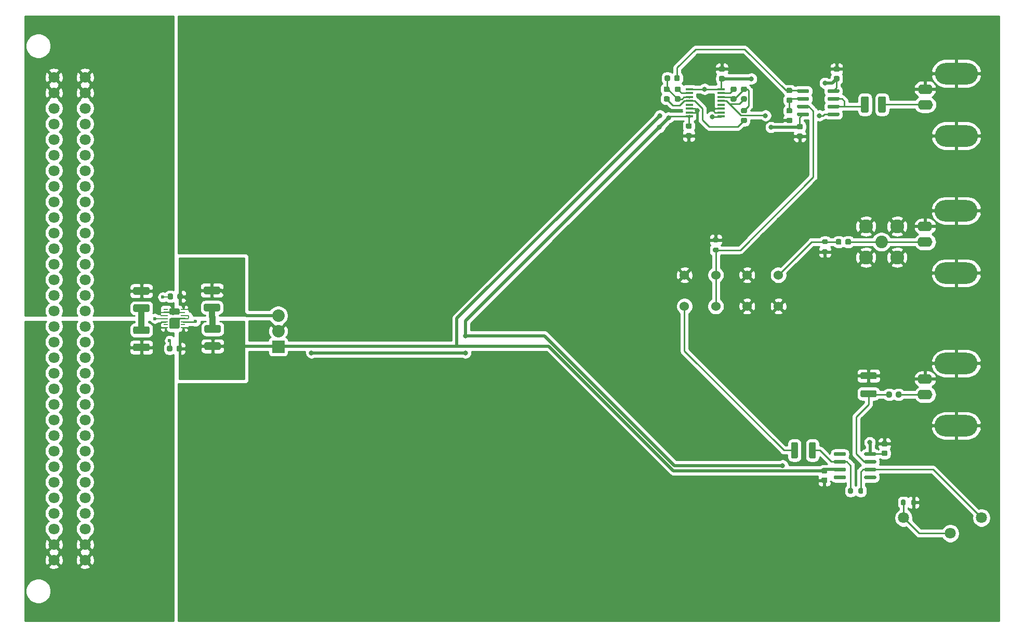
<source format=gbr>
G04 #@! TF.GenerationSoftware,KiCad,Pcbnew,(5.1.9)-1*
G04 #@! TF.CreationDate,2021-10-27T20:53:23+02:00*
G04 #@! TF.ProjectId,PDH-module,5044482d-6d6f-4647-956c-652e6b696361,1.0*
G04 #@! TF.SameCoordinates,Original*
G04 #@! TF.FileFunction,Copper,L1,Top*
G04 #@! TF.FilePolarity,Positive*
%FSLAX46Y46*%
G04 Gerber Fmt 4.6, Leading zero omitted, Abs format (unit mm)*
G04 Created by KiCad (PCBNEW (5.1.9)-1) date 2021-10-27 20:53:23*
%MOMM*%
%LPD*%
G01*
G04 APERTURE LIST*
G04 #@! TA.AperFunction,ComponentPad*
%ADD10C,1.800000*%
G04 #@! TD*
G04 #@! TA.AperFunction,ComponentPad*
%ADD11O,2.500000X1.600000*%
G04 #@! TD*
G04 #@! TA.AperFunction,ComponentPad*
%ADD12O,7.000000X3.500000*%
G04 #@! TD*
G04 #@! TA.AperFunction,SMDPad,CuDef*
%ADD13R,0.700000X0.250000*%
G04 #@! TD*
G04 #@! TA.AperFunction,SMDPad,CuDef*
%ADD14C,0.100000*%
G04 #@! TD*
G04 #@! TA.AperFunction,SMDPad,CuDef*
%ADD15R,1.200000X0.400000*%
G04 #@! TD*
G04 #@! TA.AperFunction,ComponentPad*
%ADD16C,2.050000*%
G04 #@! TD*
G04 #@! TA.AperFunction,ComponentPad*
%ADD17C,2.250000*%
G04 #@! TD*
G04 #@! TA.AperFunction,ComponentPad*
%ADD18C,1.524000*%
G04 #@! TD*
G04 #@! TA.AperFunction,ComponentPad*
%ADD19R,2.032000X2.032000*%
G04 #@! TD*
G04 #@! TA.AperFunction,ComponentPad*
%ADD20C,2.032000*%
G04 #@! TD*
G04 #@! TA.AperFunction,ViaPad*
%ADD21C,0.800000*%
G04 #@! TD*
G04 #@! TA.AperFunction,ViaPad*
%ADD22C,0.600000*%
G04 #@! TD*
G04 #@! TA.AperFunction,Conductor*
%ADD23C,1.000000*%
G04 #@! TD*
G04 #@! TA.AperFunction,Conductor*
%ADD24C,0.200000*%
G04 #@! TD*
G04 #@! TA.AperFunction,Conductor*
%ADD25C,0.250000*%
G04 #@! TD*
G04 #@! TA.AperFunction,Conductor*
%ADD26C,0.500000*%
G04 #@! TD*
G04 #@! TA.AperFunction,Conductor*
%ADD27C,0.254000*%
G04 #@! TD*
G04 #@! TA.AperFunction,Conductor*
%ADD28C,0.100000*%
G04 #@! TD*
G04 APERTURE END LIST*
G04 #@! TA.AperFunction,SMDPad,CuDef*
G36*
G01*
X90675000Y-92525000D02*
X88525000Y-92525000D01*
G75*
G02*
X88275000Y-92275000I0J250000D01*
G01*
X88275000Y-91525000D01*
G75*
G02*
X88525000Y-91275000I250000J0D01*
G01*
X90675000Y-91275000D01*
G75*
G02*
X90925000Y-91525000I0J-250000D01*
G01*
X90925000Y-92275000D01*
G75*
G02*
X90675000Y-92525000I-250000J0D01*
G01*
G37*
G04 #@! TD.AperFunction*
G04 #@! TA.AperFunction,SMDPad,CuDef*
G36*
G01*
X90675000Y-95325000D02*
X88525000Y-95325000D01*
G75*
G02*
X88275000Y-95075000I0J250000D01*
G01*
X88275000Y-94325000D01*
G75*
G02*
X88525000Y-94075000I250000J0D01*
G01*
X90675000Y-94075000D01*
G75*
G02*
X90925000Y-94325000I0J-250000D01*
G01*
X90925000Y-95075000D01*
G75*
G02*
X90675000Y-95325000I-250000J0D01*
G01*
G37*
G04 #@! TD.AperFunction*
G04 #@! TA.AperFunction,SMDPad,CuDef*
G36*
G01*
X90675000Y-88925000D02*
X88525000Y-88925000D01*
G75*
G02*
X88275000Y-88675000I0J250000D01*
G01*
X88275000Y-87925000D01*
G75*
G02*
X88525000Y-87675000I250000J0D01*
G01*
X90675000Y-87675000D01*
G75*
G02*
X90925000Y-87925000I0J-250000D01*
G01*
X90925000Y-88675000D01*
G75*
G02*
X90675000Y-88925000I-250000J0D01*
G01*
G37*
G04 #@! TD.AperFunction*
G04 #@! TA.AperFunction,SMDPad,CuDef*
G36*
G01*
X90675000Y-86125000D02*
X88525000Y-86125000D01*
G75*
G02*
X88275000Y-85875000I0J250000D01*
G01*
X88275000Y-85125000D01*
G75*
G02*
X88525000Y-84875000I250000J0D01*
G01*
X90675000Y-84875000D01*
G75*
G02*
X90925000Y-85125000I0J-250000D01*
G01*
X90925000Y-85875000D01*
G75*
G02*
X90675000Y-86125000I-250000J0D01*
G01*
G37*
G04 #@! TD.AperFunction*
G04 #@! TA.AperFunction,SMDPad,CuDef*
G36*
G01*
X94650000Y-94643750D02*
X94650000Y-95156250D01*
G75*
G02*
X94431250Y-95375000I-218750J0D01*
G01*
X93993750Y-95375000D01*
G75*
G02*
X93775000Y-95156250I0J218750D01*
G01*
X93775000Y-94643750D01*
G75*
G02*
X93993750Y-94425000I218750J0D01*
G01*
X94431250Y-94425000D01*
G75*
G02*
X94650000Y-94643750I0J-218750D01*
G01*
G37*
G04 #@! TD.AperFunction*
G04 #@! TA.AperFunction,SMDPad,CuDef*
G36*
G01*
X96225000Y-94643750D02*
X96225000Y-95156250D01*
G75*
G02*
X96006250Y-95375000I-218750J0D01*
G01*
X95568750Y-95375000D01*
G75*
G02*
X95350000Y-95156250I0J218750D01*
G01*
X95350000Y-94643750D01*
G75*
G02*
X95568750Y-94425000I218750J0D01*
G01*
X96006250Y-94425000D01*
G75*
G02*
X96225000Y-94643750I0J-218750D01*
G01*
G37*
G04 #@! TD.AperFunction*
G04 #@! TA.AperFunction,SMDPad,CuDef*
G36*
G01*
X93887500Y-86656250D02*
X93887500Y-86143750D01*
G75*
G02*
X94106250Y-85925000I218750J0D01*
G01*
X94543750Y-85925000D01*
G75*
G02*
X94762500Y-86143750I0J-218750D01*
G01*
X94762500Y-86656250D01*
G75*
G02*
X94543750Y-86875000I-218750J0D01*
G01*
X94106250Y-86875000D01*
G75*
G02*
X93887500Y-86656250I0J218750D01*
G01*
G37*
G04 #@! TD.AperFunction*
G04 #@! TA.AperFunction,SMDPad,CuDef*
G36*
G01*
X95462500Y-86656250D02*
X95462500Y-86143750D01*
G75*
G02*
X95681250Y-85925000I218750J0D01*
G01*
X96118750Y-85925000D01*
G75*
G02*
X96337500Y-86143750I0J-218750D01*
G01*
X96337500Y-86656250D01*
G75*
G02*
X96118750Y-86875000I-218750J0D01*
G01*
X95681250Y-86875000D01*
G75*
G02*
X95462500Y-86656250I0J218750D01*
G01*
G37*
G04 #@! TD.AperFunction*
G04 #@! TA.AperFunction,SMDPad,CuDef*
G36*
G01*
X183943750Y-48875000D02*
X184456250Y-48875000D01*
G75*
G02*
X184675000Y-49093750I0J-218750D01*
G01*
X184675000Y-49531250D01*
G75*
G02*
X184456250Y-49750000I-218750J0D01*
G01*
X183943750Y-49750000D01*
G75*
G02*
X183725000Y-49531250I0J218750D01*
G01*
X183725000Y-49093750D01*
G75*
G02*
X183943750Y-48875000I218750J0D01*
G01*
G37*
G04 #@! TD.AperFunction*
G04 #@! TA.AperFunction,SMDPad,CuDef*
G36*
G01*
X183943750Y-50450000D02*
X184456250Y-50450000D01*
G75*
G02*
X184675000Y-50668750I0J-218750D01*
G01*
X184675000Y-51106250D01*
G75*
G02*
X184456250Y-51325000I-218750J0D01*
G01*
X183943750Y-51325000D01*
G75*
G02*
X183725000Y-51106250I0J218750D01*
G01*
X183725000Y-50668750D01*
G75*
G02*
X183943750Y-50450000I218750J0D01*
G01*
G37*
G04 #@! TD.AperFunction*
G04 #@! TA.AperFunction,SMDPad,CuDef*
G36*
G01*
X102275000Y-92325000D02*
X100125000Y-92325000D01*
G75*
G02*
X99875000Y-92075000I0J250000D01*
G01*
X99875000Y-91325000D01*
G75*
G02*
X100125000Y-91075000I250000J0D01*
G01*
X102275000Y-91075000D01*
G75*
G02*
X102525000Y-91325000I0J-250000D01*
G01*
X102525000Y-92075000D01*
G75*
G02*
X102275000Y-92325000I-250000J0D01*
G01*
G37*
G04 #@! TD.AperFunction*
G04 #@! TA.AperFunction,SMDPad,CuDef*
G36*
G01*
X102275000Y-95125000D02*
X100125000Y-95125000D01*
G75*
G02*
X99875000Y-94875000I0J250000D01*
G01*
X99875000Y-94125000D01*
G75*
G02*
X100125000Y-93875000I250000J0D01*
G01*
X102275000Y-93875000D01*
G75*
G02*
X102525000Y-94125000I0J-250000D01*
G01*
X102525000Y-94875000D01*
G75*
G02*
X102275000Y-95125000I-250000J0D01*
G01*
G37*
G04 #@! TD.AperFunction*
G04 #@! TA.AperFunction,SMDPad,CuDef*
G36*
G01*
X102175000Y-88825000D02*
X100025000Y-88825000D01*
G75*
G02*
X99775000Y-88575000I0J250000D01*
G01*
X99775000Y-87825000D01*
G75*
G02*
X100025000Y-87575000I250000J0D01*
G01*
X102175000Y-87575000D01*
G75*
G02*
X102425000Y-87825000I0J-250000D01*
G01*
X102425000Y-88575000D01*
G75*
G02*
X102175000Y-88825000I-250000J0D01*
G01*
G37*
G04 #@! TD.AperFunction*
G04 #@! TA.AperFunction,SMDPad,CuDef*
G36*
G01*
X102175000Y-86025000D02*
X100025000Y-86025000D01*
G75*
G02*
X99775000Y-85775000I0J250000D01*
G01*
X99775000Y-85025000D01*
G75*
G02*
X100025000Y-84775000I250000J0D01*
G01*
X102175000Y-84775000D01*
G75*
G02*
X102425000Y-85025000I0J-250000D01*
G01*
X102425000Y-85775000D01*
G75*
G02*
X102175000Y-86025000I-250000J0D01*
G01*
G37*
G04 #@! TD.AperFunction*
G04 #@! TA.AperFunction,SMDPad,CuDef*
G36*
G01*
X178543750Y-59750000D02*
X179056250Y-59750000D01*
G75*
G02*
X179275000Y-59968750I0J-218750D01*
G01*
X179275000Y-60406250D01*
G75*
G02*
X179056250Y-60625000I-218750J0D01*
G01*
X178543750Y-60625000D01*
G75*
G02*
X178325000Y-60406250I0J218750D01*
G01*
X178325000Y-59968750D01*
G75*
G02*
X178543750Y-59750000I218750J0D01*
G01*
G37*
G04 #@! TD.AperFunction*
G04 #@! TA.AperFunction,SMDPad,CuDef*
G36*
G01*
X178543750Y-58175000D02*
X179056250Y-58175000D01*
G75*
G02*
X179275000Y-58393750I0J-218750D01*
G01*
X179275000Y-58831250D01*
G75*
G02*
X179056250Y-59050000I-218750J0D01*
G01*
X178543750Y-59050000D01*
G75*
G02*
X178325000Y-58831250I0J218750D01*
G01*
X178325000Y-58393750D01*
G75*
G02*
X178543750Y-58175000I218750J0D01*
G01*
G37*
G04 #@! TD.AperFunction*
G04 #@! TA.AperFunction,SMDPad,CuDef*
G36*
G01*
X196643750Y-59850000D02*
X197156250Y-59850000D01*
G75*
G02*
X197375000Y-60068750I0J-218750D01*
G01*
X197375000Y-60506250D01*
G75*
G02*
X197156250Y-60725000I-218750J0D01*
G01*
X196643750Y-60725000D01*
G75*
G02*
X196425000Y-60506250I0J218750D01*
G01*
X196425000Y-60068750D01*
G75*
G02*
X196643750Y-59850000I218750J0D01*
G01*
G37*
G04 #@! TD.AperFunction*
G04 #@! TA.AperFunction,SMDPad,CuDef*
G36*
G01*
X196643750Y-58275000D02*
X197156250Y-58275000D01*
G75*
G02*
X197375000Y-58493750I0J-218750D01*
G01*
X197375000Y-58931250D01*
G75*
G02*
X197156250Y-59150000I-218750J0D01*
G01*
X196643750Y-59150000D01*
G75*
G02*
X196425000Y-58931250I0J218750D01*
G01*
X196425000Y-58493750D01*
G75*
G02*
X196643750Y-58275000I218750J0D01*
G01*
G37*
G04 #@! TD.AperFunction*
G04 #@! TA.AperFunction,SMDPad,CuDef*
G36*
G01*
X203156250Y-51325000D02*
X202643750Y-51325000D01*
G75*
G02*
X202425000Y-51106250I0J218750D01*
G01*
X202425000Y-50668750D01*
G75*
G02*
X202643750Y-50450000I218750J0D01*
G01*
X203156250Y-50450000D01*
G75*
G02*
X203375000Y-50668750I0J-218750D01*
G01*
X203375000Y-51106250D01*
G75*
G02*
X203156250Y-51325000I-218750J0D01*
G01*
G37*
G04 #@! TD.AperFunction*
G04 #@! TA.AperFunction,SMDPad,CuDef*
G36*
G01*
X203156250Y-49750000D02*
X202643750Y-49750000D01*
G75*
G02*
X202425000Y-49531250I0J218750D01*
G01*
X202425000Y-49093750D01*
G75*
G02*
X202643750Y-48875000I218750J0D01*
G01*
X203156250Y-48875000D01*
G75*
G02*
X203375000Y-49093750I0J-218750D01*
G01*
X203375000Y-49531250D01*
G75*
G02*
X203156250Y-49750000I-218750J0D01*
G01*
G37*
G04 #@! TD.AperFunction*
D10*
X80420000Y-50630000D03*
X80420000Y-53170000D03*
X80420000Y-55710000D03*
X80420000Y-58250000D03*
X80420000Y-60790000D03*
X80420000Y-63330000D03*
X80420000Y-65870000D03*
X80420000Y-68410000D03*
X80420000Y-70950000D03*
X80420000Y-73490000D03*
X80420000Y-76030000D03*
X80420000Y-78570000D03*
X80420000Y-81110000D03*
X80420000Y-83650000D03*
X80420000Y-86190000D03*
X80420000Y-88730000D03*
X80420000Y-91270000D03*
X80420000Y-93810000D03*
X80420000Y-96350000D03*
X80420000Y-98890000D03*
X80420000Y-101430000D03*
X80420000Y-103970000D03*
X80420000Y-106510000D03*
X80420000Y-109050000D03*
X80420000Y-111590000D03*
X80420000Y-114130000D03*
X80420000Y-116670000D03*
X80420000Y-119210000D03*
X80420000Y-124290000D03*
X80420000Y-121750000D03*
X80420000Y-126830000D03*
X80420000Y-129370000D03*
X75340000Y-50630000D03*
X75340000Y-53170000D03*
X75340000Y-55710000D03*
X75340000Y-58250000D03*
X75340000Y-60790000D03*
X75340000Y-63330000D03*
X75340000Y-65870000D03*
X75340000Y-68410000D03*
X75340000Y-70950000D03*
X75340000Y-73490000D03*
X75340000Y-76030000D03*
X75340000Y-78570000D03*
X75340000Y-81110000D03*
X75340000Y-83650000D03*
X75340000Y-86190000D03*
X75340000Y-88730000D03*
X75340000Y-91270000D03*
X75340000Y-93810000D03*
X75340000Y-96350000D03*
X75340000Y-98890000D03*
X75340000Y-101430000D03*
X75340000Y-103970000D03*
X75340000Y-106510000D03*
X75340000Y-109050000D03*
X75340000Y-111590000D03*
X75340000Y-114130000D03*
X75340000Y-116670000D03*
X75340000Y-119210000D03*
X75340000Y-124290000D03*
X75340000Y-121750000D03*
X75340000Y-126830000D03*
X75340000Y-129370000D03*
D11*
X217300000Y-74960000D03*
X217300000Y-77500000D03*
D12*
X222380000Y-82580000D03*
X222380000Y-72420000D03*
D11*
X217300000Y-99860000D03*
X217300000Y-102400000D03*
D12*
X222380000Y-107480000D03*
X222380000Y-97320000D03*
X222400000Y-50040000D03*
X222400000Y-60200000D03*
D11*
X217320000Y-55120000D03*
X217320000Y-52580000D03*
G04 #@! TA.AperFunction,SMDPad,CuDef*
G36*
G01*
X195456250Y-56550000D02*
X194943750Y-56550000D01*
G75*
G02*
X194725000Y-56331250I0J218750D01*
G01*
X194725000Y-55893750D01*
G75*
G02*
X194943750Y-55675000I218750J0D01*
G01*
X195456250Y-55675000D01*
G75*
G02*
X195675000Y-55893750I0J-218750D01*
G01*
X195675000Y-56331250D01*
G75*
G02*
X195456250Y-56550000I-218750J0D01*
G01*
G37*
G04 #@! TD.AperFunction*
G04 #@! TA.AperFunction,SMDPad,CuDef*
G36*
G01*
X195456250Y-58125000D02*
X194943750Y-58125000D01*
G75*
G02*
X194725000Y-57906250I0J218750D01*
G01*
X194725000Y-57468750D01*
G75*
G02*
X194943750Y-57250000I218750J0D01*
G01*
X195456250Y-57250000D01*
G75*
G02*
X195675000Y-57468750I0J-218750D01*
G01*
X195675000Y-57906250D01*
G75*
G02*
X195456250Y-58125000I-218750J0D01*
G01*
G37*
G04 #@! TD.AperFunction*
G04 #@! TA.AperFunction,SMDPad,CuDef*
G36*
G01*
X195456250Y-54825000D02*
X194943750Y-54825000D01*
G75*
G02*
X194725000Y-54606250I0J218750D01*
G01*
X194725000Y-54168750D01*
G75*
G02*
X194943750Y-53950000I218750J0D01*
G01*
X195456250Y-53950000D01*
G75*
G02*
X195675000Y-54168750I0J-218750D01*
G01*
X195675000Y-54606250D01*
G75*
G02*
X195456250Y-54825000I-218750J0D01*
G01*
G37*
G04 #@! TD.AperFunction*
G04 #@! TA.AperFunction,SMDPad,CuDef*
G36*
G01*
X195456250Y-53250000D02*
X194943750Y-53250000D01*
G75*
G02*
X194725000Y-53031250I0J218750D01*
G01*
X194725000Y-52593750D01*
G75*
G02*
X194943750Y-52375000I218750J0D01*
G01*
X195456250Y-52375000D01*
G75*
G02*
X195675000Y-52593750I0J-218750D01*
G01*
X195675000Y-53031250D01*
G75*
G02*
X195456250Y-53250000I-218750J0D01*
G01*
G37*
G04 #@! TD.AperFunction*
G04 #@! TA.AperFunction,SMDPad,CuDef*
G36*
G01*
X210925000Y-54025000D02*
X210925000Y-56175000D01*
G75*
G02*
X210675000Y-56425000I-250000J0D01*
G01*
X209925000Y-56425000D01*
G75*
G02*
X209675000Y-56175000I0J250000D01*
G01*
X209675000Y-54025000D01*
G75*
G02*
X209925000Y-53775000I250000J0D01*
G01*
X210675000Y-53775000D01*
G75*
G02*
X210925000Y-54025000I0J-250000D01*
G01*
G37*
G04 #@! TD.AperFunction*
G04 #@! TA.AperFunction,SMDPad,CuDef*
G36*
G01*
X208125000Y-54025000D02*
X208125000Y-56175000D01*
G75*
G02*
X207875000Y-56425000I-250000J0D01*
G01*
X207125000Y-56425000D01*
G75*
G02*
X206875000Y-56175000I0J250000D01*
G01*
X206875000Y-54025000D01*
G75*
G02*
X207125000Y-53775000I250000J0D01*
G01*
X207875000Y-53775000D01*
G75*
G02*
X208125000Y-54025000I0J-250000D01*
G01*
G37*
G04 #@! TD.AperFunction*
G04 #@! TA.AperFunction,SMDPad,CuDef*
G36*
G01*
X176450000Y-51056250D02*
X176450000Y-50543750D01*
G75*
G02*
X176668750Y-50325000I218750J0D01*
G01*
X177106250Y-50325000D01*
G75*
G02*
X177325000Y-50543750I0J-218750D01*
G01*
X177325000Y-51056250D01*
G75*
G02*
X177106250Y-51275000I-218750J0D01*
G01*
X176668750Y-51275000D01*
G75*
G02*
X176450000Y-51056250I0J218750D01*
G01*
G37*
G04 #@! TD.AperFunction*
G04 #@! TA.AperFunction,SMDPad,CuDef*
G36*
G01*
X174875000Y-51056250D02*
X174875000Y-50543750D01*
G75*
G02*
X175093750Y-50325000I218750J0D01*
G01*
X175531250Y-50325000D01*
G75*
G02*
X175750000Y-50543750I0J-218750D01*
G01*
X175750000Y-51056250D01*
G75*
G02*
X175531250Y-51275000I-218750J0D01*
G01*
X175093750Y-51275000D01*
G75*
G02*
X174875000Y-51056250I0J218750D01*
G01*
G37*
G04 #@! TD.AperFunction*
G04 #@! TA.AperFunction,SMDPad,CuDef*
G36*
G01*
X188056250Y-56550000D02*
X187543750Y-56550000D01*
G75*
G02*
X187325000Y-56331250I0J218750D01*
G01*
X187325000Y-55893750D01*
G75*
G02*
X187543750Y-55675000I218750J0D01*
G01*
X188056250Y-55675000D01*
G75*
G02*
X188275000Y-55893750I0J-218750D01*
G01*
X188275000Y-56331250D01*
G75*
G02*
X188056250Y-56550000I-218750J0D01*
G01*
G37*
G04 #@! TD.AperFunction*
G04 #@! TA.AperFunction,SMDPad,CuDef*
G36*
G01*
X188056250Y-58125000D02*
X187543750Y-58125000D01*
G75*
G02*
X187325000Y-57906250I0J218750D01*
G01*
X187325000Y-57468750D01*
G75*
G02*
X187543750Y-57250000I218750J0D01*
G01*
X188056250Y-57250000D01*
G75*
G02*
X188275000Y-57468750I0J-218750D01*
G01*
X188275000Y-57906250D01*
G75*
G02*
X188056250Y-58125000I-218750J0D01*
G01*
G37*
G04 #@! TD.AperFunction*
G04 #@! TA.AperFunction,SMDPad,CuDef*
G36*
G01*
X174943750Y-52175000D02*
X175456250Y-52175000D01*
G75*
G02*
X175675000Y-52393750I0J-218750D01*
G01*
X175675000Y-52831250D01*
G75*
G02*
X175456250Y-53050000I-218750J0D01*
G01*
X174943750Y-53050000D01*
G75*
G02*
X174725000Y-52831250I0J218750D01*
G01*
X174725000Y-52393750D01*
G75*
G02*
X174943750Y-52175000I218750J0D01*
G01*
G37*
G04 #@! TD.AperFunction*
G04 #@! TA.AperFunction,SMDPad,CuDef*
G36*
G01*
X174943750Y-53750000D02*
X175456250Y-53750000D01*
G75*
G02*
X175675000Y-53968750I0J-218750D01*
G01*
X175675000Y-54406250D01*
G75*
G02*
X175456250Y-54625000I-218750J0D01*
G01*
X174943750Y-54625000D01*
G75*
G02*
X174725000Y-54406250I0J218750D01*
G01*
X174725000Y-53968750D01*
G75*
G02*
X174943750Y-53750000I218750J0D01*
G01*
G37*
G04 #@! TD.AperFunction*
G04 #@! TA.AperFunction,SMDPad,CuDef*
G36*
G01*
X187543750Y-52175000D02*
X188056250Y-52175000D01*
G75*
G02*
X188275000Y-52393750I0J-218750D01*
G01*
X188275000Y-52831250D01*
G75*
G02*
X188056250Y-53050000I-218750J0D01*
G01*
X187543750Y-53050000D01*
G75*
G02*
X187325000Y-52831250I0J218750D01*
G01*
X187325000Y-52393750D01*
G75*
G02*
X187543750Y-52175000I218750J0D01*
G01*
G37*
G04 #@! TD.AperFunction*
G04 #@! TA.AperFunction,SMDPad,CuDef*
G36*
G01*
X187543750Y-53750000D02*
X188056250Y-53750000D01*
G75*
G02*
X188275000Y-53968750I0J-218750D01*
G01*
X188275000Y-54406250D01*
G75*
G02*
X188056250Y-54625000I-218750J0D01*
G01*
X187543750Y-54625000D01*
G75*
G02*
X187325000Y-54406250I0J218750D01*
G01*
X187325000Y-53968750D01*
G75*
G02*
X187543750Y-53750000I218750J0D01*
G01*
G37*
G04 #@! TD.AperFunction*
G04 #@! TA.AperFunction,SMDPad,CuDef*
G36*
G01*
X176743750Y-52175000D02*
X177256250Y-52175000D01*
G75*
G02*
X177475000Y-52393750I0J-218750D01*
G01*
X177475000Y-52831250D01*
G75*
G02*
X177256250Y-53050000I-218750J0D01*
G01*
X176743750Y-53050000D01*
G75*
G02*
X176525000Y-52831250I0J218750D01*
G01*
X176525000Y-52393750D01*
G75*
G02*
X176743750Y-52175000I218750J0D01*
G01*
G37*
G04 #@! TD.AperFunction*
G04 #@! TA.AperFunction,SMDPad,CuDef*
G36*
G01*
X176743750Y-53750000D02*
X177256250Y-53750000D01*
G75*
G02*
X177475000Y-53968750I0J-218750D01*
G01*
X177475000Y-54406250D01*
G75*
G02*
X177256250Y-54625000I-218750J0D01*
G01*
X176743750Y-54625000D01*
G75*
G02*
X176525000Y-54406250I0J218750D01*
G01*
X176525000Y-53968750D01*
G75*
G02*
X176743750Y-53750000I218750J0D01*
G01*
G37*
G04 #@! TD.AperFunction*
G04 #@! TA.AperFunction,SMDPad,CuDef*
G36*
G01*
X186356250Y-53050000D02*
X185843750Y-53050000D01*
G75*
G02*
X185625000Y-52831250I0J218750D01*
G01*
X185625000Y-52393750D01*
G75*
G02*
X185843750Y-52175000I218750J0D01*
G01*
X186356250Y-52175000D01*
G75*
G02*
X186575000Y-52393750I0J-218750D01*
G01*
X186575000Y-52831250D01*
G75*
G02*
X186356250Y-53050000I-218750J0D01*
G01*
G37*
G04 #@! TD.AperFunction*
G04 #@! TA.AperFunction,SMDPad,CuDef*
G36*
G01*
X186356250Y-54625000D02*
X185843750Y-54625000D01*
G75*
G02*
X185625000Y-54406250I0J218750D01*
G01*
X185625000Y-53968750D01*
G75*
G02*
X185843750Y-53750000I218750J0D01*
G01*
X186356250Y-53750000D01*
G75*
G02*
X186575000Y-53968750I0J-218750D01*
G01*
X186575000Y-54406250D01*
G75*
G02*
X186356250Y-54625000I-218750J0D01*
G01*
G37*
G04 #@! TD.AperFunction*
G04 #@! TA.AperFunction,SMDPad,CuDef*
G36*
G01*
X196450000Y-53045000D02*
X196450000Y-52745000D01*
G75*
G02*
X196600000Y-52595000I150000J0D01*
G01*
X198250000Y-52595000D01*
G75*
G02*
X198400000Y-52745000I0J-150000D01*
G01*
X198400000Y-53045000D01*
G75*
G02*
X198250000Y-53195000I-150000J0D01*
G01*
X196600000Y-53195000D01*
G75*
G02*
X196450000Y-53045000I0J150000D01*
G01*
G37*
G04 #@! TD.AperFunction*
G04 #@! TA.AperFunction,SMDPad,CuDef*
G36*
G01*
X196450000Y-54315000D02*
X196450000Y-54015000D01*
G75*
G02*
X196600000Y-53865000I150000J0D01*
G01*
X198250000Y-53865000D01*
G75*
G02*
X198400000Y-54015000I0J-150000D01*
G01*
X198400000Y-54315000D01*
G75*
G02*
X198250000Y-54465000I-150000J0D01*
G01*
X196600000Y-54465000D01*
G75*
G02*
X196450000Y-54315000I0J150000D01*
G01*
G37*
G04 #@! TD.AperFunction*
G04 #@! TA.AperFunction,SMDPad,CuDef*
G36*
G01*
X196450000Y-55585000D02*
X196450000Y-55285000D01*
G75*
G02*
X196600000Y-55135000I150000J0D01*
G01*
X198250000Y-55135000D01*
G75*
G02*
X198400000Y-55285000I0J-150000D01*
G01*
X198400000Y-55585000D01*
G75*
G02*
X198250000Y-55735000I-150000J0D01*
G01*
X196600000Y-55735000D01*
G75*
G02*
X196450000Y-55585000I0J150000D01*
G01*
G37*
G04 #@! TD.AperFunction*
G04 #@! TA.AperFunction,SMDPad,CuDef*
G36*
G01*
X196450000Y-56855000D02*
X196450000Y-56555000D01*
G75*
G02*
X196600000Y-56405000I150000J0D01*
G01*
X198250000Y-56405000D01*
G75*
G02*
X198400000Y-56555000I0J-150000D01*
G01*
X198400000Y-56855000D01*
G75*
G02*
X198250000Y-57005000I-150000J0D01*
G01*
X196600000Y-57005000D01*
G75*
G02*
X196450000Y-56855000I0J150000D01*
G01*
G37*
G04 #@! TD.AperFunction*
G04 #@! TA.AperFunction,SMDPad,CuDef*
G36*
G01*
X201400000Y-56855000D02*
X201400000Y-56555000D01*
G75*
G02*
X201550000Y-56405000I150000J0D01*
G01*
X203200000Y-56405000D01*
G75*
G02*
X203350000Y-56555000I0J-150000D01*
G01*
X203350000Y-56855000D01*
G75*
G02*
X203200000Y-57005000I-150000J0D01*
G01*
X201550000Y-57005000D01*
G75*
G02*
X201400000Y-56855000I0J150000D01*
G01*
G37*
G04 #@! TD.AperFunction*
G04 #@! TA.AperFunction,SMDPad,CuDef*
G36*
G01*
X201400000Y-55585000D02*
X201400000Y-55285000D01*
G75*
G02*
X201550000Y-55135000I150000J0D01*
G01*
X203200000Y-55135000D01*
G75*
G02*
X203350000Y-55285000I0J-150000D01*
G01*
X203350000Y-55585000D01*
G75*
G02*
X203200000Y-55735000I-150000J0D01*
G01*
X201550000Y-55735000D01*
G75*
G02*
X201400000Y-55585000I0J150000D01*
G01*
G37*
G04 #@! TD.AperFunction*
G04 #@! TA.AperFunction,SMDPad,CuDef*
G36*
G01*
X201400000Y-54315000D02*
X201400000Y-54015000D01*
G75*
G02*
X201550000Y-53865000I150000J0D01*
G01*
X203200000Y-53865000D01*
G75*
G02*
X203350000Y-54015000I0J-150000D01*
G01*
X203350000Y-54315000D01*
G75*
G02*
X203200000Y-54465000I-150000J0D01*
G01*
X201550000Y-54465000D01*
G75*
G02*
X201400000Y-54315000I0J150000D01*
G01*
G37*
G04 #@! TD.AperFunction*
G04 #@! TA.AperFunction,SMDPad,CuDef*
G36*
G01*
X201400000Y-53045000D02*
X201400000Y-52745000D01*
G75*
G02*
X201550000Y-52595000I150000J0D01*
G01*
X203200000Y-52595000D01*
G75*
G02*
X203350000Y-52745000I0J-150000D01*
G01*
X203350000Y-53045000D01*
G75*
G02*
X203200000Y-53195000I-150000J0D01*
G01*
X201550000Y-53195000D01*
G75*
G02*
X201400000Y-53045000I0J150000D01*
G01*
G37*
G04 #@! TD.AperFunction*
D13*
X93600000Y-91510000D03*
X93600000Y-91010000D03*
X93600000Y-90510000D03*
X93600000Y-90010000D03*
X93600000Y-89510000D03*
X93600000Y-88510000D03*
X96400000Y-88510000D03*
X96400000Y-89010000D03*
X96400000Y-89510000D03*
X96400000Y-90510000D03*
X96400000Y-91010000D03*
X96400000Y-91510000D03*
G04 #@! TA.AperFunction,SMDPad,CuDef*
D14*
G36*
X94425000Y-89399699D02*
G01*
X94412733Y-89399699D01*
X94388317Y-89397294D01*
X94364255Y-89392508D01*
X94340778Y-89385386D01*
X94318111Y-89375997D01*
X94296474Y-89364432D01*
X94276075Y-89350802D01*
X94257110Y-89335238D01*
X94239762Y-89317890D01*
X94224198Y-89298925D01*
X94210568Y-89278526D01*
X94199003Y-89256889D01*
X94189614Y-89234222D01*
X94182492Y-89210745D01*
X94177706Y-89186683D01*
X94175301Y-89162267D01*
X94175301Y-89150000D01*
X94175000Y-89150000D01*
X94175000Y-89135000D01*
X93250000Y-89135000D01*
X93250000Y-88885000D01*
X94175000Y-88885000D01*
X94175000Y-88580000D01*
X94175301Y-88580000D01*
X94175301Y-88567733D01*
X94177706Y-88543317D01*
X94182492Y-88519255D01*
X94189614Y-88495778D01*
X94199003Y-88473111D01*
X94210568Y-88451474D01*
X94224198Y-88431075D01*
X94239762Y-88412110D01*
X94257110Y-88394762D01*
X94276075Y-88379198D01*
X94296474Y-88365568D01*
X94318111Y-88354003D01*
X94340778Y-88344614D01*
X94364255Y-88337492D01*
X94388317Y-88332706D01*
X94412733Y-88330301D01*
X94425000Y-88330301D01*
X94425000Y-88330000D01*
X95575000Y-88330000D01*
X95575000Y-88330301D01*
X95587267Y-88330301D01*
X95611683Y-88332706D01*
X95635745Y-88337492D01*
X95659222Y-88344614D01*
X95681889Y-88354003D01*
X95703526Y-88365568D01*
X95723925Y-88379198D01*
X95742890Y-88394762D01*
X95760238Y-88412110D01*
X95775802Y-88431075D01*
X95789432Y-88451474D01*
X95800997Y-88473111D01*
X95810386Y-88495778D01*
X95817508Y-88519255D01*
X95822294Y-88543317D01*
X95824699Y-88567733D01*
X95824699Y-88580000D01*
X95825000Y-88580000D01*
X95825000Y-89150000D01*
X95824699Y-89150000D01*
X95824699Y-89162267D01*
X95822294Y-89186683D01*
X95817508Y-89210745D01*
X95810386Y-89234222D01*
X95800997Y-89256889D01*
X95789432Y-89278526D01*
X95775802Y-89298925D01*
X95760238Y-89317890D01*
X95742890Y-89335238D01*
X95723925Y-89350802D01*
X95703526Y-89364432D01*
X95681889Y-89375997D01*
X95659222Y-89385386D01*
X95635745Y-89392508D01*
X95611683Y-89397294D01*
X95587267Y-89399699D01*
X95575000Y-89399699D01*
X95575000Y-89400000D01*
X94425000Y-89400000D01*
X94425000Y-89399699D01*
G37*
G04 #@! TD.AperFunction*
G04 #@! TA.AperFunction,SMDPad,CuDef*
G36*
X94425000Y-91689699D02*
G01*
X94412733Y-91689699D01*
X94388317Y-91687294D01*
X94364255Y-91682508D01*
X94340778Y-91675386D01*
X94318111Y-91665997D01*
X94296474Y-91654432D01*
X94276075Y-91640802D01*
X94257110Y-91625238D01*
X94239762Y-91607890D01*
X94224198Y-91588925D01*
X94210568Y-91568526D01*
X94199003Y-91546889D01*
X94189614Y-91524222D01*
X94182492Y-91500745D01*
X94177706Y-91476683D01*
X94175301Y-91452267D01*
X94175301Y-91440000D01*
X94175000Y-91440000D01*
X94175000Y-90160000D01*
X94175301Y-90160000D01*
X94175301Y-90147733D01*
X94177706Y-90123317D01*
X94182492Y-90099255D01*
X94189614Y-90075778D01*
X94199003Y-90053111D01*
X94210568Y-90031474D01*
X94224198Y-90011075D01*
X94239762Y-89992110D01*
X94257110Y-89974762D01*
X94276075Y-89959198D01*
X94296474Y-89945568D01*
X94318111Y-89934003D01*
X94340778Y-89924614D01*
X94364255Y-89917492D01*
X94388317Y-89912706D01*
X94412733Y-89910301D01*
X94425000Y-89910301D01*
X94425000Y-89910000D01*
X95780000Y-89910000D01*
X95880000Y-89885000D01*
X96750000Y-89885000D01*
X96750000Y-90135000D01*
X96075500Y-90135000D01*
X96075490Y-90135098D01*
X96075462Y-90135191D01*
X96075416Y-90135278D01*
X96075354Y-90135354D01*
X96075278Y-90135416D01*
X96075191Y-90135462D01*
X96075050Y-90135498D01*
X96025097Y-90140493D01*
X95977199Y-90155461D01*
X95935277Y-90178419D01*
X95897358Y-90209353D01*
X95866421Y-90248273D01*
X95844464Y-90289193D01*
X95830492Y-90336099D01*
X95825497Y-90385051D01*
X95825478Y-90385147D01*
X95825440Y-90385237D01*
X95825385Y-90385319D01*
X95825316Y-90385388D01*
X95825234Y-90385442D01*
X95825143Y-90385479D01*
X95825047Y-90385498D01*
X95825000Y-90385498D01*
X95825000Y-91440000D01*
X95575000Y-91690000D01*
X94425000Y-91690000D01*
X94425000Y-91689699D01*
G37*
G04 #@! TD.AperFunction*
D15*
X178900000Y-52577500D03*
X178900000Y-53212500D03*
X178900000Y-53847500D03*
X178900000Y-54482500D03*
X178900000Y-55117500D03*
X178900000Y-55752500D03*
X178900000Y-56387500D03*
X178900000Y-57022500D03*
X184100000Y-57022500D03*
X184100000Y-56387500D03*
X184100000Y-55752500D03*
X184100000Y-55117500D03*
X184100000Y-54482500D03*
X184100000Y-53847500D03*
X184100000Y-53212500D03*
X184100000Y-52577500D03*
G04 #@! TA.AperFunction,SMDPad,CuDef*
G36*
G01*
X212550000Y-102650000D02*
X212550000Y-102150000D01*
G75*
G02*
X212775000Y-101925000I225000J0D01*
G01*
X213225000Y-101925000D01*
G75*
G02*
X213450000Y-102150000I0J-225000D01*
G01*
X213450000Y-102650000D01*
G75*
G02*
X213225000Y-102875000I-225000J0D01*
G01*
X212775000Y-102875000D01*
G75*
G02*
X212550000Y-102650000I0J225000D01*
G01*
G37*
G04 #@! TD.AperFunction*
G04 #@! TA.AperFunction,SMDPad,CuDef*
G36*
G01*
X211000000Y-102650000D02*
X211000000Y-102150000D01*
G75*
G02*
X211225000Y-101925000I225000J0D01*
G01*
X211675000Y-101925000D01*
G75*
G02*
X211900000Y-102150000I0J-225000D01*
G01*
X211900000Y-102650000D01*
G75*
G02*
X211675000Y-102875000I-225000J0D01*
G01*
X211225000Y-102875000D01*
G75*
G02*
X211000000Y-102650000I0J225000D01*
G01*
G37*
G04 #@! TD.AperFunction*
G04 #@! TA.AperFunction,SMDPad,CuDef*
G36*
G01*
X205225000Y-77250000D02*
X205225000Y-77750000D01*
G75*
G02*
X205000000Y-77975000I-225000J0D01*
G01*
X204550000Y-77975000D01*
G75*
G02*
X204325000Y-77750000I0J225000D01*
G01*
X204325000Y-77250000D01*
G75*
G02*
X204550000Y-77025000I225000J0D01*
G01*
X205000000Y-77025000D01*
G75*
G02*
X205225000Y-77250000I0J-225000D01*
G01*
G37*
G04 #@! TD.AperFunction*
G04 #@! TA.AperFunction,SMDPad,CuDef*
G36*
G01*
X203675000Y-77250000D02*
X203675000Y-77750000D01*
G75*
G02*
X203450000Y-77975000I-225000J0D01*
G01*
X203000000Y-77975000D01*
G75*
G02*
X202775000Y-77750000I0J225000D01*
G01*
X202775000Y-77250000D01*
G75*
G02*
X203000000Y-77025000I225000J0D01*
G01*
X203450000Y-77025000D01*
G75*
G02*
X203675000Y-77250000I0J-225000D01*
G01*
G37*
G04 #@! TD.AperFunction*
D16*
X210200000Y-77500000D03*
D17*
X212740000Y-80040000D03*
X212740000Y-74960000D03*
X207660000Y-74960000D03*
X207660000Y-80040000D03*
G04 #@! TA.AperFunction,SMDPad,CuDef*
G36*
G01*
X214175000Y-119725000D02*
X214175000Y-120275000D01*
G75*
G02*
X213975000Y-120475000I-200000J0D01*
G01*
X213575000Y-120475000D01*
G75*
G02*
X213375000Y-120275000I0J200000D01*
G01*
X213375000Y-119725000D01*
G75*
G02*
X213575000Y-119525000I200000J0D01*
G01*
X213975000Y-119525000D01*
G75*
G02*
X214175000Y-119725000I0J-200000D01*
G01*
G37*
G04 #@! TD.AperFunction*
G04 #@! TA.AperFunction,SMDPad,CuDef*
G36*
G01*
X215825000Y-119725000D02*
X215825000Y-120275000D01*
G75*
G02*
X215625000Y-120475000I-200000J0D01*
G01*
X215225000Y-120475000D01*
G75*
G02*
X215025000Y-120275000I0J200000D01*
G01*
X215025000Y-119725000D01*
G75*
G02*
X215225000Y-119525000I200000J0D01*
G01*
X215625000Y-119525000D01*
G75*
G02*
X215825000Y-119725000I0J-200000D01*
G01*
G37*
G04 #@! TD.AperFunction*
G04 #@! TA.AperFunction,SMDPad,CuDef*
G36*
G01*
X207024999Y-101700000D02*
X209175001Y-101700000D01*
G75*
G02*
X209425000Y-101949999I0J-249999D01*
G01*
X209425000Y-102575001D01*
G75*
G02*
X209175001Y-102825000I-249999J0D01*
G01*
X207024999Y-102825000D01*
G75*
G02*
X206775000Y-102575001I0J249999D01*
G01*
X206775000Y-101949999D01*
G75*
G02*
X207024999Y-101700000I249999J0D01*
G01*
G37*
G04 #@! TD.AperFunction*
G04 #@! TA.AperFunction,SMDPad,CuDef*
G36*
G01*
X207024999Y-98775000D02*
X209175001Y-98775000D01*
G75*
G02*
X209425000Y-99024999I0J-249999D01*
G01*
X209425000Y-99650001D01*
G75*
G02*
X209175001Y-99900000I-249999J0D01*
G01*
X207024999Y-99900000D01*
G75*
G02*
X206775000Y-99650001I0J249999D01*
G01*
X206775000Y-99024999D01*
G75*
G02*
X207024999Y-98775000I249999J0D01*
G01*
G37*
G04 #@! TD.AperFunction*
G04 #@! TA.AperFunction,SMDPad,CuDef*
G36*
G01*
X204775000Y-118375000D02*
X204775000Y-117825000D01*
G75*
G02*
X204975000Y-117625000I200000J0D01*
G01*
X205375000Y-117625000D01*
G75*
G02*
X205575000Y-117825000I0J-200000D01*
G01*
X205575000Y-118375000D01*
G75*
G02*
X205375000Y-118575000I-200000J0D01*
G01*
X204975000Y-118575000D01*
G75*
G02*
X204775000Y-118375000I0J200000D01*
G01*
G37*
G04 #@! TD.AperFunction*
G04 #@! TA.AperFunction,SMDPad,CuDef*
G36*
G01*
X206425000Y-118375000D02*
X206425000Y-117825000D01*
G75*
G02*
X206625000Y-117625000I200000J0D01*
G01*
X207025000Y-117625000D01*
G75*
G02*
X207225000Y-117825000I0J-200000D01*
G01*
X207225000Y-118375000D01*
G75*
G02*
X207025000Y-118575000I-200000J0D01*
G01*
X206625000Y-118575000D01*
G75*
G02*
X206425000Y-118375000I0J200000D01*
G01*
G37*
G04 #@! TD.AperFunction*
G04 #@! TA.AperFunction,SMDPad,CuDef*
G36*
G01*
X199525000Y-110424999D02*
X199525000Y-112575001D01*
G75*
G02*
X199275001Y-112825000I-249999J0D01*
G01*
X198649999Y-112825000D01*
G75*
G02*
X198400000Y-112575001I0J249999D01*
G01*
X198400000Y-110424999D01*
G75*
G02*
X198649999Y-110175000I249999J0D01*
G01*
X199275001Y-110175000D01*
G75*
G02*
X199525000Y-110424999I0J-249999D01*
G01*
G37*
G04 #@! TD.AperFunction*
G04 #@! TA.AperFunction,SMDPad,CuDef*
G36*
G01*
X196600000Y-110424999D02*
X196600000Y-112575001D01*
G75*
G02*
X196350001Y-112825000I-249999J0D01*
G01*
X195724999Y-112825000D01*
G75*
G02*
X195475000Y-112575001I0J249999D01*
G01*
X195475000Y-110424999D01*
G75*
G02*
X195724999Y-110175000I249999J0D01*
G01*
X196350001Y-110175000D01*
G75*
G02*
X196600000Y-110424999I0J-249999D01*
G01*
G37*
G04 #@! TD.AperFunction*
G04 #@! TA.AperFunction,SMDPad,CuDef*
G36*
G01*
X182925000Y-76775000D02*
X183475000Y-76775000D01*
G75*
G02*
X183675000Y-76975000I0J-200000D01*
G01*
X183675000Y-77375000D01*
G75*
G02*
X183475000Y-77575000I-200000J0D01*
G01*
X182925000Y-77575000D01*
G75*
G02*
X182725000Y-77375000I0J200000D01*
G01*
X182725000Y-76975000D01*
G75*
G02*
X182925000Y-76775000I200000J0D01*
G01*
G37*
G04 #@! TD.AperFunction*
G04 #@! TA.AperFunction,SMDPad,CuDef*
G36*
G01*
X182925000Y-78425000D02*
X183475000Y-78425000D01*
G75*
G02*
X183675000Y-78625000I0J-200000D01*
G01*
X183675000Y-79025000D01*
G75*
G02*
X183475000Y-79225000I-200000J0D01*
G01*
X182925000Y-79225000D01*
G75*
G02*
X182725000Y-79025000I0J200000D01*
G01*
X182725000Y-78625000D01*
G75*
G02*
X182925000Y-78425000I200000J0D01*
G01*
G37*
G04 #@! TD.AperFunction*
G04 #@! TA.AperFunction,SMDPad,CuDef*
G36*
G01*
X201275000Y-77875000D02*
X200725000Y-77875000D01*
G75*
G02*
X200525000Y-77675000I0J200000D01*
G01*
X200525000Y-77275000D01*
G75*
G02*
X200725000Y-77075000I200000J0D01*
G01*
X201275000Y-77075000D01*
G75*
G02*
X201475000Y-77275000I0J-200000D01*
G01*
X201475000Y-77675000D01*
G75*
G02*
X201275000Y-77875000I-200000J0D01*
G01*
G37*
G04 #@! TD.AperFunction*
G04 #@! TA.AperFunction,SMDPad,CuDef*
G36*
G01*
X201275000Y-79525000D02*
X200725000Y-79525000D01*
G75*
G02*
X200525000Y-79325000I0J200000D01*
G01*
X200525000Y-78925000D01*
G75*
G02*
X200725000Y-78725000I200000J0D01*
G01*
X201275000Y-78725000D01*
G75*
G02*
X201475000Y-78925000I0J-200000D01*
G01*
X201475000Y-79325000D01*
G75*
G02*
X201275000Y-79525000I-200000J0D01*
G01*
G37*
G04 #@! TD.AperFunction*
G04 #@! TA.AperFunction,SMDPad,CuDef*
G36*
G01*
X209350000Y-115755000D02*
X209350000Y-116055000D01*
G75*
G02*
X209200000Y-116205000I-150000J0D01*
G01*
X207550000Y-116205000D01*
G75*
G02*
X207400000Y-116055000I0J150000D01*
G01*
X207400000Y-115755000D01*
G75*
G02*
X207550000Y-115605000I150000J0D01*
G01*
X209200000Y-115605000D01*
G75*
G02*
X209350000Y-115755000I0J-150000D01*
G01*
G37*
G04 #@! TD.AperFunction*
G04 #@! TA.AperFunction,SMDPad,CuDef*
G36*
G01*
X209350000Y-114485000D02*
X209350000Y-114785000D01*
G75*
G02*
X209200000Y-114935000I-150000J0D01*
G01*
X207550000Y-114935000D01*
G75*
G02*
X207400000Y-114785000I0J150000D01*
G01*
X207400000Y-114485000D01*
G75*
G02*
X207550000Y-114335000I150000J0D01*
G01*
X209200000Y-114335000D01*
G75*
G02*
X209350000Y-114485000I0J-150000D01*
G01*
G37*
G04 #@! TD.AperFunction*
G04 #@! TA.AperFunction,SMDPad,CuDef*
G36*
G01*
X209350000Y-113215000D02*
X209350000Y-113515000D01*
G75*
G02*
X209200000Y-113665000I-150000J0D01*
G01*
X207550000Y-113665000D01*
G75*
G02*
X207400000Y-113515000I0J150000D01*
G01*
X207400000Y-113215000D01*
G75*
G02*
X207550000Y-113065000I150000J0D01*
G01*
X209200000Y-113065000D01*
G75*
G02*
X209350000Y-113215000I0J-150000D01*
G01*
G37*
G04 #@! TD.AperFunction*
G04 #@! TA.AperFunction,SMDPad,CuDef*
G36*
G01*
X209350000Y-111945000D02*
X209350000Y-112245000D01*
G75*
G02*
X209200000Y-112395000I-150000J0D01*
G01*
X207550000Y-112395000D01*
G75*
G02*
X207400000Y-112245000I0J150000D01*
G01*
X207400000Y-111945000D01*
G75*
G02*
X207550000Y-111795000I150000J0D01*
G01*
X209200000Y-111795000D01*
G75*
G02*
X209350000Y-111945000I0J-150000D01*
G01*
G37*
G04 #@! TD.AperFunction*
G04 #@! TA.AperFunction,SMDPad,CuDef*
G36*
G01*
X204400000Y-111945000D02*
X204400000Y-112245000D01*
G75*
G02*
X204250000Y-112395000I-150000J0D01*
G01*
X202600000Y-112395000D01*
G75*
G02*
X202450000Y-112245000I0J150000D01*
G01*
X202450000Y-111945000D01*
G75*
G02*
X202600000Y-111795000I150000J0D01*
G01*
X204250000Y-111795000D01*
G75*
G02*
X204400000Y-111945000I0J-150000D01*
G01*
G37*
G04 #@! TD.AperFunction*
G04 #@! TA.AperFunction,SMDPad,CuDef*
G36*
G01*
X204400000Y-113215000D02*
X204400000Y-113515000D01*
G75*
G02*
X204250000Y-113665000I-150000J0D01*
G01*
X202600000Y-113665000D01*
G75*
G02*
X202450000Y-113515000I0J150000D01*
G01*
X202450000Y-113215000D01*
G75*
G02*
X202600000Y-113065000I150000J0D01*
G01*
X204250000Y-113065000D01*
G75*
G02*
X204400000Y-113215000I0J-150000D01*
G01*
G37*
G04 #@! TD.AperFunction*
G04 #@! TA.AperFunction,SMDPad,CuDef*
G36*
G01*
X204400000Y-114485000D02*
X204400000Y-114785000D01*
G75*
G02*
X204250000Y-114935000I-150000J0D01*
G01*
X202600000Y-114935000D01*
G75*
G02*
X202450000Y-114785000I0J150000D01*
G01*
X202450000Y-114485000D01*
G75*
G02*
X202600000Y-114335000I150000J0D01*
G01*
X204250000Y-114335000D01*
G75*
G02*
X204400000Y-114485000I0J-150000D01*
G01*
G37*
G04 #@! TD.AperFunction*
G04 #@! TA.AperFunction,SMDPad,CuDef*
G36*
G01*
X204400000Y-115755000D02*
X204400000Y-116055000D01*
G75*
G02*
X204250000Y-116205000I-150000J0D01*
G01*
X202600000Y-116205000D01*
G75*
G02*
X202450000Y-116055000I0J150000D01*
G01*
X202450000Y-115755000D01*
G75*
G02*
X202600000Y-115605000I150000J0D01*
G01*
X204250000Y-115605000D01*
G75*
G02*
X204400000Y-115755000I0J-150000D01*
G01*
G37*
G04 #@! TD.AperFunction*
D18*
X178100000Y-88000000D03*
X178100000Y-82900000D03*
X183200000Y-88000000D03*
X183200000Y-82900000D03*
X188300000Y-88000000D03*
X188300000Y-82900000D03*
X193400000Y-88000000D03*
X193400000Y-82900000D03*
D19*
X111900000Y-94600000D03*
D20*
X111900000Y-92060000D03*
X111900000Y-89520000D03*
G04 #@! TA.AperFunction,SMDPad,CuDef*
G36*
G01*
X210950000Y-110875000D02*
X210450000Y-110875000D01*
G75*
G02*
X210225000Y-110650000I0J225000D01*
G01*
X210225000Y-110200000D01*
G75*
G02*
X210450000Y-109975000I225000J0D01*
G01*
X210950000Y-109975000D01*
G75*
G02*
X211175000Y-110200000I0J-225000D01*
G01*
X211175000Y-110650000D01*
G75*
G02*
X210950000Y-110875000I-225000J0D01*
G01*
G37*
G04 #@! TD.AperFunction*
G04 #@! TA.AperFunction,SMDPad,CuDef*
G36*
G01*
X210950000Y-112425000D02*
X210450000Y-112425000D01*
G75*
G02*
X210225000Y-112200000I0J225000D01*
G01*
X210225000Y-111750000D01*
G75*
G02*
X210450000Y-111525000I225000J0D01*
G01*
X210950000Y-111525000D01*
G75*
G02*
X211175000Y-111750000I0J-225000D01*
G01*
X211175000Y-112200000D01*
G75*
G02*
X210950000Y-112425000I-225000J0D01*
G01*
G37*
G04 #@! TD.AperFunction*
G04 #@! TA.AperFunction,SMDPad,CuDef*
G36*
G01*
X200650000Y-114375000D02*
X201150000Y-114375000D01*
G75*
G02*
X201375000Y-114600000I0J-225000D01*
G01*
X201375000Y-115050000D01*
G75*
G02*
X201150000Y-115275000I-225000J0D01*
G01*
X200650000Y-115275000D01*
G75*
G02*
X200425000Y-115050000I0J225000D01*
G01*
X200425000Y-114600000D01*
G75*
G02*
X200650000Y-114375000I225000J0D01*
G01*
G37*
G04 #@! TD.AperFunction*
G04 #@! TA.AperFunction,SMDPad,CuDef*
G36*
G01*
X200650000Y-115925000D02*
X201150000Y-115925000D01*
G75*
G02*
X201375000Y-116150000I0J-225000D01*
G01*
X201375000Y-116600000D01*
G75*
G02*
X201150000Y-116825000I-225000J0D01*
G01*
X200650000Y-116825000D01*
G75*
G02*
X200425000Y-116600000I0J225000D01*
G01*
X200425000Y-116150000D01*
G75*
G02*
X200650000Y-115925000I225000J0D01*
G01*
G37*
G04 #@! TD.AperFunction*
D10*
X213800000Y-122500000D03*
X221420000Y-125040000D03*
X226500000Y-122500000D03*
D21*
X101200000Y-89800000D03*
X95000000Y-90800000D03*
D22*
X89600000Y-90200000D03*
D21*
X196900000Y-61800000D03*
X202900000Y-48000000D03*
X178800000Y-62000000D03*
X184200000Y-47400000D03*
X182400000Y-55700000D03*
X180200000Y-56100000D03*
X216800000Y-120000000D03*
X183200000Y-75300000D03*
X201000000Y-81200000D03*
X142400000Y-95600000D03*
X182600000Y-57100000D03*
X192200000Y-58800000D03*
X117299998Y-95600000D03*
X208300000Y-110200000D03*
X194100000Y-113975000D03*
X142400000Y-92800000D03*
X174000002Y-58800002D03*
X175500000Y-57250014D03*
X189000000Y-50900000D03*
X201000000Y-51600000D03*
X181377500Y-52577500D03*
X174100004Y-56900000D03*
D22*
X94200000Y-93600000D03*
X98400000Y-90499996D03*
X93100000Y-86500000D03*
X91800000Y-90000000D03*
D21*
X191300000Y-56900000D03*
X200100000Y-56900000D03*
D23*
X101100000Y-88200000D02*
X101100000Y-89700000D01*
X101100000Y-89700000D02*
X101200000Y-89800000D01*
X101200000Y-91700000D02*
X101200000Y-89800000D01*
D24*
X95000000Y-90800000D02*
X95000000Y-90200000D01*
X95000000Y-90200000D02*
X95200000Y-90000000D01*
X95200000Y-90000000D02*
X97200000Y-90000000D01*
X97200000Y-90000000D02*
X97300000Y-89900000D01*
X97300000Y-89900000D02*
X97300000Y-89600000D01*
X97210000Y-89510000D02*
X96400000Y-89510000D01*
X97300000Y-89600000D02*
X97210000Y-89510000D01*
D23*
X89600000Y-91900000D02*
X89600000Y-90200000D01*
X89600000Y-88300000D02*
X89600000Y-90200000D01*
D25*
X196900000Y-60287500D02*
X196900000Y-61800000D01*
X202900000Y-49312500D02*
X202900000Y-48000000D01*
X178800000Y-60187500D02*
X178800000Y-62000000D01*
X184200000Y-49312500D02*
X184200000Y-47400000D01*
X184100000Y-56387500D02*
X183087500Y-56387500D01*
X183087500Y-56387500D02*
X182900000Y-56200000D01*
X182900000Y-56200000D02*
X182900000Y-56102500D01*
X182900000Y-56102500D02*
X182900000Y-55700000D01*
X182900000Y-55700000D02*
X182400000Y-55700000D01*
X182452500Y-55752500D02*
X182400000Y-55700000D01*
X184100000Y-55752500D02*
X182452500Y-55752500D01*
X178900000Y-56387500D02*
X179912500Y-56387500D01*
X179912500Y-56387500D02*
X180200000Y-56100000D01*
X179852500Y-55752500D02*
X180200000Y-56100000D01*
X178900000Y-55752500D02*
X179852500Y-55752500D01*
X215425000Y-120000000D02*
X216800000Y-120000000D01*
X183200000Y-77175000D02*
X183200000Y-75300000D01*
X201000000Y-79125000D02*
X201000000Y-81200000D01*
X93600000Y-92800000D02*
X93600000Y-91510000D01*
X89600000Y-94700000D02*
X92000000Y-94700000D01*
X92000000Y-94400000D02*
X93600000Y-92800000D01*
X92000000Y-94700000D02*
X92000000Y-94400000D01*
X92890000Y-90510000D02*
X93600000Y-90510000D01*
X92600000Y-90800000D02*
X92890000Y-90510000D01*
X92600000Y-91300000D02*
X92600000Y-90800000D01*
X93600000Y-91510000D02*
X92810000Y-91510000D01*
X92810000Y-91510000D02*
X92600000Y-91300000D01*
D24*
X95145000Y-89010000D02*
X95000000Y-88865000D01*
X96400000Y-89010000D02*
X95145000Y-89010000D01*
X93600000Y-89510000D02*
X92810000Y-89510000D01*
X92810000Y-89510000D02*
X92700000Y-89400000D01*
X92700000Y-89400000D02*
X92700000Y-89100000D01*
X92700000Y-89100000D02*
X92800000Y-89000000D01*
X94265000Y-88865000D02*
X94130000Y-89000000D01*
X95000000Y-88865000D02*
X94265000Y-88865000D01*
X94130000Y-89000000D02*
X92800000Y-89000000D01*
X96337500Y-86400000D02*
X97400000Y-87462500D01*
X95900000Y-86400000D02*
X96337500Y-86400000D01*
X97400000Y-87462500D02*
X97400000Y-88200000D01*
X97090000Y-88510000D02*
X96400000Y-88510000D01*
X97400000Y-88200000D02*
X97090000Y-88510000D01*
D25*
X196900000Y-57230000D02*
X197425000Y-56705000D01*
X196900000Y-58712500D02*
X196900000Y-57230000D01*
X178800000Y-57122500D02*
X178900000Y-57022500D01*
X178800000Y-58612500D02*
X178800000Y-57122500D01*
D26*
X178837501Y-57100000D02*
X178900000Y-57037501D01*
X196812500Y-58800000D02*
X196900000Y-58712500D01*
X192200000Y-58800000D02*
X196812500Y-58800000D01*
D25*
X184022500Y-57100000D02*
X184100000Y-57022500D01*
X182600000Y-57100000D02*
X184022500Y-57100000D01*
D26*
X106700000Y-89500000D02*
X112100000Y-89500000D01*
X102600000Y-85400000D02*
X106700000Y-89500000D01*
X101100000Y-85400000D02*
X102600000Y-85400000D01*
X142400000Y-95600000D02*
X141834315Y-95600000D01*
X141834315Y-95600000D02*
X117299998Y-95600000D01*
D25*
X210580000Y-112095000D02*
X210700000Y-111975000D01*
X208375000Y-112095000D02*
X210580000Y-112095000D01*
D26*
X208375000Y-110275000D02*
X208300000Y-110200000D01*
X208375000Y-112095000D02*
X208375000Y-110275000D01*
X176464962Y-113975000D02*
X155289962Y-92800000D01*
X194100000Y-113975000D02*
X176464962Y-113975000D01*
X155289962Y-92800000D02*
X142400000Y-92800000D01*
X142400000Y-92800000D02*
X142400000Y-90400004D01*
X142400000Y-90400004D02*
X174000002Y-58800002D01*
D25*
X175727514Y-57022500D02*
X175500000Y-57250014D01*
X178900000Y-57022500D02*
X175727514Y-57022500D01*
D26*
X175500000Y-57300004D02*
X175500000Y-57250014D01*
X174000002Y-58800002D02*
X175500000Y-57300004D01*
D25*
X96400000Y-91510000D02*
X96400000Y-93000000D01*
X95787500Y-93612500D02*
X95787500Y-94900000D01*
X96400000Y-93000000D02*
X95787500Y-93612500D01*
X97000000Y-91510000D02*
X97090000Y-91600000D01*
X96400000Y-91510000D02*
X97000000Y-91510000D01*
X97090000Y-91600000D02*
X97100000Y-91600000D01*
X97100000Y-91600000D02*
X98400000Y-92900000D01*
X98400000Y-92900000D02*
X98400000Y-94500000D01*
X98400000Y-94500000D02*
X101200000Y-94500000D01*
X202900000Y-52370000D02*
X202375000Y-52895000D01*
X202900000Y-50887500D02*
X202900000Y-52370000D01*
X184100000Y-50987500D02*
X184200000Y-50887500D01*
X184100000Y-52577500D02*
X184100000Y-50987500D01*
D26*
X184775000Y-50887500D02*
X184787500Y-50900000D01*
X184200000Y-50887500D02*
X184775000Y-50887500D01*
X184787500Y-50900000D02*
X189000000Y-50900000D01*
X202187500Y-51600000D02*
X202900000Y-50887500D01*
X201000000Y-51600000D02*
X202187500Y-51600000D01*
D25*
X181377500Y-52577500D02*
X184100000Y-52577500D01*
X178900000Y-52577500D02*
X181377500Y-52577500D01*
D26*
X101200000Y-94500000D02*
X141000000Y-94500000D01*
X162448959Y-68548959D02*
X162198959Y-68798959D01*
X201090000Y-114635000D02*
X200900000Y-114825000D01*
X203425000Y-114635000D02*
X201090000Y-114635000D01*
X154800000Y-94500000D02*
X156000000Y-94500000D01*
X154800000Y-94500000D02*
X155600000Y-94500000D01*
X176325000Y-114825000D02*
X200900000Y-114825000D01*
X156000000Y-94500000D02*
X176325000Y-114825000D01*
X141000000Y-94500000D02*
X154800000Y-94500000D01*
X141000000Y-89997918D02*
X141000000Y-94500000D01*
X162198959Y-68798959D02*
X141000000Y-89997918D01*
X162198959Y-68798959D02*
X174097918Y-56900000D01*
X174097918Y-56900000D02*
X174100004Y-56900000D01*
D25*
X94212500Y-94900000D02*
X94212500Y-93612500D01*
X94212500Y-93612500D02*
X94200000Y-93600000D01*
X96400000Y-90510000D02*
X98389996Y-90510000D01*
X98389996Y-90510000D02*
X98400000Y-90499996D01*
D24*
X94225000Y-86500000D02*
X94325000Y-86400000D01*
X93100000Y-86500000D02*
X94225000Y-86500000D01*
X91810000Y-90010000D02*
X91800000Y-90000000D01*
X93600000Y-90010000D02*
X91810000Y-90010000D01*
D25*
X217300000Y-55100000D02*
X217320000Y-55120000D01*
X210300000Y-55100000D02*
X217300000Y-55100000D01*
X217287500Y-102387500D02*
X217300000Y-102400000D01*
X195200000Y-56112500D02*
X195200000Y-54387500D01*
X195422500Y-54165000D02*
X195200000Y-54387500D01*
X197425000Y-54165000D02*
X195422500Y-54165000D01*
X218600000Y-114600000D02*
X208410000Y-114600000D01*
X208410000Y-114600000D02*
X208375000Y-114635000D01*
X226500000Y-122500000D02*
X218600000Y-114600000D01*
X208375000Y-114635000D02*
X207165000Y-114635000D01*
X206825000Y-114975000D02*
X206825000Y-118100000D01*
X207165000Y-114635000D02*
X206825000Y-114975000D01*
X197342500Y-52812500D02*
X197425000Y-52895000D01*
X195200000Y-52812500D02*
X197342500Y-52812500D01*
X194625000Y-52812500D02*
X187912500Y-46100000D01*
X195200000Y-52812500D02*
X194625000Y-52812500D01*
X176887500Y-50225000D02*
X176900000Y-50212500D01*
X176887500Y-50800000D02*
X176887500Y-50225000D01*
X176900000Y-49100000D02*
X179900000Y-46100000D01*
X176900000Y-50212500D02*
X176900000Y-49100000D01*
X179900000Y-46100000D02*
X187912500Y-46100000D01*
X202375000Y-54165000D02*
X203765000Y-54165000D01*
X204135000Y-54535000D02*
X204135000Y-55435000D01*
X203765000Y-54165000D02*
X204135000Y-54535000D01*
X202375000Y-55435000D02*
X204135000Y-55435000D01*
X203865000Y-55435000D02*
X207165000Y-55435000D01*
X202375000Y-55435000D02*
X203865000Y-55435000D01*
X207165000Y-55435000D02*
X207500000Y-55100000D01*
X203865000Y-55435000D02*
X204265000Y-55435000D01*
X175312500Y-52500000D02*
X175200000Y-52612500D01*
X175312500Y-50800000D02*
X175312500Y-52500000D01*
X175425000Y-52612500D02*
X177000000Y-54187500D01*
X175200000Y-52612500D02*
X175425000Y-52612500D01*
X178900000Y-53847500D02*
X178790001Y-53957499D01*
X177712500Y-54187500D02*
X177000000Y-54187500D01*
X178000000Y-53900000D02*
X177712500Y-54187500D01*
X178000000Y-53897500D02*
X178000000Y-53900000D01*
X178050000Y-53847500D02*
X178000000Y-53897500D01*
X178900000Y-53847500D02*
X178050000Y-53847500D01*
X186212500Y-54300000D02*
X186100000Y-54187500D01*
X185760000Y-53847500D02*
X186100000Y-54187500D01*
X184100000Y-53847500D02*
X185760000Y-53847500D01*
X186225000Y-54187500D02*
X187800000Y-52612500D01*
X186100000Y-54187500D02*
X186225000Y-54187500D01*
X188261612Y-55650888D02*
X187800000Y-56112500D01*
X188600010Y-55312490D02*
X188261612Y-55650888D01*
X188600010Y-52837510D02*
X188600010Y-55312490D01*
X188375000Y-52612500D02*
X188600010Y-52837510D01*
X187800000Y-52612500D02*
X188375000Y-52612500D01*
X179750000Y-54482500D02*
X181000000Y-55732500D01*
X178900000Y-54482500D02*
X179750000Y-54482500D01*
X181000000Y-55732500D02*
X181000000Y-57600000D01*
X181000000Y-57600000D02*
X182100000Y-58700000D01*
X182100000Y-58700000D02*
X186800000Y-58700000D01*
X187800000Y-57700000D02*
X186800000Y-58700000D01*
X177336411Y-55200000D02*
X178053911Y-54482500D01*
X175200000Y-54187500D02*
X176212500Y-55200000D01*
X178053911Y-54482500D02*
X178900000Y-54482500D01*
X176212500Y-55200000D02*
X177336411Y-55200000D01*
X187338388Y-54649112D02*
X187800000Y-54187500D01*
X187037490Y-54950010D02*
X187338388Y-54649112D01*
X185417510Y-54950010D02*
X187037490Y-54950010D01*
X184100000Y-54482500D02*
X184950000Y-54482500D01*
X184950000Y-54482500D02*
X185333750Y-54866250D01*
X185333750Y-54866250D02*
X185417510Y-54950010D01*
X185333750Y-54890244D02*
X185333750Y-54866250D01*
X187318516Y-56875010D02*
X185333750Y-54890244D01*
X189175010Y-56875010D02*
X187318516Y-56875010D01*
X191275010Y-56875010D02*
X191300000Y-56900000D01*
X189175010Y-56875010D02*
X191275010Y-56875010D01*
X200100000Y-56900000D02*
X200700000Y-56900000D01*
X200895000Y-56705000D02*
X202375000Y-56705000D01*
X200700000Y-56900000D02*
X200895000Y-56705000D01*
X177600000Y-53212500D02*
X177000000Y-52612500D01*
X178900000Y-53212500D02*
X177600000Y-53212500D01*
X185500000Y-53212500D02*
X186100000Y-52612500D01*
X184100000Y-53212500D02*
X185500000Y-53212500D01*
X217300000Y-102400000D02*
X213000000Y-102400000D01*
X208237500Y-102400000D02*
X208100000Y-102262500D01*
X211450000Y-102400000D02*
X208237500Y-102400000D01*
X207400000Y-113365000D02*
X206100000Y-112065000D01*
X208375000Y-113365000D02*
X207400000Y-113365000D01*
X206100000Y-112065000D02*
X206100000Y-106000000D01*
X208100000Y-104000000D02*
X208100000Y-102262500D01*
X206100000Y-106000000D02*
X208100000Y-104000000D01*
X217300000Y-77500000D02*
X210200000Y-77500000D01*
X210200000Y-77500000D02*
X204775000Y-77500000D01*
X201025000Y-77500000D02*
X201000000Y-77475000D01*
X203225000Y-77500000D02*
X201025000Y-77500000D01*
X198825000Y-77475000D02*
X193400000Y-82900000D01*
X201000000Y-77475000D02*
X198825000Y-77475000D01*
X213775000Y-122475000D02*
X213800000Y-122500000D01*
X213775000Y-120000000D02*
X213775000Y-122475000D01*
X216340000Y-125040000D02*
X213800000Y-122500000D01*
X221420000Y-125040000D02*
X216340000Y-125040000D01*
X203425000Y-113365000D02*
X204565000Y-113365000D01*
X205175000Y-113975000D02*
X205175000Y-118100000D01*
X204565000Y-113365000D02*
X205175000Y-113975000D01*
X203425000Y-113365000D02*
X202065000Y-113365000D01*
X200200000Y-111500000D02*
X198962500Y-111500000D01*
X202065000Y-113365000D02*
X200200000Y-111500000D01*
X196037500Y-111500000D02*
X194300000Y-111500000D01*
X178100000Y-95300000D02*
X178100000Y-88000000D01*
X194300000Y-111500000D02*
X178100000Y-95300000D01*
X183200000Y-88000000D02*
X183200000Y-82900000D01*
X183200000Y-82900000D02*
X183200000Y-78825000D01*
X198400000Y-55435000D02*
X199100000Y-56135000D01*
X197425000Y-55435000D02*
X198400000Y-55435000D01*
X199100000Y-56135000D02*
X199100000Y-66900000D01*
X187175000Y-78825000D02*
X183200000Y-78825000D01*
X199100000Y-66900000D02*
X187175000Y-78825000D01*
D27*
X94873000Y-85352876D02*
X94871642Y-85352150D01*
X94710908Y-85303392D01*
X94543750Y-85286928D01*
X94106250Y-85286928D01*
X93939092Y-85303392D01*
X93778358Y-85352150D01*
X93630225Y-85431329D01*
X93500385Y-85537885D01*
X93429385Y-85624399D01*
X93372729Y-85600932D01*
X93192089Y-85565000D01*
X93007911Y-85565000D01*
X92827271Y-85600932D01*
X92657111Y-85671414D01*
X92503972Y-85773738D01*
X92373738Y-85903972D01*
X92271414Y-86057111D01*
X92200932Y-86227271D01*
X92165000Y-86407911D01*
X92165000Y-86592089D01*
X92200932Y-86772729D01*
X92271414Y-86942889D01*
X92373738Y-87096028D01*
X92503972Y-87226262D01*
X92657111Y-87328586D01*
X92827271Y-87399068D01*
X93007911Y-87435000D01*
X93192089Y-87435000D01*
X93372729Y-87399068D01*
X93542889Y-87328586D01*
X93564106Y-87314409D01*
X93630225Y-87368671D01*
X93778358Y-87447850D01*
X93939092Y-87496608D01*
X94106250Y-87513072D01*
X94543750Y-87513072D01*
X94710908Y-87496608D01*
X94871642Y-87447850D01*
X94873000Y-87447124D01*
X94873000Y-89271928D01*
X94575665Y-89271928D01*
X94572466Y-89244742D01*
X94533142Y-89126000D01*
X94471409Y-89017211D01*
X94464425Y-89009127D01*
X94480537Y-88989494D01*
X94539502Y-88879180D01*
X94575812Y-88759482D01*
X94588072Y-88635000D01*
X94588072Y-88385000D01*
X94575812Y-88260518D01*
X94539502Y-88140820D01*
X94480537Y-88030506D01*
X94401185Y-87933815D01*
X94304494Y-87854463D01*
X94194180Y-87795498D01*
X94074482Y-87759188D01*
X93950000Y-87746928D01*
X93250000Y-87746928D01*
X93125518Y-87759188D01*
X93005820Y-87795498D01*
X92895506Y-87854463D01*
X92798815Y-87933815D01*
X92719463Y-88030506D01*
X92660498Y-88140820D01*
X92624188Y-88260518D01*
X92611928Y-88385000D01*
X92611928Y-88635000D01*
X92624188Y-88759482D01*
X92660498Y-88879180D01*
X92719463Y-88989494D01*
X92735575Y-89009127D01*
X92728591Y-89017211D01*
X92666858Y-89126000D01*
X92627534Y-89244742D01*
X92623973Y-89275000D01*
X92397290Y-89275000D01*
X92396028Y-89273738D01*
X92242889Y-89171414D01*
X92072729Y-89100932D01*
X91892089Y-89065000D01*
X91707911Y-89065000D01*
X91527271Y-89100932D01*
X91427334Y-89142327D01*
X91495472Y-89014850D01*
X91546008Y-88848254D01*
X91563072Y-88675000D01*
X91563072Y-87925000D01*
X91546008Y-87751746D01*
X91495472Y-87585150D01*
X91413405Y-87431614D01*
X91302962Y-87297038D01*
X91168386Y-87186595D01*
X91014850Y-87104528D01*
X90848254Y-87053992D01*
X90675000Y-87036928D01*
X88525000Y-87036928D01*
X88351746Y-87053992D01*
X88185150Y-87104528D01*
X88031614Y-87186595D01*
X87897038Y-87297038D01*
X87786595Y-87431614D01*
X87704528Y-87585150D01*
X87653992Y-87751746D01*
X87636928Y-87925000D01*
X87636928Y-88675000D01*
X87653992Y-88848254D01*
X87704528Y-89014850D01*
X87786595Y-89168386D01*
X87897038Y-89302962D01*
X88031614Y-89413405D01*
X88185150Y-89495472D01*
X88351746Y-89546008D01*
X88465001Y-89557163D01*
X88465001Y-89573000D01*
X81702854Y-89573000D01*
X81780299Y-89457095D01*
X81896011Y-89177743D01*
X81955000Y-88881184D01*
X81955000Y-88578816D01*
X81896011Y-88282257D01*
X81780299Y-88002905D01*
X81612312Y-87751495D01*
X81398505Y-87537688D01*
X81282237Y-87460000D01*
X81398505Y-87382312D01*
X81612312Y-87168505D01*
X81780299Y-86917095D01*
X81896011Y-86637743D01*
X81955000Y-86341184D01*
X81955000Y-86125000D01*
X87636928Y-86125000D01*
X87649188Y-86249482D01*
X87685498Y-86369180D01*
X87744463Y-86479494D01*
X87823815Y-86576185D01*
X87920506Y-86655537D01*
X88030820Y-86714502D01*
X88150518Y-86750812D01*
X88275000Y-86763072D01*
X89314250Y-86760000D01*
X89473000Y-86601250D01*
X89473000Y-85627000D01*
X89727000Y-85627000D01*
X89727000Y-86601250D01*
X89885750Y-86760000D01*
X90925000Y-86763072D01*
X91049482Y-86750812D01*
X91169180Y-86714502D01*
X91279494Y-86655537D01*
X91376185Y-86576185D01*
X91455537Y-86479494D01*
X91514502Y-86369180D01*
X91550812Y-86249482D01*
X91563072Y-86125000D01*
X91560000Y-85785750D01*
X91401250Y-85627000D01*
X89727000Y-85627000D01*
X89473000Y-85627000D01*
X87798750Y-85627000D01*
X87640000Y-85785750D01*
X87636928Y-86125000D01*
X81955000Y-86125000D01*
X81955000Y-86038816D01*
X81896011Y-85742257D01*
X81780299Y-85462905D01*
X81612312Y-85211495D01*
X81398505Y-84997688D01*
X81282237Y-84920000D01*
X81349584Y-84875000D01*
X87636928Y-84875000D01*
X87640000Y-85214250D01*
X87798750Y-85373000D01*
X89473000Y-85373000D01*
X89473000Y-84398750D01*
X89727000Y-84398750D01*
X89727000Y-85373000D01*
X91401250Y-85373000D01*
X91560000Y-85214250D01*
X91563072Y-84875000D01*
X91550812Y-84750518D01*
X91514502Y-84630820D01*
X91455537Y-84520506D01*
X91376185Y-84423815D01*
X91279494Y-84344463D01*
X91169180Y-84285498D01*
X91049482Y-84249188D01*
X90925000Y-84236928D01*
X89885750Y-84240000D01*
X89727000Y-84398750D01*
X89473000Y-84398750D01*
X89314250Y-84240000D01*
X88275000Y-84236928D01*
X88150518Y-84249188D01*
X88030820Y-84285498D01*
X87920506Y-84344463D01*
X87823815Y-84423815D01*
X87744463Y-84520506D01*
X87685498Y-84630820D01*
X87649188Y-84750518D01*
X87636928Y-84875000D01*
X81349584Y-84875000D01*
X81398505Y-84842312D01*
X81612312Y-84628505D01*
X81780299Y-84377095D01*
X81896011Y-84097743D01*
X81955000Y-83801184D01*
X81955000Y-83498816D01*
X81896011Y-83202257D01*
X81780299Y-82922905D01*
X81612312Y-82671495D01*
X81398505Y-82457688D01*
X81282237Y-82380000D01*
X81398505Y-82302312D01*
X81612312Y-82088505D01*
X81780299Y-81837095D01*
X81896011Y-81557743D01*
X81955000Y-81261184D01*
X81955000Y-80958816D01*
X81896011Y-80662257D01*
X81780299Y-80382905D01*
X81612312Y-80131495D01*
X81398505Y-79917688D01*
X81282237Y-79840000D01*
X81398505Y-79762312D01*
X81612312Y-79548505D01*
X81780299Y-79297095D01*
X81896011Y-79017743D01*
X81955000Y-78721184D01*
X81955000Y-78418816D01*
X81896011Y-78122257D01*
X81780299Y-77842905D01*
X81612312Y-77591495D01*
X81398505Y-77377688D01*
X81282237Y-77300000D01*
X81398505Y-77222312D01*
X81612312Y-77008505D01*
X81780299Y-76757095D01*
X81896011Y-76477743D01*
X81955000Y-76181184D01*
X81955000Y-75878816D01*
X81896011Y-75582257D01*
X81780299Y-75302905D01*
X81612312Y-75051495D01*
X81398505Y-74837688D01*
X81282237Y-74760000D01*
X81398505Y-74682312D01*
X81612312Y-74468505D01*
X81780299Y-74217095D01*
X81896011Y-73937743D01*
X81955000Y-73641184D01*
X81955000Y-73338816D01*
X81896011Y-73042257D01*
X81780299Y-72762905D01*
X81612312Y-72511495D01*
X81398505Y-72297688D01*
X81282237Y-72220000D01*
X81398505Y-72142312D01*
X81612312Y-71928505D01*
X81780299Y-71677095D01*
X81896011Y-71397743D01*
X81955000Y-71101184D01*
X81955000Y-70798816D01*
X81896011Y-70502257D01*
X81780299Y-70222905D01*
X81612312Y-69971495D01*
X81398505Y-69757688D01*
X81282237Y-69680000D01*
X81398505Y-69602312D01*
X81612312Y-69388505D01*
X81780299Y-69137095D01*
X81896011Y-68857743D01*
X81955000Y-68561184D01*
X81955000Y-68258816D01*
X81896011Y-67962257D01*
X81780299Y-67682905D01*
X81612312Y-67431495D01*
X81398505Y-67217688D01*
X81282237Y-67140000D01*
X81398505Y-67062312D01*
X81612312Y-66848505D01*
X81780299Y-66597095D01*
X81896011Y-66317743D01*
X81955000Y-66021184D01*
X81955000Y-65718816D01*
X81896011Y-65422257D01*
X81780299Y-65142905D01*
X81612312Y-64891495D01*
X81398505Y-64677688D01*
X81282237Y-64600000D01*
X81398505Y-64522312D01*
X81612312Y-64308505D01*
X81780299Y-64057095D01*
X81896011Y-63777743D01*
X81955000Y-63481184D01*
X81955000Y-63178816D01*
X81896011Y-62882257D01*
X81780299Y-62602905D01*
X81612312Y-62351495D01*
X81398505Y-62137688D01*
X81282237Y-62060000D01*
X81398505Y-61982312D01*
X81612312Y-61768505D01*
X81780299Y-61517095D01*
X81896011Y-61237743D01*
X81955000Y-60941184D01*
X81955000Y-60638816D01*
X81896011Y-60342257D01*
X81780299Y-60062905D01*
X81612312Y-59811495D01*
X81398505Y-59597688D01*
X81282237Y-59520000D01*
X81398505Y-59442312D01*
X81612312Y-59228505D01*
X81780299Y-58977095D01*
X81896011Y-58697743D01*
X81955000Y-58401184D01*
X81955000Y-58098816D01*
X81896011Y-57802257D01*
X81780299Y-57522905D01*
X81612312Y-57271495D01*
X81398505Y-57057688D01*
X81282237Y-56980000D01*
X81398505Y-56902312D01*
X81612312Y-56688505D01*
X81780299Y-56437095D01*
X81896011Y-56157743D01*
X81955000Y-55861184D01*
X81955000Y-55558816D01*
X81896011Y-55262257D01*
X81780299Y-54982905D01*
X81612312Y-54731495D01*
X81398505Y-54517688D01*
X81244895Y-54415049D01*
X81304475Y-54234080D01*
X80420000Y-53349605D01*
X79535525Y-54234080D01*
X79595105Y-54415049D01*
X79441495Y-54517688D01*
X79227688Y-54731495D01*
X79059701Y-54982905D01*
X78943989Y-55262257D01*
X78885000Y-55558816D01*
X78885000Y-55861184D01*
X78943989Y-56157743D01*
X79059701Y-56437095D01*
X79227688Y-56688505D01*
X79441495Y-56902312D01*
X79557763Y-56980000D01*
X79441495Y-57057688D01*
X79227688Y-57271495D01*
X79059701Y-57522905D01*
X78943989Y-57802257D01*
X78885000Y-58098816D01*
X78885000Y-58401184D01*
X78943989Y-58697743D01*
X79059701Y-58977095D01*
X79227688Y-59228505D01*
X79441495Y-59442312D01*
X79557763Y-59520000D01*
X79441495Y-59597688D01*
X79227688Y-59811495D01*
X79059701Y-60062905D01*
X78943989Y-60342257D01*
X78885000Y-60638816D01*
X78885000Y-60941184D01*
X78943989Y-61237743D01*
X79059701Y-61517095D01*
X79227688Y-61768505D01*
X79441495Y-61982312D01*
X79557763Y-62060000D01*
X79441495Y-62137688D01*
X79227688Y-62351495D01*
X79059701Y-62602905D01*
X78943989Y-62882257D01*
X78885000Y-63178816D01*
X78885000Y-63481184D01*
X78943989Y-63777743D01*
X79059701Y-64057095D01*
X79227688Y-64308505D01*
X79441495Y-64522312D01*
X79557763Y-64600000D01*
X79441495Y-64677688D01*
X79227688Y-64891495D01*
X79059701Y-65142905D01*
X78943989Y-65422257D01*
X78885000Y-65718816D01*
X78885000Y-66021184D01*
X78943989Y-66317743D01*
X79059701Y-66597095D01*
X79227688Y-66848505D01*
X79441495Y-67062312D01*
X79557763Y-67140000D01*
X79441495Y-67217688D01*
X79227688Y-67431495D01*
X79059701Y-67682905D01*
X78943989Y-67962257D01*
X78885000Y-68258816D01*
X78885000Y-68561184D01*
X78943989Y-68857743D01*
X79059701Y-69137095D01*
X79227688Y-69388505D01*
X79441495Y-69602312D01*
X79557763Y-69680000D01*
X79441495Y-69757688D01*
X79227688Y-69971495D01*
X79059701Y-70222905D01*
X78943989Y-70502257D01*
X78885000Y-70798816D01*
X78885000Y-71101184D01*
X78943989Y-71397743D01*
X79059701Y-71677095D01*
X79227688Y-71928505D01*
X79441495Y-72142312D01*
X79557763Y-72220000D01*
X79441495Y-72297688D01*
X79227688Y-72511495D01*
X79059701Y-72762905D01*
X78943989Y-73042257D01*
X78885000Y-73338816D01*
X78885000Y-73641184D01*
X78943989Y-73937743D01*
X79059701Y-74217095D01*
X79227688Y-74468505D01*
X79441495Y-74682312D01*
X79557763Y-74760000D01*
X79441495Y-74837688D01*
X79227688Y-75051495D01*
X79059701Y-75302905D01*
X78943989Y-75582257D01*
X78885000Y-75878816D01*
X78885000Y-76181184D01*
X78943989Y-76477743D01*
X79059701Y-76757095D01*
X79227688Y-77008505D01*
X79441495Y-77222312D01*
X79557763Y-77300000D01*
X79441495Y-77377688D01*
X79227688Y-77591495D01*
X79059701Y-77842905D01*
X78943989Y-78122257D01*
X78885000Y-78418816D01*
X78885000Y-78721184D01*
X78943989Y-79017743D01*
X79059701Y-79297095D01*
X79227688Y-79548505D01*
X79441495Y-79762312D01*
X79557763Y-79840000D01*
X79441495Y-79917688D01*
X79227688Y-80131495D01*
X79059701Y-80382905D01*
X78943989Y-80662257D01*
X78885000Y-80958816D01*
X78885000Y-81261184D01*
X78943989Y-81557743D01*
X79059701Y-81837095D01*
X79227688Y-82088505D01*
X79441495Y-82302312D01*
X79557763Y-82380000D01*
X79441495Y-82457688D01*
X79227688Y-82671495D01*
X79059701Y-82922905D01*
X78943989Y-83202257D01*
X78885000Y-83498816D01*
X78885000Y-83801184D01*
X78943989Y-84097743D01*
X79059701Y-84377095D01*
X79227688Y-84628505D01*
X79441495Y-84842312D01*
X79557763Y-84920000D01*
X79441495Y-84997688D01*
X79227688Y-85211495D01*
X79059701Y-85462905D01*
X78943989Y-85742257D01*
X78885000Y-86038816D01*
X78885000Y-86341184D01*
X78943989Y-86637743D01*
X79059701Y-86917095D01*
X79227688Y-87168505D01*
X79441495Y-87382312D01*
X79557763Y-87460000D01*
X79441495Y-87537688D01*
X79227688Y-87751495D01*
X79059701Y-88002905D01*
X78943989Y-88282257D01*
X78885000Y-88578816D01*
X78885000Y-88881184D01*
X78943989Y-89177743D01*
X79059701Y-89457095D01*
X79137146Y-89573000D01*
X76622854Y-89573000D01*
X76700299Y-89457095D01*
X76816011Y-89177743D01*
X76875000Y-88881184D01*
X76875000Y-88578816D01*
X76816011Y-88282257D01*
X76700299Y-88002905D01*
X76532312Y-87751495D01*
X76318505Y-87537688D01*
X76202237Y-87460000D01*
X76318505Y-87382312D01*
X76532312Y-87168505D01*
X76700299Y-86917095D01*
X76816011Y-86637743D01*
X76875000Y-86341184D01*
X76875000Y-86038816D01*
X76816011Y-85742257D01*
X76700299Y-85462905D01*
X76532312Y-85211495D01*
X76318505Y-84997688D01*
X76202237Y-84920000D01*
X76318505Y-84842312D01*
X76532312Y-84628505D01*
X76700299Y-84377095D01*
X76816011Y-84097743D01*
X76875000Y-83801184D01*
X76875000Y-83498816D01*
X76816011Y-83202257D01*
X76700299Y-82922905D01*
X76532312Y-82671495D01*
X76318505Y-82457688D01*
X76202237Y-82380000D01*
X76318505Y-82302312D01*
X76532312Y-82088505D01*
X76700299Y-81837095D01*
X76816011Y-81557743D01*
X76875000Y-81261184D01*
X76875000Y-80958816D01*
X76816011Y-80662257D01*
X76700299Y-80382905D01*
X76532312Y-80131495D01*
X76318505Y-79917688D01*
X76202237Y-79840000D01*
X76318505Y-79762312D01*
X76532312Y-79548505D01*
X76700299Y-79297095D01*
X76816011Y-79017743D01*
X76875000Y-78721184D01*
X76875000Y-78418816D01*
X76816011Y-78122257D01*
X76700299Y-77842905D01*
X76532312Y-77591495D01*
X76318505Y-77377688D01*
X76202237Y-77300000D01*
X76318505Y-77222312D01*
X76532312Y-77008505D01*
X76700299Y-76757095D01*
X76816011Y-76477743D01*
X76875000Y-76181184D01*
X76875000Y-75878816D01*
X76816011Y-75582257D01*
X76700299Y-75302905D01*
X76532312Y-75051495D01*
X76318505Y-74837688D01*
X76202237Y-74760000D01*
X76318505Y-74682312D01*
X76532312Y-74468505D01*
X76700299Y-74217095D01*
X76816011Y-73937743D01*
X76875000Y-73641184D01*
X76875000Y-73338816D01*
X76816011Y-73042257D01*
X76700299Y-72762905D01*
X76532312Y-72511495D01*
X76318505Y-72297688D01*
X76202237Y-72220000D01*
X76318505Y-72142312D01*
X76532312Y-71928505D01*
X76700299Y-71677095D01*
X76816011Y-71397743D01*
X76875000Y-71101184D01*
X76875000Y-70798816D01*
X76816011Y-70502257D01*
X76700299Y-70222905D01*
X76532312Y-69971495D01*
X76318505Y-69757688D01*
X76202237Y-69680000D01*
X76318505Y-69602312D01*
X76532312Y-69388505D01*
X76700299Y-69137095D01*
X76816011Y-68857743D01*
X76875000Y-68561184D01*
X76875000Y-68258816D01*
X76816011Y-67962257D01*
X76700299Y-67682905D01*
X76532312Y-67431495D01*
X76318505Y-67217688D01*
X76202237Y-67140000D01*
X76318505Y-67062312D01*
X76532312Y-66848505D01*
X76700299Y-66597095D01*
X76816011Y-66317743D01*
X76875000Y-66021184D01*
X76875000Y-65718816D01*
X76816011Y-65422257D01*
X76700299Y-65142905D01*
X76532312Y-64891495D01*
X76318505Y-64677688D01*
X76202237Y-64600000D01*
X76318505Y-64522312D01*
X76532312Y-64308505D01*
X76700299Y-64057095D01*
X76816011Y-63777743D01*
X76875000Y-63481184D01*
X76875000Y-63178816D01*
X76816011Y-62882257D01*
X76700299Y-62602905D01*
X76532312Y-62351495D01*
X76318505Y-62137688D01*
X76202237Y-62060000D01*
X76318505Y-61982312D01*
X76532312Y-61768505D01*
X76700299Y-61517095D01*
X76816011Y-61237743D01*
X76875000Y-60941184D01*
X76875000Y-60638816D01*
X76816011Y-60342257D01*
X76700299Y-60062905D01*
X76532312Y-59811495D01*
X76318505Y-59597688D01*
X76202237Y-59520000D01*
X76318505Y-59442312D01*
X76532312Y-59228505D01*
X76700299Y-58977095D01*
X76816011Y-58697743D01*
X76875000Y-58401184D01*
X76875000Y-58098816D01*
X76816011Y-57802257D01*
X76700299Y-57522905D01*
X76532312Y-57271495D01*
X76318505Y-57057688D01*
X76202237Y-56980000D01*
X76318505Y-56902312D01*
X76532312Y-56688505D01*
X76700299Y-56437095D01*
X76816011Y-56157743D01*
X76875000Y-55861184D01*
X76875000Y-55558816D01*
X76816011Y-55262257D01*
X76700299Y-54982905D01*
X76532312Y-54731495D01*
X76318505Y-54517688D01*
X76164895Y-54415049D01*
X76224475Y-54234080D01*
X75340000Y-53349605D01*
X74455525Y-54234080D01*
X74515105Y-54415049D01*
X74361495Y-54517688D01*
X74147688Y-54731495D01*
X73979701Y-54982905D01*
X73863989Y-55262257D01*
X73805000Y-55558816D01*
X73805000Y-55861184D01*
X73863989Y-56157743D01*
X73979701Y-56437095D01*
X74147688Y-56688505D01*
X74361495Y-56902312D01*
X74477763Y-56980000D01*
X74361495Y-57057688D01*
X74147688Y-57271495D01*
X73979701Y-57522905D01*
X73863989Y-57802257D01*
X73805000Y-58098816D01*
X73805000Y-58401184D01*
X73863989Y-58697743D01*
X73979701Y-58977095D01*
X74147688Y-59228505D01*
X74361495Y-59442312D01*
X74477763Y-59520000D01*
X74361495Y-59597688D01*
X74147688Y-59811495D01*
X73979701Y-60062905D01*
X73863989Y-60342257D01*
X73805000Y-60638816D01*
X73805000Y-60941184D01*
X73863989Y-61237743D01*
X73979701Y-61517095D01*
X74147688Y-61768505D01*
X74361495Y-61982312D01*
X74477763Y-62060000D01*
X74361495Y-62137688D01*
X74147688Y-62351495D01*
X73979701Y-62602905D01*
X73863989Y-62882257D01*
X73805000Y-63178816D01*
X73805000Y-63481184D01*
X73863989Y-63777743D01*
X73979701Y-64057095D01*
X74147688Y-64308505D01*
X74361495Y-64522312D01*
X74477763Y-64600000D01*
X74361495Y-64677688D01*
X74147688Y-64891495D01*
X73979701Y-65142905D01*
X73863989Y-65422257D01*
X73805000Y-65718816D01*
X73805000Y-66021184D01*
X73863989Y-66317743D01*
X73979701Y-66597095D01*
X74147688Y-66848505D01*
X74361495Y-67062312D01*
X74477763Y-67140000D01*
X74361495Y-67217688D01*
X74147688Y-67431495D01*
X73979701Y-67682905D01*
X73863989Y-67962257D01*
X73805000Y-68258816D01*
X73805000Y-68561184D01*
X73863989Y-68857743D01*
X73979701Y-69137095D01*
X74147688Y-69388505D01*
X74361495Y-69602312D01*
X74477763Y-69680000D01*
X74361495Y-69757688D01*
X74147688Y-69971495D01*
X73979701Y-70222905D01*
X73863989Y-70502257D01*
X73805000Y-70798816D01*
X73805000Y-71101184D01*
X73863989Y-71397743D01*
X73979701Y-71677095D01*
X74147688Y-71928505D01*
X74361495Y-72142312D01*
X74477763Y-72220000D01*
X74361495Y-72297688D01*
X74147688Y-72511495D01*
X73979701Y-72762905D01*
X73863989Y-73042257D01*
X73805000Y-73338816D01*
X73805000Y-73641184D01*
X73863989Y-73937743D01*
X73979701Y-74217095D01*
X74147688Y-74468505D01*
X74361495Y-74682312D01*
X74477763Y-74760000D01*
X74361495Y-74837688D01*
X74147688Y-75051495D01*
X73979701Y-75302905D01*
X73863989Y-75582257D01*
X73805000Y-75878816D01*
X73805000Y-76181184D01*
X73863989Y-76477743D01*
X73979701Y-76757095D01*
X74147688Y-77008505D01*
X74361495Y-77222312D01*
X74477763Y-77300000D01*
X74361495Y-77377688D01*
X74147688Y-77591495D01*
X73979701Y-77842905D01*
X73863989Y-78122257D01*
X73805000Y-78418816D01*
X73805000Y-78721184D01*
X73863989Y-79017743D01*
X73979701Y-79297095D01*
X74147688Y-79548505D01*
X74361495Y-79762312D01*
X74477763Y-79840000D01*
X74361495Y-79917688D01*
X74147688Y-80131495D01*
X73979701Y-80382905D01*
X73863989Y-80662257D01*
X73805000Y-80958816D01*
X73805000Y-81261184D01*
X73863989Y-81557743D01*
X73979701Y-81837095D01*
X74147688Y-82088505D01*
X74361495Y-82302312D01*
X74477763Y-82380000D01*
X74361495Y-82457688D01*
X74147688Y-82671495D01*
X73979701Y-82922905D01*
X73863989Y-83202257D01*
X73805000Y-83498816D01*
X73805000Y-83801184D01*
X73863989Y-84097743D01*
X73979701Y-84377095D01*
X74147688Y-84628505D01*
X74361495Y-84842312D01*
X74477763Y-84920000D01*
X74361495Y-84997688D01*
X74147688Y-85211495D01*
X73979701Y-85462905D01*
X73863989Y-85742257D01*
X73805000Y-86038816D01*
X73805000Y-86341184D01*
X73863989Y-86637743D01*
X73979701Y-86917095D01*
X74147688Y-87168505D01*
X74361495Y-87382312D01*
X74477763Y-87460000D01*
X74361495Y-87537688D01*
X74147688Y-87751495D01*
X73979701Y-88002905D01*
X73863989Y-88282257D01*
X73805000Y-88578816D01*
X73805000Y-88881184D01*
X73863989Y-89177743D01*
X73979701Y-89457095D01*
X74057146Y-89573000D01*
X70660000Y-89573000D01*
X70660000Y-53236553D01*
X73799009Y-53236553D01*
X73841603Y-53535907D01*
X73941778Y-53821199D01*
X74021739Y-53970792D01*
X74275920Y-54054475D01*
X75160395Y-53170000D01*
X75519605Y-53170000D01*
X76404080Y-54054475D01*
X76658261Y-53970792D01*
X76789158Y-53698225D01*
X76864365Y-53405358D01*
X76873660Y-53236553D01*
X78879009Y-53236553D01*
X78921603Y-53535907D01*
X79021778Y-53821199D01*
X79101739Y-53970792D01*
X79355920Y-54054475D01*
X80240395Y-53170000D01*
X80599605Y-53170000D01*
X81484080Y-54054475D01*
X81738261Y-53970792D01*
X81869158Y-53698225D01*
X81944365Y-53405358D01*
X81960991Y-53103447D01*
X81918397Y-52804093D01*
X81818222Y-52518801D01*
X81738261Y-52369208D01*
X81484080Y-52285525D01*
X80599605Y-53170000D01*
X80240395Y-53170000D01*
X79355920Y-52285525D01*
X79101739Y-52369208D01*
X78970842Y-52641775D01*
X78895635Y-52934642D01*
X78879009Y-53236553D01*
X76873660Y-53236553D01*
X76880991Y-53103447D01*
X76838397Y-52804093D01*
X76738222Y-52518801D01*
X76658261Y-52369208D01*
X76404080Y-52285525D01*
X75519605Y-53170000D01*
X75160395Y-53170000D01*
X74275920Y-52285525D01*
X74021739Y-52369208D01*
X73890842Y-52641775D01*
X73815635Y-52934642D01*
X73799009Y-53236553D01*
X70660000Y-53236553D01*
X70660000Y-51694080D01*
X74455525Y-51694080D01*
X74523319Y-51900000D01*
X74455525Y-52105920D01*
X75340000Y-52990395D01*
X76224475Y-52105920D01*
X76156681Y-51900000D01*
X76224475Y-51694080D01*
X79535525Y-51694080D01*
X79603319Y-51900000D01*
X79535525Y-52105920D01*
X80420000Y-52990395D01*
X81304475Y-52105920D01*
X81236681Y-51900000D01*
X81304475Y-51694080D01*
X80420000Y-50809605D01*
X79535525Y-51694080D01*
X76224475Y-51694080D01*
X75340000Y-50809605D01*
X74455525Y-51694080D01*
X70660000Y-51694080D01*
X70660000Y-50696553D01*
X73799009Y-50696553D01*
X73841603Y-50995907D01*
X73941778Y-51281199D01*
X74021739Y-51430792D01*
X74275920Y-51514475D01*
X75160395Y-50630000D01*
X75519605Y-50630000D01*
X76404080Y-51514475D01*
X76658261Y-51430792D01*
X76789158Y-51158225D01*
X76864365Y-50865358D01*
X76873660Y-50696553D01*
X78879009Y-50696553D01*
X78921603Y-50995907D01*
X79021778Y-51281199D01*
X79101739Y-51430792D01*
X79355920Y-51514475D01*
X80240395Y-50630000D01*
X80599605Y-50630000D01*
X81484080Y-51514475D01*
X81738261Y-51430792D01*
X81869158Y-51158225D01*
X81944365Y-50865358D01*
X81960991Y-50563447D01*
X81918397Y-50264093D01*
X81818222Y-49978801D01*
X81738261Y-49829208D01*
X81484080Y-49745525D01*
X80599605Y-50630000D01*
X80240395Y-50630000D01*
X79355920Y-49745525D01*
X79101739Y-49829208D01*
X78970842Y-50101775D01*
X78895635Y-50394642D01*
X78879009Y-50696553D01*
X76873660Y-50696553D01*
X76880991Y-50563447D01*
X76838397Y-50264093D01*
X76738222Y-49978801D01*
X76658261Y-49829208D01*
X76404080Y-49745525D01*
X75519605Y-50630000D01*
X75160395Y-50630000D01*
X74275920Y-49745525D01*
X74021739Y-49829208D01*
X73890842Y-50101775D01*
X73815635Y-50394642D01*
X73799009Y-50696553D01*
X70660000Y-50696553D01*
X70660000Y-49565920D01*
X74455525Y-49565920D01*
X75340000Y-50450395D01*
X76224475Y-49565920D01*
X79535525Y-49565920D01*
X80420000Y-50450395D01*
X81304475Y-49565920D01*
X81220792Y-49311739D01*
X80948225Y-49180842D01*
X80655358Y-49105635D01*
X80353447Y-49089009D01*
X80054093Y-49131603D01*
X79768801Y-49231778D01*
X79619208Y-49311739D01*
X79535525Y-49565920D01*
X76224475Y-49565920D01*
X76140792Y-49311739D01*
X75868225Y-49180842D01*
X75575358Y-49105635D01*
X75273447Y-49089009D01*
X74974093Y-49131603D01*
X74688801Y-49231778D01*
X74539208Y-49311739D01*
X74455525Y-49565920D01*
X70660000Y-49565920D01*
X70660000Y-45344645D01*
X70715000Y-45344645D01*
X70715000Y-45755355D01*
X70795126Y-46158172D01*
X70952297Y-46537618D01*
X71180475Y-46879110D01*
X71470890Y-47169525D01*
X71812382Y-47397703D01*
X72191828Y-47554874D01*
X72594645Y-47635000D01*
X73005355Y-47635000D01*
X73408172Y-47554874D01*
X73787618Y-47397703D01*
X74129110Y-47169525D01*
X74419525Y-46879110D01*
X74647703Y-46537618D01*
X74804874Y-46158172D01*
X74885000Y-45755355D01*
X74885000Y-45344645D01*
X74804874Y-44941828D01*
X74647703Y-44562382D01*
X74419525Y-44220890D01*
X74129110Y-43930475D01*
X73787618Y-43702297D01*
X73408172Y-43545126D01*
X73005355Y-43465000D01*
X72594645Y-43465000D01*
X72191828Y-43545126D01*
X71812382Y-43702297D01*
X71470890Y-43930475D01*
X71180475Y-44220890D01*
X70952297Y-44562382D01*
X70795126Y-44941828D01*
X70715000Y-45344645D01*
X70660000Y-45344645D01*
X70660000Y-40660000D01*
X94873000Y-40660000D01*
X94873000Y-85352876D01*
G04 #@! TA.AperFunction,Conductor*
D28*
G36*
X94873000Y-85352876D02*
G01*
X94871642Y-85352150D01*
X94710908Y-85303392D01*
X94543750Y-85286928D01*
X94106250Y-85286928D01*
X93939092Y-85303392D01*
X93778358Y-85352150D01*
X93630225Y-85431329D01*
X93500385Y-85537885D01*
X93429385Y-85624399D01*
X93372729Y-85600932D01*
X93192089Y-85565000D01*
X93007911Y-85565000D01*
X92827271Y-85600932D01*
X92657111Y-85671414D01*
X92503972Y-85773738D01*
X92373738Y-85903972D01*
X92271414Y-86057111D01*
X92200932Y-86227271D01*
X92165000Y-86407911D01*
X92165000Y-86592089D01*
X92200932Y-86772729D01*
X92271414Y-86942889D01*
X92373738Y-87096028D01*
X92503972Y-87226262D01*
X92657111Y-87328586D01*
X92827271Y-87399068D01*
X93007911Y-87435000D01*
X93192089Y-87435000D01*
X93372729Y-87399068D01*
X93542889Y-87328586D01*
X93564106Y-87314409D01*
X93630225Y-87368671D01*
X93778358Y-87447850D01*
X93939092Y-87496608D01*
X94106250Y-87513072D01*
X94543750Y-87513072D01*
X94710908Y-87496608D01*
X94871642Y-87447850D01*
X94873000Y-87447124D01*
X94873000Y-89271928D01*
X94575665Y-89271928D01*
X94572466Y-89244742D01*
X94533142Y-89126000D01*
X94471409Y-89017211D01*
X94464425Y-89009127D01*
X94480537Y-88989494D01*
X94539502Y-88879180D01*
X94575812Y-88759482D01*
X94588072Y-88635000D01*
X94588072Y-88385000D01*
X94575812Y-88260518D01*
X94539502Y-88140820D01*
X94480537Y-88030506D01*
X94401185Y-87933815D01*
X94304494Y-87854463D01*
X94194180Y-87795498D01*
X94074482Y-87759188D01*
X93950000Y-87746928D01*
X93250000Y-87746928D01*
X93125518Y-87759188D01*
X93005820Y-87795498D01*
X92895506Y-87854463D01*
X92798815Y-87933815D01*
X92719463Y-88030506D01*
X92660498Y-88140820D01*
X92624188Y-88260518D01*
X92611928Y-88385000D01*
X92611928Y-88635000D01*
X92624188Y-88759482D01*
X92660498Y-88879180D01*
X92719463Y-88989494D01*
X92735575Y-89009127D01*
X92728591Y-89017211D01*
X92666858Y-89126000D01*
X92627534Y-89244742D01*
X92623973Y-89275000D01*
X92397290Y-89275000D01*
X92396028Y-89273738D01*
X92242889Y-89171414D01*
X92072729Y-89100932D01*
X91892089Y-89065000D01*
X91707911Y-89065000D01*
X91527271Y-89100932D01*
X91427334Y-89142327D01*
X91495472Y-89014850D01*
X91546008Y-88848254D01*
X91563072Y-88675000D01*
X91563072Y-87925000D01*
X91546008Y-87751746D01*
X91495472Y-87585150D01*
X91413405Y-87431614D01*
X91302962Y-87297038D01*
X91168386Y-87186595D01*
X91014850Y-87104528D01*
X90848254Y-87053992D01*
X90675000Y-87036928D01*
X88525000Y-87036928D01*
X88351746Y-87053992D01*
X88185150Y-87104528D01*
X88031614Y-87186595D01*
X87897038Y-87297038D01*
X87786595Y-87431614D01*
X87704528Y-87585150D01*
X87653992Y-87751746D01*
X87636928Y-87925000D01*
X87636928Y-88675000D01*
X87653992Y-88848254D01*
X87704528Y-89014850D01*
X87786595Y-89168386D01*
X87897038Y-89302962D01*
X88031614Y-89413405D01*
X88185150Y-89495472D01*
X88351746Y-89546008D01*
X88465001Y-89557163D01*
X88465001Y-89573000D01*
X81702854Y-89573000D01*
X81780299Y-89457095D01*
X81896011Y-89177743D01*
X81955000Y-88881184D01*
X81955000Y-88578816D01*
X81896011Y-88282257D01*
X81780299Y-88002905D01*
X81612312Y-87751495D01*
X81398505Y-87537688D01*
X81282237Y-87460000D01*
X81398505Y-87382312D01*
X81612312Y-87168505D01*
X81780299Y-86917095D01*
X81896011Y-86637743D01*
X81955000Y-86341184D01*
X81955000Y-86125000D01*
X87636928Y-86125000D01*
X87649188Y-86249482D01*
X87685498Y-86369180D01*
X87744463Y-86479494D01*
X87823815Y-86576185D01*
X87920506Y-86655537D01*
X88030820Y-86714502D01*
X88150518Y-86750812D01*
X88275000Y-86763072D01*
X89314250Y-86760000D01*
X89473000Y-86601250D01*
X89473000Y-85627000D01*
X89727000Y-85627000D01*
X89727000Y-86601250D01*
X89885750Y-86760000D01*
X90925000Y-86763072D01*
X91049482Y-86750812D01*
X91169180Y-86714502D01*
X91279494Y-86655537D01*
X91376185Y-86576185D01*
X91455537Y-86479494D01*
X91514502Y-86369180D01*
X91550812Y-86249482D01*
X91563072Y-86125000D01*
X91560000Y-85785750D01*
X91401250Y-85627000D01*
X89727000Y-85627000D01*
X89473000Y-85627000D01*
X87798750Y-85627000D01*
X87640000Y-85785750D01*
X87636928Y-86125000D01*
X81955000Y-86125000D01*
X81955000Y-86038816D01*
X81896011Y-85742257D01*
X81780299Y-85462905D01*
X81612312Y-85211495D01*
X81398505Y-84997688D01*
X81282237Y-84920000D01*
X81349584Y-84875000D01*
X87636928Y-84875000D01*
X87640000Y-85214250D01*
X87798750Y-85373000D01*
X89473000Y-85373000D01*
X89473000Y-84398750D01*
X89727000Y-84398750D01*
X89727000Y-85373000D01*
X91401250Y-85373000D01*
X91560000Y-85214250D01*
X91563072Y-84875000D01*
X91550812Y-84750518D01*
X91514502Y-84630820D01*
X91455537Y-84520506D01*
X91376185Y-84423815D01*
X91279494Y-84344463D01*
X91169180Y-84285498D01*
X91049482Y-84249188D01*
X90925000Y-84236928D01*
X89885750Y-84240000D01*
X89727000Y-84398750D01*
X89473000Y-84398750D01*
X89314250Y-84240000D01*
X88275000Y-84236928D01*
X88150518Y-84249188D01*
X88030820Y-84285498D01*
X87920506Y-84344463D01*
X87823815Y-84423815D01*
X87744463Y-84520506D01*
X87685498Y-84630820D01*
X87649188Y-84750518D01*
X87636928Y-84875000D01*
X81349584Y-84875000D01*
X81398505Y-84842312D01*
X81612312Y-84628505D01*
X81780299Y-84377095D01*
X81896011Y-84097743D01*
X81955000Y-83801184D01*
X81955000Y-83498816D01*
X81896011Y-83202257D01*
X81780299Y-82922905D01*
X81612312Y-82671495D01*
X81398505Y-82457688D01*
X81282237Y-82380000D01*
X81398505Y-82302312D01*
X81612312Y-82088505D01*
X81780299Y-81837095D01*
X81896011Y-81557743D01*
X81955000Y-81261184D01*
X81955000Y-80958816D01*
X81896011Y-80662257D01*
X81780299Y-80382905D01*
X81612312Y-80131495D01*
X81398505Y-79917688D01*
X81282237Y-79840000D01*
X81398505Y-79762312D01*
X81612312Y-79548505D01*
X81780299Y-79297095D01*
X81896011Y-79017743D01*
X81955000Y-78721184D01*
X81955000Y-78418816D01*
X81896011Y-78122257D01*
X81780299Y-77842905D01*
X81612312Y-77591495D01*
X81398505Y-77377688D01*
X81282237Y-77300000D01*
X81398505Y-77222312D01*
X81612312Y-77008505D01*
X81780299Y-76757095D01*
X81896011Y-76477743D01*
X81955000Y-76181184D01*
X81955000Y-75878816D01*
X81896011Y-75582257D01*
X81780299Y-75302905D01*
X81612312Y-75051495D01*
X81398505Y-74837688D01*
X81282237Y-74760000D01*
X81398505Y-74682312D01*
X81612312Y-74468505D01*
X81780299Y-74217095D01*
X81896011Y-73937743D01*
X81955000Y-73641184D01*
X81955000Y-73338816D01*
X81896011Y-73042257D01*
X81780299Y-72762905D01*
X81612312Y-72511495D01*
X81398505Y-72297688D01*
X81282237Y-72220000D01*
X81398505Y-72142312D01*
X81612312Y-71928505D01*
X81780299Y-71677095D01*
X81896011Y-71397743D01*
X81955000Y-71101184D01*
X81955000Y-70798816D01*
X81896011Y-70502257D01*
X81780299Y-70222905D01*
X81612312Y-69971495D01*
X81398505Y-69757688D01*
X81282237Y-69680000D01*
X81398505Y-69602312D01*
X81612312Y-69388505D01*
X81780299Y-69137095D01*
X81896011Y-68857743D01*
X81955000Y-68561184D01*
X81955000Y-68258816D01*
X81896011Y-67962257D01*
X81780299Y-67682905D01*
X81612312Y-67431495D01*
X81398505Y-67217688D01*
X81282237Y-67140000D01*
X81398505Y-67062312D01*
X81612312Y-66848505D01*
X81780299Y-66597095D01*
X81896011Y-66317743D01*
X81955000Y-66021184D01*
X81955000Y-65718816D01*
X81896011Y-65422257D01*
X81780299Y-65142905D01*
X81612312Y-64891495D01*
X81398505Y-64677688D01*
X81282237Y-64600000D01*
X81398505Y-64522312D01*
X81612312Y-64308505D01*
X81780299Y-64057095D01*
X81896011Y-63777743D01*
X81955000Y-63481184D01*
X81955000Y-63178816D01*
X81896011Y-62882257D01*
X81780299Y-62602905D01*
X81612312Y-62351495D01*
X81398505Y-62137688D01*
X81282237Y-62060000D01*
X81398505Y-61982312D01*
X81612312Y-61768505D01*
X81780299Y-61517095D01*
X81896011Y-61237743D01*
X81955000Y-60941184D01*
X81955000Y-60638816D01*
X81896011Y-60342257D01*
X81780299Y-60062905D01*
X81612312Y-59811495D01*
X81398505Y-59597688D01*
X81282237Y-59520000D01*
X81398505Y-59442312D01*
X81612312Y-59228505D01*
X81780299Y-58977095D01*
X81896011Y-58697743D01*
X81955000Y-58401184D01*
X81955000Y-58098816D01*
X81896011Y-57802257D01*
X81780299Y-57522905D01*
X81612312Y-57271495D01*
X81398505Y-57057688D01*
X81282237Y-56980000D01*
X81398505Y-56902312D01*
X81612312Y-56688505D01*
X81780299Y-56437095D01*
X81896011Y-56157743D01*
X81955000Y-55861184D01*
X81955000Y-55558816D01*
X81896011Y-55262257D01*
X81780299Y-54982905D01*
X81612312Y-54731495D01*
X81398505Y-54517688D01*
X81244895Y-54415049D01*
X81304475Y-54234080D01*
X80420000Y-53349605D01*
X79535525Y-54234080D01*
X79595105Y-54415049D01*
X79441495Y-54517688D01*
X79227688Y-54731495D01*
X79059701Y-54982905D01*
X78943989Y-55262257D01*
X78885000Y-55558816D01*
X78885000Y-55861184D01*
X78943989Y-56157743D01*
X79059701Y-56437095D01*
X79227688Y-56688505D01*
X79441495Y-56902312D01*
X79557763Y-56980000D01*
X79441495Y-57057688D01*
X79227688Y-57271495D01*
X79059701Y-57522905D01*
X78943989Y-57802257D01*
X78885000Y-58098816D01*
X78885000Y-58401184D01*
X78943989Y-58697743D01*
X79059701Y-58977095D01*
X79227688Y-59228505D01*
X79441495Y-59442312D01*
X79557763Y-59520000D01*
X79441495Y-59597688D01*
X79227688Y-59811495D01*
X79059701Y-60062905D01*
X78943989Y-60342257D01*
X78885000Y-60638816D01*
X78885000Y-60941184D01*
X78943989Y-61237743D01*
X79059701Y-61517095D01*
X79227688Y-61768505D01*
X79441495Y-61982312D01*
X79557763Y-62060000D01*
X79441495Y-62137688D01*
X79227688Y-62351495D01*
X79059701Y-62602905D01*
X78943989Y-62882257D01*
X78885000Y-63178816D01*
X78885000Y-63481184D01*
X78943989Y-63777743D01*
X79059701Y-64057095D01*
X79227688Y-64308505D01*
X79441495Y-64522312D01*
X79557763Y-64600000D01*
X79441495Y-64677688D01*
X79227688Y-64891495D01*
X79059701Y-65142905D01*
X78943989Y-65422257D01*
X78885000Y-65718816D01*
X78885000Y-66021184D01*
X78943989Y-66317743D01*
X79059701Y-66597095D01*
X79227688Y-66848505D01*
X79441495Y-67062312D01*
X79557763Y-67140000D01*
X79441495Y-67217688D01*
X79227688Y-67431495D01*
X79059701Y-67682905D01*
X78943989Y-67962257D01*
X78885000Y-68258816D01*
X78885000Y-68561184D01*
X78943989Y-68857743D01*
X79059701Y-69137095D01*
X79227688Y-69388505D01*
X79441495Y-69602312D01*
X79557763Y-69680000D01*
X79441495Y-69757688D01*
X79227688Y-69971495D01*
X79059701Y-70222905D01*
X78943989Y-70502257D01*
X78885000Y-70798816D01*
X78885000Y-71101184D01*
X78943989Y-71397743D01*
X79059701Y-71677095D01*
X79227688Y-71928505D01*
X79441495Y-72142312D01*
X79557763Y-72220000D01*
X79441495Y-72297688D01*
X79227688Y-72511495D01*
X79059701Y-72762905D01*
X78943989Y-73042257D01*
X78885000Y-73338816D01*
X78885000Y-73641184D01*
X78943989Y-73937743D01*
X79059701Y-74217095D01*
X79227688Y-74468505D01*
X79441495Y-74682312D01*
X79557763Y-74760000D01*
X79441495Y-74837688D01*
X79227688Y-75051495D01*
X79059701Y-75302905D01*
X78943989Y-75582257D01*
X78885000Y-75878816D01*
X78885000Y-76181184D01*
X78943989Y-76477743D01*
X79059701Y-76757095D01*
X79227688Y-77008505D01*
X79441495Y-77222312D01*
X79557763Y-77300000D01*
X79441495Y-77377688D01*
X79227688Y-77591495D01*
X79059701Y-77842905D01*
X78943989Y-78122257D01*
X78885000Y-78418816D01*
X78885000Y-78721184D01*
X78943989Y-79017743D01*
X79059701Y-79297095D01*
X79227688Y-79548505D01*
X79441495Y-79762312D01*
X79557763Y-79840000D01*
X79441495Y-79917688D01*
X79227688Y-80131495D01*
X79059701Y-80382905D01*
X78943989Y-80662257D01*
X78885000Y-80958816D01*
X78885000Y-81261184D01*
X78943989Y-81557743D01*
X79059701Y-81837095D01*
X79227688Y-82088505D01*
X79441495Y-82302312D01*
X79557763Y-82380000D01*
X79441495Y-82457688D01*
X79227688Y-82671495D01*
X79059701Y-82922905D01*
X78943989Y-83202257D01*
X78885000Y-83498816D01*
X78885000Y-83801184D01*
X78943989Y-84097743D01*
X79059701Y-84377095D01*
X79227688Y-84628505D01*
X79441495Y-84842312D01*
X79557763Y-84920000D01*
X79441495Y-84997688D01*
X79227688Y-85211495D01*
X79059701Y-85462905D01*
X78943989Y-85742257D01*
X78885000Y-86038816D01*
X78885000Y-86341184D01*
X78943989Y-86637743D01*
X79059701Y-86917095D01*
X79227688Y-87168505D01*
X79441495Y-87382312D01*
X79557763Y-87460000D01*
X79441495Y-87537688D01*
X79227688Y-87751495D01*
X79059701Y-88002905D01*
X78943989Y-88282257D01*
X78885000Y-88578816D01*
X78885000Y-88881184D01*
X78943989Y-89177743D01*
X79059701Y-89457095D01*
X79137146Y-89573000D01*
X76622854Y-89573000D01*
X76700299Y-89457095D01*
X76816011Y-89177743D01*
X76875000Y-88881184D01*
X76875000Y-88578816D01*
X76816011Y-88282257D01*
X76700299Y-88002905D01*
X76532312Y-87751495D01*
X76318505Y-87537688D01*
X76202237Y-87460000D01*
X76318505Y-87382312D01*
X76532312Y-87168505D01*
X76700299Y-86917095D01*
X76816011Y-86637743D01*
X76875000Y-86341184D01*
X76875000Y-86038816D01*
X76816011Y-85742257D01*
X76700299Y-85462905D01*
X76532312Y-85211495D01*
X76318505Y-84997688D01*
X76202237Y-84920000D01*
X76318505Y-84842312D01*
X76532312Y-84628505D01*
X76700299Y-84377095D01*
X76816011Y-84097743D01*
X76875000Y-83801184D01*
X76875000Y-83498816D01*
X76816011Y-83202257D01*
X76700299Y-82922905D01*
X76532312Y-82671495D01*
X76318505Y-82457688D01*
X76202237Y-82380000D01*
X76318505Y-82302312D01*
X76532312Y-82088505D01*
X76700299Y-81837095D01*
X76816011Y-81557743D01*
X76875000Y-81261184D01*
X76875000Y-80958816D01*
X76816011Y-80662257D01*
X76700299Y-80382905D01*
X76532312Y-80131495D01*
X76318505Y-79917688D01*
X76202237Y-79840000D01*
X76318505Y-79762312D01*
X76532312Y-79548505D01*
X76700299Y-79297095D01*
X76816011Y-79017743D01*
X76875000Y-78721184D01*
X76875000Y-78418816D01*
X76816011Y-78122257D01*
X76700299Y-77842905D01*
X76532312Y-77591495D01*
X76318505Y-77377688D01*
X76202237Y-77300000D01*
X76318505Y-77222312D01*
X76532312Y-77008505D01*
X76700299Y-76757095D01*
X76816011Y-76477743D01*
X76875000Y-76181184D01*
X76875000Y-75878816D01*
X76816011Y-75582257D01*
X76700299Y-75302905D01*
X76532312Y-75051495D01*
X76318505Y-74837688D01*
X76202237Y-74760000D01*
X76318505Y-74682312D01*
X76532312Y-74468505D01*
X76700299Y-74217095D01*
X76816011Y-73937743D01*
X76875000Y-73641184D01*
X76875000Y-73338816D01*
X76816011Y-73042257D01*
X76700299Y-72762905D01*
X76532312Y-72511495D01*
X76318505Y-72297688D01*
X76202237Y-72220000D01*
X76318505Y-72142312D01*
X76532312Y-71928505D01*
X76700299Y-71677095D01*
X76816011Y-71397743D01*
X76875000Y-71101184D01*
X76875000Y-70798816D01*
X76816011Y-70502257D01*
X76700299Y-70222905D01*
X76532312Y-69971495D01*
X76318505Y-69757688D01*
X76202237Y-69680000D01*
X76318505Y-69602312D01*
X76532312Y-69388505D01*
X76700299Y-69137095D01*
X76816011Y-68857743D01*
X76875000Y-68561184D01*
X76875000Y-68258816D01*
X76816011Y-67962257D01*
X76700299Y-67682905D01*
X76532312Y-67431495D01*
X76318505Y-67217688D01*
X76202237Y-67140000D01*
X76318505Y-67062312D01*
X76532312Y-66848505D01*
X76700299Y-66597095D01*
X76816011Y-66317743D01*
X76875000Y-66021184D01*
X76875000Y-65718816D01*
X76816011Y-65422257D01*
X76700299Y-65142905D01*
X76532312Y-64891495D01*
X76318505Y-64677688D01*
X76202237Y-64600000D01*
X76318505Y-64522312D01*
X76532312Y-64308505D01*
X76700299Y-64057095D01*
X76816011Y-63777743D01*
X76875000Y-63481184D01*
X76875000Y-63178816D01*
X76816011Y-62882257D01*
X76700299Y-62602905D01*
X76532312Y-62351495D01*
X76318505Y-62137688D01*
X76202237Y-62060000D01*
X76318505Y-61982312D01*
X76532312Y-61768505D01*
X76700299Y-61517095D01*
X76816011Y-61237743D01*
X76875000Y-60941184D01*
X76875000Y-60638816D01*
X76816011Y-60342257D01*
X76700299Y-60062905D01*
X76532312Y-59811495D01*
X76318505Y-59597688D01*
X76202237Y-59520000D01*
X76318505Y-59442312D01*
X76532312Y-59228505D01*
X76700299Y-58977095D01*
X76816011Y-58697743D01*
X76875000Y-58401184D01*
X76875000Y-58098816D01*
X76816011Y-57802257D01*
X76700299Y-57522905D01*
X76532312Y-57271495D01*
X76318505Y-57057688D01*
X76202237Y-56980000D01*
X76318505Y-56902312D01*
X76532312Y-56688505D01*
X76700299Y-56437095D01*
X76816011Y-56157743D01*
X76875000Y-55861184D01*
X76875000Y-55558816D01*
X76816011Y-55262257D01*
X76700299Y-54982905D01*
X76532312Y-54731495D01*
X76318505Y-54517688D01*
X76164895Y-54415049D01*
X76224475Y-54234080D01*
X75340000Y-53349605D01*
X74455525Y-54234080D01*
X74515105Y-54415049D01*
X74361495Y-54517688D01*
X74147688Y-54731495D01*
X73979701Y-54982905D01*
X73863989Y-55262257D01*
X73805000Y-55558816D01*
X73805000Y-55861184D01*
X73863989Y-56157743D01*
X73979701Y-56437095D01*
X74147688Y-56688505D01*
X74361495Y-56902312D01*
X74477763Y-56980000D01*
X74361495Y-57057688D01*
X74147688Y-57271495D01*
X73979701Y-57522905D01*
X73863989Y-57802257D01*
X73805000Y-58098816D01*
X73805000Y-58401184D01*
X73863989Y-58697743D01*
X73979701Y-58977095D01*
X74147688Y-59228505D01*
X74361495Y-59442312D01*
X74477763Y-59520000D01*
X74361495Y-59597688D01*
X74147688Y-59811495D01*
X73979701Y-60062905D01*
X73863989Y-60342257D01*
X73805000Y-60638816D01*
X73805000Y-60941184D01*
X73863989Y-61237743D01*
X73979701Y-61517095D01*
X74147688Y-61768505D01*
X74361495Y-61982312D01*
X74477763Y-62060000D01*
X74361495Y-62137688D01*
X74147688Y-62351495D01*
X73979701Y-62602905D01*
X73863989Y-62882257D01*
X73805000Y-63178816D01*
X73805000Y-63481184D01*
X73863989Y-63777743D01*
X73979701Y-64057095D01*
X74147688Y-64308505D01*
X74361495Y-64522312D01*
X74477763Y-64600000D01*
X74361495Y-64677688D01*
X74147688Y-64891495D01*
X73979701Y-65142905D01*
X73863989Y-65422257D01*
X73805000Y-65718816D01*
X73805000Y-66021184D01*
X73863989Y-66317743D01*
X73979701Y-66597095D01*
X74147688Y-66848505D01*
X74361495Y-67062312D01*
X74477763Y-67140000D01*
X74361495Y-67217688D01*
X74147688Y-67431495D01*
X73979701Y-67682905D01*
X73863989Y-67962257D01*
X73805000Y-68258816D01*
X73805000Y-68561184D01*
X73863989Y-68857743D01*
X73979701Y-69137095D01*
X74147688Y-69388505D01*
X74361495Y-69602312D01*
X74477763Y-69680000D01*
X74361495Y-69757688D01*
X74147688Y-69971495D01*
X73979701Y-70222905D01*
X73863989Y-70502257D01*
X73805000Y-70798816D01*
X73805000Y-71101184D01*
X73863989Y-71397743D01*
X73979701Y-71677095D01*
X74147688Y-71928505D01*
X74361495Y-72142312D01*
X74477763Y-72220000D01*
X74361495Y-72297688D01*
X74147688Y-72511495D01*
X73979701Y-72762905D01*
X73863989Y-73042257D01*
X73805000Y-73338816D01*
X73805000Y-73641184D01*
X73863989Y-73937743D01*
X73979701Y-74217095D01*
X74147688Y-74468505D01*
X74361495Y-74682312D01*
X74477763Y-74760000D01*
X74361495Y-74837688D01*
X74147688Y-75051495D01*
X73979701Y-75302905D01*
X73863989Y-75582257D01*
X73805000Y-75878816D01*
X73805000Y-76181184D01*
X73863989Y-76477743D01*
X73979701Y-76757095D01*
X74147688Y-77008505D01*
X74361495Y-77222312D01*
X74477763Y-77300000D01*
X74361495Y-77377688D01*
X74147688Y-77591495D01*
X73979701Y-77842905D01*
X73863989Y-78122257D01*
X73805000Y-78418816D01*
X73805000Y-78721184D01*
X73863989Y-79017743D01*
X73979701Y-79297095D01*
X74147688Y-79548505D01*
X74361495Y-79762312D01*
X74477763Y-79840000D01*
X74361495Y-79917688D01*
X74147688Y-80131495D01*
X73979701Y-80382905D01*
X73863989Y-80662257D01*
X73805000Y-80958816D01*
X73805000Y-81261184D01*
X73863989Y-81557743D01*
X73979701Y-81837095D01*
X74147688Y-82088505D01*
X74361495Y-82302312D01*
X74477763Y-82380000D01*
X74361495Y-82457688D01*
X74147688Y-82671495D01*
X73979701Y-82922905D01*
X73863989Y-83202257D01*
X73805000Y-83498816D01*
X73805000Y-83801184D01*
X73863989Y-84097743D01*
X73979701Y-84377095D01*
X74147688Y-84628505D01*
X74361495Y-84842312D01*
X74477763Y-84920000D01*
X74361495Y-84997688D01*
X74147688Y-85211495D01*
X73979701Y-85462905D01*
X73863989Y-85742257D01*
X73805000Y-86038816D01*
X73805000Y-86341184D01*
X73863989Y-86637743D01*
X73979701Y-86917095D01*
X74147688Y-87168505D01*
X74361495Y-87382312D01*
X74477763Y-87460000D01*
X74361495Y-87537688D01*
X74147688Y-87751495D01*
X73979701Y-88002905D01*
X73863989Y-88282257D01*
X73805000Y-88578816D01*
X73805000Y-88881184D01*
X73863989Y-89177743D01*
X73979701Y-89457095D01*
X74057146Y-89573000D01*
X70660000Y-89573000D01*
X70660000Y-53236553D01*
X73799009Y-53236553D01*
X73841603Y-53535907D01*
X73941778Y-53821199D01*
X74021739Y-53970792D01*
X74275920Y-54054475D01*
X75160395Y-53170000D01*
X75519605Y-53170000D01*
X76404080Y-54054475D01*
X76658261Y-53970792D01*
X76789158Y-53698225D01*
X76864365Y-53405358D01*
X76873660Y-53236553D01*
X78879009Y-53236553D01*
X78921603Y-53535907D01*
X79021778Y-53821199D01*
X79101739Y-53970792D01*
X79355920Y-54054475D01*
X80240395Y-53170000D01*
X80599605Y-53170000D01*
X81484080Y-54054475D01*
X81738261Y-53970792D01*
X81869158Y-53698225D01*
X81944365Y-53405358D01*
X81960991Y-53103447D01*
X81918397Y-52804093D01*
X81818222Y-52518801D01*
X81738261Y-52369208D01*
X81484080Y-52285525D01*
X80599605Y-53170000D01*
X80240395Y-53170000D01*
X79355920Y-52285525D01*
X79101739Y-52369208D01*
X78970842Y-52641775D01*
X78895635Y-52934642D01*
X78879009Y-53236553D01*
X76873660Y-53236553D01*
X76880991Y-53103447D01*
X76838397Y-52804093D01*
X76738222Y-52518801D01*
X76658261Y-52369208D01*
X76404080Y-52285525D01*
X75519605Y-53170000D01*
X75160395Y-53170000D01*
X74275920Y-52285525D01*
X74021739Y-52369208D01*
X73890842Y-52641775D01*
X73815635Y-52934642D01*
X73799009Y-53236553D01*
X70660000Y-53236553D01*
X70660000Y-51694080D01*
X74455525Y-51694080D01*
X74523319Y-51900000D01*
X74455525Y-52105920D01*
X75340000Y-52990395D01*
X76224475Y-52105920D01*
X76156681Y-51900000D01*
X76224475Y-51694080D01*
X79535525Y-51694080D01*
X79603319Y-51900000D01*
X79535525Y-52105920D01*
X80420000Y-52990395D01*
X81304475Y-52105920D01*
X81236681Y-51900000D01*
X81304475Y-51694080D01*
X80420000Y-50809605D01*
X79535525Y-51694080D01*
X76224475Y-51694080D01*
X75340000Y-50809605D01*
X74455525Y-51694080D01*
X70660000Y-51694080D01*
X70660000Y-50696553D01*
X73799009Y-50696553D01*
X73841603Y-50995907D01*
X73941778Y-51281199D01*
X74021739Y-51430792D01*
X74275920Y-51514475D01*
X75160395Y-50630000D01*
X75519605Y-50630000D01*
X76404080Y-51514475D01*
X76658261Y-51430792D01*
X76789158Y-51158225D01*
X76864365Y-50865358D01*
X76873660Y-50696553D01*
X78879009Y-50696553D01*
X78921603Y-50995907D01*
X79021778Y-51281199D01*
X79101739Y-51430792D01*
X79355920Y-51514475D01*
X80240395Y-50630000D01*
X80599605Y-50630000D01*
X81484080Y-51514475D01*
X81738261Y-51430792D01*
X81869158Y-51158225D01*
X81944365Y-50865358D01*
X81960991Y-50563447D01*
X81918397Y-50264093D01*
X81818222Y-49978801D01*
X81738261Y-49829208D01*
X81484080Y-49745525D01*
X80599605Y-50630000D01*
X80240395Y-50630000D01*
X79355920Y-49745525D01*
X79101739Y-49829208D01*
X78970842Y-50101775D01*
X78895635Y-50394642D01*
X78879009Y-50696553D01*
X76873660Y-50696553D01*
X76880991Y-50563447D01*
X76838397Y-50264093D01*
X76738222Y-49978801D01*
X76658261Y-49829208D01*
X76404080Y-49745525D01*
X75519605Y-50630000D01*
X75160395Y-50630000D01*
X74275920Y-49745525D01*
X74021739Y-49829208D01*
X73890842Y-50101775D01*
X73815635Y-50394642D01*
X73799009Y-50696553D01*
X70660000Y-50696553D01*
X70660000Y-49565920D01*
X74455525Y-49565920D01*
X75340000Y-50450395D01*
X76224475Y-49565920D01*
X79535525Y-49565920D01*
X80420000Y-50450395D01*
X81304475Y-49565920D01*
X81220792Y-49311739D01*
X80948225Y-49180842D01*
X80655358Y-49105635D01*
X80353447Y-49089009D01*
X80054093Y-49131603D01*
X79768801Y-49231778D01*
X79619208Y-49311739D01*
X79535525Y-49565920D01*
X76224475Y-49565920D01*
X76140792Y-49311739D01*
X75868225Y-49180842D01*
X75575358Y-49105635D01*
X75273447Y-49089009D01*
X74974093Y-49131603D01*
X74688801Y-49231778D01*
X74539208Y-49311739D01*
X74455525Y-49565920D01*
X70660000Y-49565920D01*
X70660000Y-45344645D01*
X70715000Y-45344645D01*
X70715000Y-45755355D01*
X70795126Y-46158172D01*
X70952297Y-46537618D01*
X71180475Y-46879110D01*
X71470890Y-47169525D01*
X71812382Y-47397703D01*
X72191828Y-47554874D01*
X72594645Y-47635000D01*
X73005355Y-47635000D01*
X73408172Y-47554874D01*
X73787618Y-47397703D01*
X74129110Y-47169525D01*
X74419525Y-46879110D01*
X74647703Y-46537618D01*
X74804874Y-46158172D01*
X74885000Y-45755355D01*
X74885000Y-45344645D01*
X74804874Y-44941828D01*
X74647703Y-44562382D01*
X74419525Y-44220890D01*
X74129110Y-43930475D01*
X73787618Y-43702297D01*
X73408172Y-43545126D01*
X73005355Y-43465000D01*
X72594645Y-43465000D01*
X72191828Y-43545126D01*
X71812382Y-43702297D01*
X71470890Y-43930475D01*
X71180475Y-44220890D01*
X70952297Y-44562382D01*
X70795126Y-44941828D01*
X70715000Y-45344645D01*
X70660000Y-45344645D01*
X70660000Y-40660000D01*
X94873000Y-40660000D01*
X94873000Y-85352876D01*
G37*
G04 #@! TD.AperFunction*
D27*
X73979701Y-90542905D02*
X73863989Y-90822257D01*
X73805000Y-91118816D01*
X73805000Y-91421184D01*
X73863989Y-91717743D01*
X73979701Y-91997095D01*
X74147688Y-92248505D01*
X74361495Y-92462312D01*
X74477763Y-92540000D01*
X74361495Y-92617688D01*
X74147688Y-92831495D01*
X73979701Y-93082905D01*
X73863989Y-93362257D01*
X73805000Y-93658816D01*
X73805000Y-93961184D01*
X73863989Y-94257743D01*
X73979701Y-94537095D01*
X74147688Y-94788505D01*
X74361495Y-95002312D01*
X74477763Y-95080000D01*
X74361495Y-95157688D01*
X74147688Y-95371495D01*
X73979701Y-95622905D01*
X73863989Y-95902257D01*
X73805000Y-96198816D01*
X73805000Y-96501184D01*
X73863989Y-96797743D01*
X73979701Y-97077095D01*
X74147688Y-97328505D01*
X74361495Y-97542312D01*
X74477763Y-97620000D01*
X74361495Y-97697688D01*
X74147688Y-97911495D01*
X73979701Y-98162905D01*
X73863989Y-98442257D01*
X73805000Y-98738816D01*
X73805000Y-99041184D01*
X73863989Y-99337743D01*
X73979701Y-99617095D01*
X74147688Y-99868505D01*
X74361495Y-100082312D01*
X74477763Y-100160000D01*
X74361495Y-100237688D01*
X74147688Y-100451495D01*
X73979701Y-100702905D01*
X73863989Y-100982257D01*
X73805000Y-101278816D01*
X73805000Y-101581184D01*
X73863989Y-101877743D01*
X73979701Y-102157095D01*
X74147688Y-102408505D01*
X74361495Y-102622312D01*
X74477763Y-102700000D01*
X74361495Y-102777688D01*
X74147688Y-102991495D01*
X73979701Y-103242905D01*
X73863989Y-103522257D01*
X73805000Y-103818816D01*
X73805000Y-104121184D01*
X73863989Y-104417743D01*
X73979701Y-104697095D01*
X74147688Y-104948505D01*
X74361495Y-105162312D01*
X74477763Y-105240000D01*
X74361495Y-105317688D01*
X74147688Y-105531495D01*
X73979701Y-105782905D01*
X73863989Y-106062257D01*
X73805000Y-106358816D01*
X73805000Y-106661184D01*
X73863989Y-106957743D01*
X73979701Y-107237095D01*
X74147688Y-107488505D01*
X74361495Y-107702312D01*
X74477763Y-107780000D01*
X74361495Y-107857688D01*
X74147688Y-108071495D01*
X73979701Y-108322905D01*
X73863989Y-108602257D01*
X73805000Y-108898816D01*
X73805000Y-109201184D01*
X73863989Y-109497743D01*
X73979701Y-109777095D01*
X74147688Y-110028505D01*
X74361495Y-110242312D01*
X74477763Y-110320000D01*
X74361495Y-110397688D01*
X74147688Y-110611495D01*
X73979701Y-110862905D01*
X73863989Y-111142257D01*
X73805000Y-111438816D01*
X73805000Y-111741184D01*
X73863989Y-112037743D01*
X73979701Y-112317095D01*
X74147688Y-112568505D01*
X74361495Y-112782312D01*
X74477763Y-112860000D01*
X74361495Y-112937688D01*
X74147688Y-113151495D01*
X73979701Y-113402905D01*
X73863989Y-113682257D01*
X73805000Y-113978816D01*
X73805000Y-114281184D01*
X73863989Y-114577743D01*
X73979701Y-114857095D01*
X74147688Y-115108505D01*
X74361495Y-115322312D01*
X74477763Y-115400000D01*
X74361495Y-115477688D01*
X74147688Y-115691495D01*
X73979701Y-115942905D01*
X73863989Y-116222257D01*
X73805000Y-116518816D01*
X73805000Y-116821184D01*
X73863989Y-117117743D01*
X73979701Y-117397095D01*
X74147688Y-117648505D01*
X74361495Y-117862312D01*
X74477763Y-117940000D01*
X74361495Y-118017688D01*
X74147688Y-118231495D01*
X73979701Y-118482905D01*
X73863989Y-118762257D01*
X73805000Y-119058816D01*
X73805000Y-119361184D01*
X73863989Y-119657743D01*
X73979701Y-119937095D01*
X74147688Y-120188505D01*
X74361495Y-120402312D01*
X74477763Y-120480000D01*
X74361495Y-120557688D01*
X74147688Y-120771495D01*
X73979701Y-121022905D01*
X73863989Y-121302257D01*
X73805000Y-121598816D01*
X73805000Y-121901184D01*
X73863989Y-122197743D01*
X73979701Y-122477095D01*
X74147688Y-122728505D01*
X74361495Y-122942312D01*
X74477763Y-123020000D01*
X74361495Y-123097688D01*
X74147688Y-123311495D01*
X73979701Y-123562905D01*
X73863989Y-123842257D01*
X73805000Y-124138816D01*
X73805000Y-124441184D01*
X73863989Y-124737743D01*
X73979701Y-125017095D01*
X74147688Y-125268505D01*
X74361495Y-125482312D01*
X74515105Y-125584951D01*
X74455525Y-125765920D01*
X75340000Y-126650395D01*
X76224475Y-125765920D01*
X76164895Y-125584951D01*
X76318505Y-125482312D01*
X76532312Y-125268505D01*
X76700299Y-125017095D01*
X76816011Y-124737743D01*
X76875000Y-124441184D01*
X76875000Y-124138816D01*
X76816011Y-123842257D01*
X76700299Y-123562905D01*
X76532312Y-123311495D01*
X76318505Y-123097688D01*
X76202237Y-123020000D01*
X76318505Y-122942312D01*
X76532312Y-122728505D01*
X76700299Y-122477095D01*
X76816011Y-122197743D01*
X76875000Y-121901184D01*
X76875000Y-121598816D01*
X76816011Y-121302257D01*
X76700299Y-121022905D01*
X76532312Y-120771495D01*
X76318505Y-120557688D01*
X76202237Y-120480000D01*
X76318505Y-120402312D01*
X76532312Y-120188505D01*
X76700299Y-119937095D01*
X76816011Y-119657743D01*
X76875000Y-119361184D01*
X76875000Y-119058816D01*
X76816011Y-118762257D01*
X76700299Y-118482905D01*
X76532312Y-118231495D01*
X76318505Y-118017688D01*
X76202237Y-117940000D01*
X76318505Y-117862312D01*
X76532312Y-117648505D01*
X76700299Y-117397095D01*
X76816011Y-117117743D01*
X76875000Y-116821184D01*
X76875000Y-116518816D01*
X76816011Y-116222257D01*
X76700299Y-115942905D01*
X76532312Y-115691495D01*
X76318505Y-115477688D01*
X76202237Y-115400000D01*
X76318505Y-115322312D01*
X76532312Y-115108505D01*
X76700299Y-114857095D01*
X76816011Y-114577743D01*
X76875000Y-114281184D01*
X76875000Y-113978816D01*
X76816011Y-113682257D01*
X76700299Y-113402905D01*
X76532312Y-113151495D01*
X76318505Y-112937688D01*
X76202237Y-112860000D01*
X76318505Y-112782312D01*
X76532312Y-112568505D01*
X76700299Y-112317095D01*
X76816011Y-112037743D01*
X76875000Y-111741184D01*
X76875000Y-111438816D01*
X76816011Y-111142257D01*
X76700299Y-110862905D01*
X76532312Y-110611495D01*
X76318505Y-110397688D01*
X76202237Y-110320000D01*
X76318505Y-110242312D01*
X76532312Y-110028505D01*
X76700299Y-109777095D01*
X76816011Y-109497743D01*
X76875000Y-109201184D01*
X76875000Y-108898816D01*
X76816011Y-108602257D01*
X76700299Y-108322905D01*
X76532312Y-108071495D01*
X76318505Y-107857688D01*
X76202237Y-107780000D01*
X76318505Y-107702312D01*
X76532312Y-107488505D01*
X76700299Y-107237095D01*
X76816011Y-106957743D01*
X76875000Y-106661184D01*
X76875000Y-106358816D01*
X76816011Y-106062257D01*
X76700299Y-105782905D01*
X76532312Y-105531495D01*
X76318505Y-105317688D01*
X76202237Y-105240000D01*
X76318505Y-105162312D01*
X76532312Y-104948505D01*
X76700299Y-104697095D01*
X76816011Y-104417743D01*
X76875000Y-104121184D01*
X76875000Y-103818816D01*
X76816011Y-103522257D01*
X76700299Y-103242905D01*
X76532312Y-102991495D01*
X76318505Y-102777688D01*
X76202237Y-102700000D01*
X76318505Y-102622312D01*
X76532312Y-102408505D01*
X76700299Y-102157095D01*
X76816011Y-101877743D01*
X76875000Y-101581184D01*
X76875000Y-101278816D01*
X76816011Y-100982257D01*
X76700299Y-100702905D01*
X76532312Y-100451495D01*
X76318505Y-100237688D01*
X76202237Y-100160000D01*
X76318505Y-100082312D01*
X76532312Y-99868505D01*
X76700299Y-99617095D01*
X76816011Y-99337743D01*
X76875000Y-99041184D01*
X76875000Y-98738816D01*
X76816011Y-98442257D01*
X76700299Y-98162905D01*
X76532312Y-97911495D01*
X76318505Y-97697688D01*
X76202237Y-97620000D01*
X76318505Y-97542312D01*
X76532312Y-97328505D01*
X76700299Y-97077095D01*
X76816011Y-96797743D01*
X76875000Y-96501184D01*
X76875000Y-96198816D01*
X76816011Y-95902257D01*
X76700299Y-95622905D01*
X76532312Y-95371495D01*
X76318505Y-95157688D01*
X76202237Y-95080000D01*
X76318505Y-95002312D01*
X76532312Y-94788505D01*
X76700299Y-94537095D01*
X76816011Y-94257743D01*
X76875000Y-93961184D01*
X76875000Y-93658816D01*
X76816011Y-93362257D01*
X76700299Y-93082905D01*
X76532312Y-92831495D01*
X76318505Y-92617688D01*
X76202237Y-92540000D01*
X76318505Y-92462312D01*
X76532312Y-92248505D01*
X76700299Y-91997095D01*
X76816011Y-91717743D01*
X76875000Y-91421184D01*
X76875000Y-91118816D01*
X76816011Y-90822257D01*
X76700299Y-90542905D01*
X76622854Y-90427000D01*
X79137146Y-90427000D01*
X79059701Y-90542905D01*
X78943989Y-90822257D01*
X78885000Y-91118816D01*
X78885000Y-91421184D01*
X78943989Y-91717743D01*
X79059701Y-91997095D01*
X79227688Y-92248505D01*
X79441495Y-92462312D01*
X79557763Y-92540000D01*
X79441495Y-92617688D01*
X79227688Y-92831495D01*
X79059701Y-93082905D01*
X78943989Y-93362257D01*
X78885000Y-93658816D01*
X78885000Y-93961184D01*
X78943989Y-94257743D01*
X79059701Y-94537095D01*
X79227688Y-94788505D01*
X79441495Y-95002312D01*
X79557763Y-95080000D01*
X79441495Y-95157688D01*
X79227688Y-95371495D01*
X79059701Y-95622905D01*
X78943989Y-95902257D01*
X78885000Y-96198816D01*
X78885000Y-96501184D01*
X78943989Y-96797743D01*
X79059701Y-97077095D01*
X79227688Y-97328505D01*
X79441495Y-97542312D01*
X79557763Y-97620000D01*
X79441495Y-97697688D01*
X79227688Y-97911495D01*
X79059701Y-98162905D01*
X78943989Y-98442257D01*
X78885000Y-98738816D01*
X78885000Y-99041184D01*
X78943989Y-99337743D01*
X79059701Y-99617095D01*
X79227688Y-99868505D01*
X79441495Y-100082312D01*
X79557763Y-100160000D01*
X79441495Y-100237688D01*
X79227688Y-100451495D01*
X79059701Y-100702905D01*
X78943989Y-100982257D01*
X78885000Y-101278816D01*
X78885000Y-101581184D01*
X78943989Y-101877743D01*
X79059701Y-102157095D01*
X79227688Y-102408505D01*
X79441495Y-102622312D01*
X79557763Y-102700000D01*
X79441495Y-102777688D01*
X79227688Y-102991495D01*
X79059701Y-103242905D01*
X78943989Y-103522257D01*
X78885000Y-103818816D01*
X78885000Y-104121184D01*
X78943989Y-104417743D01*
X79059701Y-104697095D01*
X79227688Y-104948505D01*
X79441495Y-105162312D01*
X79557763Y-105240000D01*
X79441495Y-105317688D01*
X79227688Y-105531495D01*
X79059701Y-105782905D01*
X78943989Y-106062257D01*
X78885000Y-106358816D01*
X78885000Y-106661184D01*
X78943989Y-106957743D01*
X79059701Y-107237095D01*
X79227688Y-107488505D01*
X79441495Y-107702312D01*
X79557763Y-107780000D01*
X79441495Y-107857688D01*
X79227688Y-108071495D01*
X79059701Y-108322905D01*
X78943989Y-108602257D01*
X78885000Y-108898816D01*
X78885000Y-109201184D01*
X78943989Y-109497743D01*
X79059701Y-109777095D01*
X79227688Y-110028505D01*
X79441495Y-110242312D01*
X79557763Y-110320000D01*
X79441495Y-110397688D01*
X79227688Y-110611495D01*
X79059701Y-110862905D01*
X78943989Y-111142257D01*
X78885000Y-111438816D01*
X78885000Y-111741184D01*
X78943989Y-112037743D01*
X79059701Y-112317095D01*
X79227688Y-112568505D01*
X79441495Y-112782312D01*
X79557763Y-112860000D01*
X79441495Y-112937688D01*
X79227688Y-113151495D01*
X79059701Y-113402905D01*
X78943989Y-113682257D01*
X78885000Y-113978816D01*
X78885000Y-114281184D01*
X78943989Y-114577743D01*
X79059701Y-114857095D01*
X79227688Y-115108505D01*
X79441495Y-115322312D01*
X79557763Y-115400000D01*
X79441495Y-115477688D01*
X79227688Y-115691495D01*
X79059701Y-115942905D01*
X78943989Y-116222257D01*
X78885000Y-116518816D01*
X78885000Y-116821184D01*
X78943989Y-117117743D01*
X79059701Y-117397095D01*
X79227688Y-117648505D01*
X79441495Y-117862312D01*
X79557763Y-117940000D01*
X79441495Y-118017688D01*
X79227688Y-118231495D01*
X79059701Y-118482905D01*
X78943989Y-118762257D01*
X78885000Y-119058816D01*
X78885000Y-119361184D01*
X78943989Y-119657743D01*
X79059701Y-119937095D01*
X79227688Y-120188505D01*
X79441495Y-120402312D01*
X79557763Y-120480000D01*
X79441495Y-120557688D01*
X79227688Y-120771495D01*
X79059701Y-121022905D01*
X78943989Y-121302257D01*
X78885000Y-121598816D01*
X78885000Y-121901184D01*
X78943989Y-122197743D01*
X79059701Y-122477095D01*
X79227688Y-122728505D01*
X79441495Y-122942312D01*
X79557763Y-123020000D01*
X79441495Y-123097688D01*
X79227688Y-123311495D01*
X79059701Y-123562905D01*
X78943989Y-123842257D01*
X78885000Y-124138816D01*
X78885000Y-124441184D01*
X78943989Y-124737743D01*
X79059701Y-125017095D01*
X79227688Y-125268505D01*
X79441495Y-125482312D01*
X79595105Y-125584951D01*
X79535525Y-125765920D01*
X80420000Y-126650395D01*
X81304475Y-125765920D01*
X81244895Y-125584951D01*
X81398505Y-125482312D01*
X81612312Y-125268505D01*
X81780299Y-125017095D01*
X81896011Y-124737743D01*
X81955000Y-124441184D01*
X81955000Y-124138816D01*
X81896011Y-123842257D01*
X81780299Y-123562905D01*
X81612312Y-123311495D01*
X81398505Y-123097688D01*
X81282237Y-123020000D01*
X81398505Y-122942312D01*
X81612312Y-122728505D01*
X81780299Y-122477095D01*
X81896011Y-122197743D01*
X81955000Y-121901184D01*
X81955000Y-121598816D01*
X81896011Y-121302257D01*
X81780299Y-121022905D01*
X81612312Y-120771495D01*
X81398505Y-120557688D01*
X81282237Y-120480000D01*
X81398505Y-120402312D01*
X81612312Y-120188505D01*
X81780299Y-119937095D01*
X81896011Y-119657743D01*
X81955000Y-119361184D01*
X81955000Y-119058816D01*
X81896011Y-118762257D01*
X81780299Y-118482905D01*
X81612312Y-118231495D01*
X81398505Y-118017688D01*
X81282237Y-117940000D01*
X81398505Y-117862312D01*
X81612312Y-117648505D01*
X81780299Y-117397095D01*
X81896011Y-117117743D01*
X81955000Y-116821184D01*
X81955000Y-116518816D01*
X81896011Y-116222257D01*
X81780299Y-115942905D01*
X81612312Y-115691495D01*
X81398505Y-115477688D01*
X81282237Y-115400000D01*
X81398505Y-115322312D01*
X81612312Y-115108505D01*
X81780299Y-114857095D01*
X81896011Y-114577743D01*
X81955000Y-114281184D01*
X81955000Y-113978816D01*
X81896011Y-113682257D01*
X81780299Y-113402905D01*
X81612312Y-113151495D01*
X81398505Y-112937688D01*
X81282237Y-112860000D01*
X81398505Y-112782312D01*
X81612312Y-112568505D01*
X81780299Y-112317095D01*
X81896011Y-112037743D01*
X81955000Y-111741184D01*
X81955000Y-111438816D01*
X81896011Y-111142257D01*
X81780299Y-110862905D01*
X81612312Y-110611495D01*
X81398505Y-110397688D01*
X81282237Y-110320000D01*
X81398505Y-110242312D01*
X81612312Y-110028505D01*
X81780299Y-109777095D01*
X81896011Y-109497743D01*
X81955000Y-109201184D01*
X81955000Y-108898816D01*
X81896011Y-108602257D01*
X81780299Y-108322905D01*
X81612312Y-108071495D01*
X81398505Y-107857688D01*
X81282237Y-107780000D01*
X81398505Y-107702312D01*
X81612312Y-107488505D01*
X81780299Y-107237095D01*
X81896011Y-106957743D01*
X81955000Y-106661184D01*
X81955000Y-106358816D01*
X81896011Y-106062257D01*
X81780299Y-105782905D01*
X81612312Y-105531495D01*
X81398505Y-105317688D01*
X81282237Y-105240000D01*
X81398505Y-105162312D01*
X81612312Y-104948505D01*
X81780299Y-104697095D01*
X81896011Y-104417743D01*
X81955000Y-104121184D01*
X81955000Y-103818816D01*
X81896011Y-103522257D01*
X81780299Y-103242905D01*
X81612312Y-102991495D01*
X81398505Y-102777688D01*
X81282237Y-102700000D01*
X81398505Y-102622312D01*
X81612312Y-102408505D01*
X81780299Y-102157095D01*
X81896011Y-101877743D01*
X81955000Y-101581184D01*
X81955000Y-101278816D01*
X81896011Y-100982257D01*
X81780299Y-100702905D01*
X81612312Y-100451495D01*
X81398505Y-100237688D01*
X81282237Y-100160000D01*
X81398505Y-100082312D01*
X81612312Y-99868505D01*
X81780299Y-99617095D01*
X81896011Y-99337743D01*
X81955000Y-99041184D01*
X81955000Y-98738816D01*
X81896011Y-98442257D01*
X81780299Y-98162905D01*
X81612312Y-97911495D01*
X81398505Y-97697688D01*
X81282237Y-97620000D01*
X81398505Y-97542312D01*
X81612312Y-97328505D01*
X81780299Y-97077095D01*
X81896011Y-96797743D01*
X81955000Y-96501184D01*
X81955000Y-96198816D01*
X81896011Y-95902257D01*
X81780299Y-95622905D01*
X81612312Y-95371495D01*
X81565817Y-95325000D01*
X87636928Y-95325000D01*
X87649188Y-95449482D01*
X87685498Y-95569180D01*
X87744463Y-95679494D01*
X87823815Y-95776185D01*
X87920506Y-95855537D01*
X88030820Y-95914502D01*
X88150518Y-95950812D01*
X88275000Y-95963072D01*
X89314250Y-95960000D01*
X89473000Y-95801250D01*
X89473000Y-94827000D01*
X89727000Y-94827000D01*
X89727000Y-95801250D01*
X89885750Y-95960000D01*
X90925000Y-95963072D01*
X91049482Y-95950812D01*
X91169180Y-95914502D01*
X91279494Y-95855537D01*
X91376185Y-95776185D01*
X91455537Y-95679494D01*
X91514502Y-95569180D01*
X91550812Y-95449482D01*
X91563072Y-95325000D01*
X91560000Y-94985750D01*
X91401250Y-94827000D01*
X89727000Y-94827000D01*
X89473000Y-94827000D01*
X87798750Y-94827000D01*
X87640000Y-94985750D01*
X87636928Y-95325000D01*
X81565817Y-95325000D01*
X81398505Y-95157688D01*
X81282237Y-95080000D01*
X81398505Y-95002312D01*
X81612312Y-94788505D01*
X81780299Y-94537095D01*
X81896011Y-94257743D01*
X81932360Y-94075000D01*
X87636928Y-94075000D01*
X87640000Y-94414250D01*
X87798750Y-94573000D01*
X89473000Y-94573000D01*
X89473000Y-93598750D01*
X89727000Y-93598750D01*
X89727000Y-94573000D01*
X91401250Y-94573000D01*
X91560000Y-94414250D01*
X91563072Y-94075000D01*
X91550812Y-93950518D01*
X91514502Y-93830820D01*
X91455537Y-93720506D01*
X91376185Y-93623815D01*
X91279494Y-93544463D01*
X91169180Y-93485498D01*
X91049482Y-93449188D01*
X90925000Y-93436928D01*
X89885750Y-93440000D01*
X89727000Y-93598750D01*
X89473000Y-93598750D01*
X89314250Y-93440000D01*
X88275000Y-93436928D01*
X88150518Y-93449188D01*
X88030820Y-93485498D01*
X87920506Y-93544463D01*
X87823815Y-93623815D01*
X87744463Y-93720506D01*
X87685498Y-93830820D01*
X87649188Y-93950518D01*
X87636928Y-94075000D01*
X81932360Y-94075000D01*
X81955000Y-93961184D01*
X81955000Y-93658816D01*
X81896011Y-93362257D01*
X81780299Y-93082905D01*
X81612312Y-92831495D01*
X81398505Y-92617688D01*
X81282237Y-92540000D01*
X81398505Y-92462312D01*
X81612312Y-92248505D01*
X81780299Y-91997095D01*
X81896011Y-91717743D01*
X81955000Y-91421184D01*
X81955000Y-91118816D01*
X81896011Y-90822257D01*
X81780299Y-90542905D01*
X81702854Y-90427000D01*
X88465000Y-90427000D01*
X88465000Y-90642837D01*
X88351746Y-90653992D01*
X88185150Y-90704528D01*
X88031614Y-90786595D01*
X87897038Y-90897038D01*
X87786595Y-91031614D01*
X87704528Y-91185150D01*
X87653992Y-91351746D01*
X87636928Y-91525000D01*
X87636928Y-92275000D01*
X87653992Y-92448254D01*
X87704528Y-92614850D01*
X87786595Y-92768386D01*
X87897038Y-92902962D01*
X88031614Y-93013405D01*
X88185150Y-93095472D01*
X88351746Y-93146008D01*
X88525000Y-93163072D01*
X90675000Y-93163072D01*
X90848254Y-93146008D01*
X91014850Y-93095472D01*
X91168386Y-93013405D01*
X91302962Y-92902962D01*
X91413405Y-92768386D01*
X91495472Y-92614850D01*
X91546008Y-92448254D01*
X91563072Y-92275000D01*
X91563072Y-91525000D01*
X91546008Y-91351746D01*
X91495472Y-91185150D01*
X91413405Y-91031614D01*
X91302962Y-90897038D01*
X91168386Y-90786595D01*
X91014850Y-90704528D01*
X90848254Y-90653992D01*
X90735000Y-90642837D01*
X90735000Y-90427000D01*
X90964833Y-90427000D01*
X90971414Y-90442889D01*
X91073738Y-90596028D01*
X91203972Y-90726262D01*
X91357111Y-90828586D01*
X91527271Y-90899068D01*
X91707911Y-90935000D01*
X91892089Y-90935000D01*
X92072729Y-90899068D01*
X92242889Y-90828586D01*
X92367985Y-90745000D01*
X92623973Y-90745000D01*
X92625349Y-90756691D01*
X92624188Y-90760518D01*
X92611928Y-90885000D01*
X92611928Y-91135000D01*
X92624188Y-91259482D01*
X92625349Y-91263309D01*
X92615000Y-91351250D01*
X92680672Y-91416922D01*
X92719463Y-91489494D01*
X92753176Y-91530574D01*
X92615000Y-91668750D01*
X92627534Y-91775258D01*
X92666858Y-91894000D01*
X92728591Y-92002789D01*
X92810362Y-92097444D01*
X92909028Y-92174327D01*
X93020797Y-92230484D01*
X93141374Y-92263758D01*
X93266126Y-92272868D01*
X93314250Y-92270000D01*
X93473000Y-92111250D01*
X93473000Y-91773072D01*
X93603024Y-91773072D01*
X93615019Y-91802031D01*
X93673979Y-91912337D01*
X93701206Y-91953086D01*
X93727000Y-91984517D01*
X93727000Y-92111250D01*
X93885750Y-92270000D01*
X93933874Y-92272868D01*
X94058626Y-92263758D01*
X94081194Y-92257530D01*
X94108247Y-92268736D01*
X94227949Y-92305047D01*
X94276016Y-92314608D01*
X94400496Y-92326868D01*
X94412775Y-92326868D01*
X94425000Y-92328072D01*
X94873000Y-92328072D01*
X94873000Y-92950710D01*
X94796028Y-92873738D01*
X94642889Y-92771414D01*
X94472729Y-92700932D01*
X94292089Y-92665000D01*
X94107911Y-92665000D01*
X93927271Y-92700932D01*
X93757111Y-92771414D01*
X93603972Y-92873738D01*
X93473738Y-93003972D01*
X93371414Y-93157111D01*
X93300932Y-93327271D01*
X93265000Y-93507911D01*
X93265000Y-93692089D01*
X93300932Y-93872729D01*
X93371414Y-94042889D01*
X93376963Y-94051194D01*
X93281329Y-94167725D01*
X93202150Y-94315858D01*
X93153392Y-94476592D01*
X93136928Y-94643750D01*
X93136928Y-95156250D01*
X93153392Y-95323408D01*
X93202150Y-95484142D01*
X93281329Y-95632275D01*
X93387885Y-95762115D01*
X93517725Y-95868671D01*
X93665858Y-95947850D01*
X93826592Y-95996608D01*
X93993750Y-96013072D01*
X94431250Y-96013072D01*
X94598408Y-95996608D01*
X94759142Y-95947850D01*
X94873000Y-95886991D01*
X94873000Y-139340000D01*
X70660000Y-139340000D01*
X70660000Y-134244645D01*
X70715000Y-134244645D01*
X70715000Y-134655355D01*
X70795126Y-135058172D01*
X70952297Y-135437618D01*
X71180475Y-135779110D01*
X71470890Y-136069525D01*
X71812382Y-136297703D01*
X72191828Y-136454874D01*
X72594645Y-136535000D01*
X73005355Y-136535000D01*
X73408172Y-136454874D01*
X73787618Y-136297703D01*
X74129110Y-136069525D01*
X74419525Y-135779110D01*
X74647703Y-135437618D01*
X74804874Y-135058172D01*
X74885000Y-134655355D01*
X74885000Y-134244645D01*
X74804874Y-133841828D01*
X74647703Y-133462382D01*
X74419525Y-133120890D01*
X74129110Y-132830475D01*
X73787618Y-132602297D01*
X73408172Y-132445126D01*
X73005355Y-132365000D01*
X72594645Y-132365000D01*
X72191828Y-132445126D01*
X71812382Y-132602297D01*
X71470890Y-132830475D01*
X71180475Y-133120890D01*
X70952297Y-133462382D01*
X70795126Y-133841828D01*
X70715000Y-134244645D01*
X70660000Y-134244645D01*
X70660000Y-130434080D01*
X74455525Y-130434080D01*
X74539208Y-130688261D01*
X74811775Y-130819158D01*
X75104642Y-130894365D01*
X75406553Y-130910991D01*
X75705907Y-130868397D01*
X75991199Y-130768222D01*
X76140792Y-130688261D01*
X76224475Y-130434080D01*
X79535525Y-130434080D01*
X79619208Y-130688261D01*
X79891775Y-130819158D01*
X80184642Y-130894365D01*
X80486553Y-130910991D01*
X80785907Y-130868397D01*
X81071199Y-130768222D01*
X81220792Y-130688261D01*
X81304475Y-130434080D01*
X80420000Y-129549605D01*
X79535525Y-130434080D01*
X76224475Y-130434080D01*
X75340000Y-129549605D01*
X74455525Y-130434080D01*
X70660000Y-130434080D01*
X70660000Y-129436553D01*
X73799009Y-129436553D01*
X73841603Y-129735907D01*
X73941778Y-130021199D01*
X74021739Y-130170792D01*
X74275920Y-130254475D01*
X75160395Y-129370000D01*
X75519605Y-129370000D01*
X76404080Y-130254475D01*
X76658261Y-130170792D01*
X76789158Y-129898225D01*
X76864365Y-129605358D01*
X76873660Y-129436553D01*
X78879009Y-129436553D01*
X78921603Y-129735907D01*
X79021778Y-130021199D01*
X79101739Y-130170792D01*
X79355920Y-130254475D01*
X80240395Y-129370000D01*
X80599605Y-129370000D01*
X81484080Y-130254475D01*
X81738261Y-130170792D01*
X81869158Y-129898225D01*
X81944365Y-129605358D01*
X81960991Y-129303447D01*
X81918397Y-129004093D01*
X81818222Y-128718801D01*
X81738261Y-128569208D01*
X81484080Y-128485525D01*
X80599605Y-129370000D01*
X80240395Y-129370000D01*
X79355920Y-128485525D01*
X79101739Y-128569208D01*
X78970842Y-128841775D01*
X78895635Y-129134642D01*
X78879009Y-129436553D01*
X76873660Y-129436553D01*
X76880991Y-129303447D01*
X76838397Y-129004093D01*
X76738222Y-128718801D01*
X76658261Y-128569208D01*
X76404080Y-128485525D01*
X75519605Y-129370000D01*
X75160395Y-129370000D01*
X74275920Y-128485525D01*
X74021739Y-128569208D01*
X73890842Y-128841775D01*
X73815635Y-129134642D01*
X73799009Y-129436553D01*
X70660000Y-129436553D01*
X70660000Y-127894080D01*
X74455525Y-127894080D01*
X74523319Y-128100000D01*
X74455525Y-128305920D01*
X75340000Y-129190395D01*
X76224475Y-128305920D01*
X76156681Y-128100000D01*
X76224475Y-127894080D01*
X79535525Y-127894080D01*
X79603319Y-128100000D01*
X79535525Y-128305920D01*
X80420000Y-129190395D01*
X81304475Y-128305920D01*
X81236681Y-128100000D01*
X81304475Y-127894080D01*
X80420000Y-127009605D01*
X79535525Y-127894080D01*
X76224475Y-127894080D01*
X75340000Y-127009605D01*
X74455525Y-127894080D01*
X70660000Y-127894080D01*
X70660000Y-126896553D01*
X73799009Y-126896553D01*
X73841603Y-127195907D01*
X73941778Y-127481199D01*
X74021739Y-127630792D01*
X74275920Y-127714475D01*
X75160395Y-126830000D01*
X75519605Y-126830000D01*
X76404080Y-127714475D01*
X76658261Y-127630792D01*
X76789158Y-127358225D01*
X76864365Y-127065358D01*
X76873660Y-126896553D01*
X78879009Y-126896553D01*
X78921603Y-127195907D01*
X79021778Y-127481199D01*
X79101739Y-127630792D01*
X79355920Y-127714475D01*
X80240395Y-126830000D01*
X80599605Y-126830000D01*
X81484080Y-127714475D01*
X81738261Y-127630792D01*
X81869158Y-127358225D01*
X81944365Y-127065358D01*
X81960991Y-126763447D01*
X81918397Y-126464093D01*
X81818222Y-126178801D01*
X81738261Y-126029208D01*
X81484080Y-125945525D01*
X80599605Y-126830000D01*
X80240395Y-126830000D01*
X79355920Y-125945525D01*
X79101739Y-126029208D01*
X78970842Y-126301775D01*
X78895635Y-126594642D01*
X78879009Y-126896553D01*
X76873660Y-126896553D01*
X76880991Y-126763447D01*
X76838397Y-126464093D01*
X76738222Y-126178801D01*
X76658261Y-126029208D01*
X76404080Y-125945525D01*
X75519605Y-126830000D01*
X75160395Y-126830000D01*
X74275920Y-125945525D01*
X74021739Y-126029208D01*
X73890842Y-126301775D01*
X73815635Y-126594642D01*
X73799009Y-126896553D01*
X70660000Y-126896553D01*
X70660000Y-90427000D01*
X74057146Y-90427000D01*
X73979701Y-90542905D01*
G04 #@! TA.AperFunction,Conductor*
D28*
G36*
X73979701Y-90542905D02*
G01*
X73863989Y-90822257D01*
X73805000Y-91118816D01*
X73805000Y-91421184D01*
X73863989Y-91717743D01*
X73979701Y-91997095D01*
X74147688Y-92248505D01*
X74361495Y-92462312D01*
X74477763Y-92540000D01*
X74361495Y-92617688D01*
X74147688Y-92831495D01*
X73979701Y-93082905D01*
X73863989Y-93362257D01*
X73805000Y-93658816D01*
X73805000Y-93961184D01*
X73863989Y-94257743D01*
X73979701Y-94537095D01*
X74147688Y-94788505D01*
X74361495Y-95002312D01*
X74477763Y-95080000D01*
X74361495Y-95157688D01*
X74147688Y-95371495D01*
X73979701Y-95622905D01*
X73863989Y-95902257D01*
X73805000Y-96198816D01*
X73805000Y-96501184D01*
X73863989Y-96797743D01*
X73979701Y-97077095D01*
X74147688Y-97328505D01*
X74361495Y-97542312D01*
X74477763Y-97620000D01*
X74361495Y-97697688D01*
X74147688Y-97911495D01*
X73979701Y-98162905D01*
X73863989Y-98442257D01*
X73805000Y-98738816D01*
X73805000Y-99041184D01*
X73863989Y-99337743D01*
X73979701Y-99617095D01*
X74147688Y-99868505D01*
X74361495Y-100082312D01*
X74477763Y-100160000D01*
X74361495Y-100237688D01*
X74147688Y-100451495D01*
X73979701Y-100702905D01*
X73863989Y-100982257D01*
X73805000Y-101278816D01*
X73805000Y-101581184D01*
X73863989Y-101877743D01*
X73979701Y-102157095D01*
X74147688Y-102408505D01*
X74361495Y-102622312D01*
X74477763Y-102700000D01*
X74361495Y-102777688D01*
X74147688Y-102991495D01*
X73979701Y-103242905D01*
X73863989Y-103522257D01*
X73805000Y-103818816D01*
X73805000Y-104121184D01*
X73863989Y-104417743D01*
X73979701Y-104697095D01*
X74147688Y-104948505D01*
X74361495Y-105162312D01*
X74477763Y-105240000D01*
X74361495Y-105317688D01*
X74147688Y-105531495D01*
X73979701Y-105782905D01*
X73863989Y-106062257D01*
X73805000Y-106358816D01*
X73805000Y-106661184D01*
X73863989Y-106957743D01*
X73979701Y-107237095D01*
X74147688Y-107488505D01*
X74361495Y-107702312D01*
X74477763Y-107780000D01*
X74361495Y-107857688D01*
X74147688Y-108071495D01*
X73979701Y-108322905D01*
X73863989Y-108602257D01*
X73805000Y-108898816D01*
X73805000Y-109201184D01*
X73863989Y-109497743D01*
X73979701Y-109777095D01*
X74147688Y-110028505D01*
X74361495Y-110242312D01*
X74477763Y-110320000D01*
X74361495Y-110397688D01*
X74147688Y-110611495D01*
X73979701Y-110862905D01*
X73863989Y-111142257D01*
X73805000Y-111438816D01*
X73805000Y-111741184D01*
X73863989Y-112037743D01*
X73979701Y-112317095D01*
X74147688Y-112568505D01*
X74361495Y-112782312D01*
X74477763Y-112860000D01*
X74361495Y-112937688D01*
X74147688Y-113151495D01*
X73979701Y-113402905D01*
X73863989Y-113682257D01*
X73805000Y-113978816D01*
X73805000Y-114281184D01*
X73863989Y-114577743D01*
X73979701Y-114857095D01*
X74147688Y-115108505D01*
X74361495Y-115322312D01*
X74477763Y-115400000D01*
X74361495Y-115477688D01*
X74147688Y-115691495D01*
X73979701Y-115942905D01*
X73863989Y-116222257D01*
X73805000Y-116518816D01*
X73805000Y-116821184D01*
X73863989Y-117117743D01*
X73979701Y-117397095D01*
X74147688Y-117648505D01*
X74361495Y-117862312D01*
X74477763Y-117940000D01*
X74361495Y-118017688D01*
X74147688Y-118231495D01*
X73979701Y-118482905D01*
X73863989Y-118762257D01*
X73805000Y-119058816D01*
X73805000Y-119361184D01*
X73863989Y-119657743D01*
X73979701Y-119937095D01*
X74147688Y-120188505D01*
X74361495Y-120402312D01*
X74477763Y-120480000D01*
X74361495Y-120557688D01*
X74147688Y-120771495D01*
X73979701Y-121022905D01*
X73863989Y-121302257D01*
X73805000Y-121598816D01*
X73805000Y-121901184D01*
X73863989Y-122197743D01*
X73979701Y-122477095D01*
X74147688Y-122728505D01*
X74361495Y-122942312D01*
X74477763Y-123020000D01*
X74361495Y-123097688D01*
X74147688Y-123311495D01*
X73979701Y-123562905D01*
X73863989Y-123842257D01*
X73805000Y-124138816D01*
X73805000Y-124441184D01*
X73863989Y-124737743D01*
X73979701Y-125017095D01*
X74147688Y-125268505D01*
X74361495Y-125482312D01*
X74515105Y-125584951D01*
X74455525Y-125765920D01*
X75340000Y-126650395D01*
X76224475Y-125765920D01*
X76164895Y-125584951D01*
X76318505Y-125482312D01*
X76532312Y-125268505D01*
X76700299Y-125017095D01*
X76816011Y-124737743D01*
X76875000Y-124441184D01*
X76875000Y-124138816D01*
X76816011Y-123842257D01*
X76700299Y-123562905D01*
X76532312Y-123311495D01*
X76318505Y-123097688D01*
X76202237Y-123020000D01*
X76318505Y-122942312D01*
X76532312Y-122728505D01*
X76700299Y-122477095D01*
X76816011Y-122197743D01*
X76875000Y-121901184D01*
X76875000Y-121598816D01*
X76816011Y-121302257D01*
X76700299Y-121022905D01*
X76532312Y-120771495D01*
X76318505Y-120557688D01*
X76202237Y-120480000D01*
X76318505Y-120402312D01*
X76532312Y-120188505D01*
X76700299Y-119937095D01*
X76816011Y-119657743D01*
X76875000Y-119361184D01*
X76875000Y-119058816D01*
X76816011Y-118762257D01*
X76700299Y-118482905D01*
X76532312Y-118231495D01*
X76318505Y-118017688D01*
X76202237Y-117940000D01*
X76318505Y-117862312D01*
X76532312Y-117648505D01*
X76700299Y-117397095D01*
X76816011Y-117117743D01*
X76875000Y-116821184D01*
X76875000Y-116518816D01*
X76816011Y-116222257D01*
X76700299Y-115942905D01*
X76532312Y-115691495D01*
X76318505Y-115477688D01*
X76202237Y-115400000D01*
X76318505Y-115322312D01*
X76532312Y-115108505D01*
X76700299Y-114857095D01*
X76816011Y-114577743D01*
X76875000Y-114281184D01*
X76875000Y-113978816D01*
X76816011Y-113682257D01*
X76700299Y-113402905D01*
X76532312Y-113151495D01*
X76318505Y-112937688D01*
X76202237Y-112860000D01*
X76318505Y-112782312D01*
X76532312Y-112568505D01*
X76700299Y-112317095D01*
X76816011Y-112037743D01*
X76875000Y-111741184D01*
X76875000Y-111438816D01*
X76816011Y-111142257D01*
X76700299Y-110862905D01*
X76532312Y-110611495D01*
X76318505Y-110397688D01*
X76202237Y-110320000D01*
X76318505Y-110242312D01*
X76532312Y-110028505D01*
X76700299Y-109777095D01*
X76816011Y-109497743D01*
X76875000Y-109201184D01*
X76875000Y-108898816D01*
X76816011Y-108602257D01*
X76700299Y-108322905D01*
X76532312Y-108071495D01*
X76318505Y-107857688D01*
X76202237Y-107780000D01*
X76318505Y-107702312D01*
X76532312Y-107488505D01*
X76700299Y-107237095D01*
X76816011Y-106957743D01*
X76875000Y-106661184D01*
X76875000Y-106358816D01*
X76816011Y-106062257D01*
X76700299Y-105782905D01*
X76532312Y-105531495D01*
X76318505Y-105317688D01*
X76202237Y-105240000D01*
X76318505Y-105162312D01*
X76532312Y-104948505D01*
X76700299Y-104697095D01*
X76816011Y-104417743D01*
X76875000Y-104121184D01*
X76875000Y-103818816D01*
X76816011Y-103522257D01*
X76700299Y-103242905D01*
X76532312Y-102991495D01*
X76318505Y-102777688D01*
X76202237Y-102700000D01*
X76318505Y-102622312D01*
X76532312Y-102408505D01*
X76700299Y-102157095D01*
X76816011Y-101877743D01*
X76875000Y-101581184D01*
X76875000Y-101278816D01*
X76816011Y-100982257D01*
X76700299Y-100702905D01*
X76532312Y-100451495D01*
X76318505Y-100237688D01*
X76202237Y-100160000D01*
X76318505Y-100082312D01*
X76532312Y-99868505D01*
X76700299Y-99617095D01*
X76816011Y-99337743D01*
X76875000Y-99041184D01*
X76875000Y-98738816D01*
X76816011Y-98442257D01*
X76700299Y-98162905D01*
X76532312Y-97911495D01*
X76318505Y-97697688D01*
X76202237Y-97620000D01*
X76318505Y-97542312D01*
X76532312Y-97328505D01*
X76700299Y-97077095D01*
X76816011Y-96797743D01*
X76875000Y-96501184D01*
X76875000Y-96198816D01*
X76816011Y-95902257D01*
X76700299Y-95622905D01*
X76532312Y-95371495D01*
X76318505Y-95157688D01*
X76202237Y-95080000D01*
X76318505Y-95002312D01*
X76532312Y-94788505D01*
X76700299Y-94537095D01*
X76816011Y-94257743D01*
X76875000Y-93961184D01*
X76875000Y-93658816D01*
X76816011Y-93362257D01*
X76700299Y-93082905D01*
X76532312Y-92831495D01*
X76318505Y-92617688D01*
X76202237Y-92540000D01*
X76318505Y-92462312D01*
X76532312Y-92248505D01*
X76700299Y-91997095D01*
X76816011Y-91717743D01*
X76875000Y-91421184D01*
X76875000Y-91118816D01*
X76816011Y-90822257D01*
X76700299Y-90542905D01*
X76622854Y-90427000D01*
X79137146Y-90427000D01*
X79059701Y-90542905D01*
X78943989Y-90822257D01*
X78885000Y-91118816D01*
X78885000Y-91421184D01*
X78943989Y-91717743D01*
X79059701Y-91997095D01*
X79227688Y-92248505D01*
X79441495Y-92462312D01*
X79557763Y-92540000D01*
X79441495Y-92617688D01*
X79227688Y-92831495D01*
X79059701Y-93082905D01*
X78943989Y-93362257D01*
X78885000Y-93658816D01*
X78885000Y-93961184D01*
X78943989Y-94257743D01*
X79059701Y-94537095D01*
X79227688Y-94788505D01*
X79441495Y-95002312D01*
X79557763Y-95080000D01*
X79441495Y-95157688D01*
X79227688Y-95371495D01*
X79059701Y-95622905D01*
X78943989Y-95902257D01*
X78885000Y-96198816D01*
X78885000Y-96501184D01*
X78943989Y-96797743D01*
X79059701Y-97077095D01*
X79227688Y-97328505D01*
X79441495Y-97542312D01*
X79557763Y-97620000D01*
X79441495Y-97697688D01*
X79227688Y-97911495D01*
X79059701Y-98162905D01*
X78943989Y-98442257D01*
X78885000Y-98738816D01*
X78885000Y-99041184D01*
X78943989Y-99337743D01*
X79059701Y-99617095D01*
X79227688Y-99868505D01*
X79441495Y-100082312D01*
X79557763Y-100160000D01*
X79441495Y-100237688D01*
X79227688Y-100451495D01*
X79059701Y-100702905D01*
X78943989Y-100982257D01*
X78885000Y-101278816D01*
X78885000Y-101581184D01*
X78943989Y-101877743D01*
X79059701Y-102157095D01*
X79227688Y-102408505D01*
X79441495Y-102622312D01*
X79557763Y-102700000D01*
X79441495Y-102777688D01*
X79227688Y-102991495D01*
X79059701Y-103242905D01*
X78943989Y-103522257D01*
X78885000Y-103818816D01*
X78885000Y-104121184D01*
X78943989Y-104417743D01*
X79059701Y-104697095D01*
X79227688Y-104948505D01*
X79441495Y-105162312D01*
X79557763Y-105240000D01*
X79441495Y-105317688D01*
X79227688Y-105531495D01*
X79059701Y-105782905D01*
X78943989Y-106062257D01*
X78885000Y-106358816D01*
X78885000Y-106661184D01*
X78943989Y-106957743D01*
X79059701Y-107237095D01*
X79227688Y-107488505D01*
X79441495Y-107702312D01*
X79557763Y-107780000D01*
X79441495Y-107857688D01*
X79227688Y-108071495D01*
X79059701Y-108322905D01*
X78943989Y-108602257D01*
X78885000Y-108898816D01*
X78885000Y-109201184D01*
X78943989Y-109497743D01*
X79059701Y-109777095D01*
X79227688Y-110028505D01*
X79441495Y-110242312D01*
X79557763Y-110320000D01*
X79441495Y-110397688D01*
X79227688Y-110611495D01*
X79059701Y-110862905D01*
X78943989Y-111142257D01*
X78885000Y-111438816D01*
X78885000Y-111741184D01*
X78943989Y-112037743D01*
X79059701Y-112317095D01*
X79227688Y-112568505D01*
X79441495Y-112782312D01*
X79557763Y-112860000D01*
X79441495Y-112937688D01*
X79227688Y-113151495D01*
X79059701Y-113402905D01*
X78943989Y-113682257D01*
X78885000Y-113978816D01*
X78885000Y-114281184D01*
X78943989Y-114577743D01*
X79059701Y-114857095D01*
X79227688Y-115108505D01*
X79441495Y-115322312D01*
X79557763Y-115400000D01*
X79441495Y-115477688D01*
X79227688Y-115691495D01*
X79059701Y-115942905D01*
X78943989Y-116222257D01*
X78885000Y-116518816D01*
X78885000Y-116821184D01*
X78943989Y-117117743D01*
X79059701Y-117397095D01*
X79227688Y-117648505D01*
X79441495Y-117862312D01*
X79557763Y-117940000D01*
X79441495Y-118017688D01*
X79227688Y-118231495D01*
X79059701Y-118482905D01*
X78943989Y-118762257D01*
X78885000Y-119058816D01*
X78885000Y-119361184D01*
X78943989Y-119657743D01*
X79059701Y-119937095D01*
X79227688Y-120188505D01*
X79441495Y-120402312D01*
X79557763Y-120480000D01*
X79441495Y-120557688D01*
X79227688Y-120771495D01*
X79059701Y-121022905D01*
X78943989Y-121302257D01*
X78885000Y-121598816D01*
X78885000Y-121901184D01*
X78943989Y-122197743D01*
X79059701Y-122477095D01*
X79227688Y-122728505D01*
X79441495Y-122942312D01*
X79557763Y-123020000D01*
X79441495Y-123097688D01*
X79227688Y-123311495D01*
X79059701Y-123562905D01*
X78943989Y-123842257D01*
X78885000Y-124138816D01*
X78885000Y-124441184D01*
X78943989Y-124737743D01*
X79059701Y-125017095D01*
X79227688Y-125268505D01*
X79441495Y-125482312D01*
X79595105Y-125584951D01*
X79535525Y-125765920D01*
X80420000Y-126650395D01*
X81304475Y-125765920D01*
X81244895Y-125584951D01*
X81398505Y-125482312D01*
X81612312Y-125268505D01*
X81780299Y-125017095D01*
X81896011Y-124737743D01*
X81955000Y-124441184D01*
X81955000Y-124138816D01*
X81896011Y-123842257D01*
X81780299Y-123562905D01*
X81612312Y-123311495D01*
X81398505Y-123097688D01*
X81282237Y-123020000D01*
X81398505Y-122942312D01*
X81612312Y-122728505D01*
X81780299Y-122477095D01*
X81896011Y-122197743D01*
X81955000Y-121901184D01*
X81955000Y-121598816D01*
X81896011Y-121302257D01*
X81780299Y-121022905D01*
X81612312Y-120771495D01*
X81398505Y-120557688D01*
X81282237Y-120480000D01*
X81398505Y-120402312D01*
X81612312Y-120188505D01*
X81780299Y-119937095D01*
X81896011Y-119657743D01*
X81955000Y-119361184D01*
X81955000Y-119058816D01*
X81896011Y-118762257D01*
X81780299Y-118482905D01*
X81612312Y-118231495D01*
X81398505Y-118017688D01*
X81282237Y-117940000D01*
X81398505Y-117862312D01*
X81612312Y-117648505D01*
X81780299Y-117397095D01*
X81896011Y-117117743D01*
X81955000Y-116821184D01*
X81955000Y-116518816D01*
X81896011Y-116222257D01*
X81780299Y-115942905D01*
X81612312Y-115691495D01*
X81398505Y-115477688D01*
X81282237Y-115400000D01*
X81398505Y-115322312D01*
X81612312Y-115108505D01*
X81780299Y-114857095D01*
X81896011Y-114577743D01*
X81955000Y-114281184D01*
X81955000Y-113978816D01*
X81896011Y-113682257D01*
X81780299Y-113402905D01*
X81612312Y-113151495D01*
X81398505Y-112937688D01*
X81282237Y-112860000D01*
X81398505Y-112782312D01*
X81612312Y-112568505D01*
X81780299Y-112317095D01*
X81896011Y-112037743D01*
X81955000Y-111741184D01*
X81955000Y-111438816D01*
X81896011Y-111142257D01*
X81780299Y-110862905D01*
X81612312Y-110611495D01*
X81398505Y-110397688D01*
X81282237Y-110320000D01*
X81398505Y-110242312D01*
X81612312Y-110028505D01*
X81780299Y-109777095D01*
X81896011Y-109497743D01*
X81955000Y-109201184D01*
X81955000Y-108898816D01*
X81896011Y-108602257D01*
X81780299Y-108322905D01*
X81612312Y-108071495D01*
X81398505Y-107857688D01*
X81282237Y-107780000D01*
X81398505Y-107702312D01*
X81612312Y-107488505D01*
X81780299Y-107237095D01*
X81896011Y-106957743D01*
X81955000Y-106661184D01*
X81955000Y-106358816D01*
X81896011Y-106062257D01*
X81780299Y-105782905D01*
X81612312Y-105531495D01*
X81398505Y-105317688D01*
X81282237Y-105240000D01*
X81398505Y-105162312D01*
X81612312Y-104948505D01*
X81780299Y-104697095D01*
X81896011Y-104417743D01*
X81955000Y-104121184D01*
X81955000Y-103818816D01*
X81896011Y-103522257D01*
X81780299Y-103242905D01*
X81612312Y-102991495D01*
X81398505Y-102777688D01*
X81282237Y-102700000D01*
X81398505Y-102622312D01*
X81612312Y-102408505D01*
X81780299Y-102157095D01*
X81896011Y-101877743D01*
X81955000Y-101581184D01*
X81955000Y-101278816D01*
X81896011Y-100982257D01*
X81780299Y-100702905D01*
X81612312Y-100451495D01*
X81398505Y-100237688D01*
X81282237Y-100160000D01*
X81398505Y-100082312D01*
X81612312Y-99868505D01*
X81780299Y-99617095D01*
X81896011Y-99337743D01*
X81955000Y-99041184D01*
X81955000Y-98738816D01*
X81896011Y-98442257D01*
X81780299Y-98162905D01*
X81612312Y-97911495D01*
X81398505Y-97697688D01*
X81282237Y-97620000D01*
X81398505Y-97542312D01*
X81612312Y-97328505D01*
X81780299Y-97077095D01*
X81896011Y-96797743D01*
X81955000Y-96501184D01*
X81955000Y-96198816D01*
X81896011Y-95902257D01*
X81780299Y-95622905D01*
X81612312Y-95371495D01*
X81565817Y-95325000D01*
X87636928Y-95325000D01*
X87649188Y-95449482D01*
X87685498Y-95569180D01*
X87744463Y-95679494D01*
X87823815Y-95776185D01*
X87920506Y-95855537D01*
X88030820Y-95914502D01*
X88150518Y-95950812D01*
X88275000Y-95963072D01*
X89314250Y-95960000D01*
X89473000Y-95801250D01*
X89473000Y-94827000D01*
X89727000Y-94827000D01*
X89727000Y-95801250D01*
X89885750Y-95960000D01*
X90925000Y-95963072D01*
X91049482Y-95950812D01*
X91169180Y-95914502D01*
X91279494Y-95855537D01*
X91376185Y-95776185D01*
X91455537Y-95679494D01*
X91514502Y-95569180D01*
X91550812Y-95449482D01*
X91563072Y-95325000D01*
X91560000Y-94985750D01*
X91401250Y-94827000D01*
X89727000Y-94827000D01*
X89473000Y-94827000D01*
X87798750Y-94827000D01*
X87640000Y-94985750D01*
X87636928Y-95325000D01*
X81565817Y-95325000D01*
X81398505Y-95157688D01*
X81282237Y-95080000D01*
X81398505Y-95002312D01*
X81612312Y-94788505D01*
X81780299Y-94537095D01*
X81896011Y-94257743D01*
X81932360Y-94075000D01*
X87636928Y-94075000D01*
X87640000Y-94414250D01*
X87798750Y-94573000D01*
X89473000Y-94573000D01*
X89473000Y-93598750D01*
X89727000Y-93598750D01*
X89727000Y-94573000D01*
X91401250Y-94573000D01*
X91560000Y-94414250D01*
X91563072Y-94075000D01*
X91550812Y-93950518D01*
X91514502Y-93830820D01*
X91455537Y-93720506D01*
X91376185Y-93623815D01*
X91279494Y-93544463D01*
X91169180Y-93485498D01*
X91049482Y-93449188D01*
X90925000Y-93436928D01*
X89885750Y-93440000D01*
X89727000Y-93598750D01*
X89473000Y-93598750D01*
X89314250Y-93440000D01*
X88275000Y-93436928D01*
X88150518Y-93449188D01*
X88030820Y-93485498D01*
X87920506Y-93544463D01*
X87823815Y-93623815D01*
X87744463Y-93720506D01*
X87685498Y-93830820D01*
X87649188Y-93950518D01*
X87636928Y-94075000D01*
X81932360Y-94075000D01*
X81955000Y-93961184D01*
X81955000Y-93658816D01*
X81896011Y-93362257D01*
X81780299Y-93082905D01*
X81612312Y-92831495D01*
X81398505Y-92617688D01*
X81282237Y-92540000D01*
X81398505Y-92462312D01*
X81612312Y-92248505D01*
X81780299Y-91997095D01*
X81896011Y-91717743D01*
X81955000Y-91421184D01*
X81955000Y-91118816D01*
X81896011Y-90822257D01*
X81780299Y-90542905D01*
X81702854Y-90427000D01*
X88465000Y-90427000D01*
X88465000Y-90642837D01*
X88351746Y-90653992D01*
X88185150Y-90704528D01*
X88031614Y-90786595D01*
X87897038Y-90897038D01*
X87786595Y-91031614D01*
X87704528Y-91185150D01*
X87653992Y-91351746D01*
X87636928Y-91525000D01*
X87636928Y-92275000D01*
X87653992Y-92448254D01*
X87704528Y-92614850D01*
X87786595Y-92768386D01*
X87897038Y-92902962D01*
X88031614Y-93013405D01*
X88185150Y-93095472D01*
X88351746Y-93146008D01*
X88525000Y-93163072D01*
X90675000Y-93163072D01*
X90848254Y-93146008D01*
X91014850Y-93095472D01*
X91168386Y-93013405D01*
X91302962Y-92902962D01*
X91413405Y-92768386D01*
X91495472Y-92614850D01*
X91546008Y-92448254D01*
X91563072Y-92275000D01*
X91563072Y-91525000D01*
X91546008Y-91351746D01*
X91495472Y-91185150D01*
X91413405Y-91031614D01*
X91302962Y-90897038D01*
X91168386Y-90786595D01*
X91014850Y-90704528D01*
X90848254Y-90653992D01*
X90735000Y-90642837D01*
X90735000Y-90427000D01*
X90964833Y-90427000D01*
X90971414Y-90442889D01*
X91073738Y-90596028D01*
X91203972Y-90726262D01*
X91357111Y-90828586D01*
X91527271Y-90899068D01*
X91707911Y-90935000D01*
X91892089Y-90935000D01*
X92072729Y-90899068D01*
X92242889Y-90828586D01*
X92367985Y-90745000D01*
X92623973Y-90745000D01*
X92625349Y-90756691D01*
X92624188Y-90760518D01*
X92611928Y-90885000D01*
X92611928Y-91135000D01*
X92624188Y-91259482D01*
X92625349Y-91263309D01*
X92615000Y-91351250D01*
X92680672Y-91416922D01*
X92719463Y-91489494D01*
X92753176Y-91530574D01*
X92615000Y-91668750D01*
X92627534Y-91775258D01*
X92666858Y-91894000D01*
X92728591Y-92002789D01*
X92810362Y-92097444D01*
X92909028Y-92174327D01*
X93020797Y-92230484D01*
X93141374Y-92263758D01*
X93266126Y-92272868D01*
X93314250Y-92270000D01*
X93473000Y-92111250D01*
X93473000Y-91773072D01*
X93603024Y-91773072D01*
X93615019Y-91802031D01*
X93673979Y-91912337D01*
X93701206Y-91953086D01*
X93727000Y-91984517D01*
X93727000Y-92111250D01*
X93885750Y-92270000D01*
X93933874Y-92272868D01*
X94058626Y-92263758D01*
X94081194Y-92257530D01*
X94108247Y-92268736D01*
X94227949Y-92305047D01*
X94276016Y-92314608D01*
X94400496Y-92326868D01*
X94412775Y-92326868D01*
X94425000Y-92328072D01*
X94873000Y-92328072D01*
X94873000Y-92950710D01*
X94796028Y-92873738D01*
X94642889Y-92771414D01*
X94472729Y-92700932D01*
X94292089Y-92665000D01*
X94107911Y-92665000D01*
X93927271Y-92700932D01*
X93757111Y-92771414D01*
X93603972Y-92873738D01*
X93473738Y-93003972D01*
X93371414Y-93157111D01*
X93300932Y-93327271D01*
X93265000Y-93507911D01*
X93265000Y-93692089D01*
X93300932Y-93872729D01*
X93371414Y-94042889D01*
X93376963Y-94051194D01*
X93281329Y-94167725D01*
X93202150Y-94315858D01*
X93153392Y-94476592D01*
X93136928Y-94643750D01*
X93136928Y-95156250D01*
X93153392Y-95323408D01*
X93202150Y-95484142D01*
X93281329Y-95632275D01*
X93387885Y-95762115D01*
X93517725Y-95868671D01*
X93665858Y-95947850D01*
X93826592Y-95996608D01*
X93993750Y-96013072D01*
X94431250Y-96013072D01*
X94598408Y-95996608D01*
X94759142Y-95947850D01*
X94873000Y-95886991D01*
X94873000Y-139340000D01*
X70660000Y-139340000D01*
X70660000Y-134244645D01*
X70715000Y-134244645D01*
X70715000Y-134655355D01*
X70795126Y-135058172D01*
X70952297Y-135437618D01*
X71180475Y-135779110D01*
X71470890Y-136069525D01*
X71812382Y-136297703D01*
X72191828Y-136454874D01*
X72594645Y-136535000D01*
X73005355Y-136535000D01*
X73408172Y-136454874D01*
X73787618Y-136297703D01*
X74129110Y-136069525D01*
X74419525Y-135779110D01*
X74647703Y-135437618D01*
X74804874Y-135058172D01*
X74885000Y-134655355D01*
X74885000Y-134244645D01*
X74804874Y-133841828D01*
X74647703Y-133462382D01*
X74419525Y-133120890D01*
X74129110Y-132830475D01*
X73787618Y-132602297D01*
X73408172Y-132445126D01*
X73005355Y-132365000D01*
X72594645Y-132365000D01*
X72191828Y-132445126D01*
X71812382Y-132602297D01*
X71470890Y-132830475D01*
X71180475Y-133120890D01*
X70952297Y-133462382D01*
X70795126Y-133841828D01*
X70715000Y-134244645D01*
X70660000Y-134244645D01*
X70660000Y-130434080D01*
X74455525Y-130434080D01*
X74539208Y-130688261D01*
X74811775Y-130819158D01*
X75104642Y-130894365D01*
X75406553Y-130910991D01*
X75705907Y-130868397D01*
X75991199Y-130768222D01*
X76140792Y-130688261D01*
X76224475Y-130434080D01*
X79535525Y-130434080D01*
X79619208Y-130688261D01*
X79891775Y-130819158D01*
X80184642Y-130894365D01*
X80486553Y-130910991D01*
X80785907Y-130868397D01*
X81071199Y-130768222D01*
X81220792Y-130688261D01*
X81304475Y-130434080D01*
X80420000Y-129549605D01*
X79535525Y-130434080D01*
X76224475Y-130434080D01*
X75340000Y-129549605D01*
X74455525Y-130434080D01*
X70660000Y-130434080D01*
X70660000Y-129436553D01*
X73799009Y-129436553D01*
X73841603Y-129735907D01*
X73941778Y-130021199D01*
X74021739Y-130170792D01*
X74275920Y-130254475D01*
X75160395Y-129370000D01*
X75519605Y-129370000D01*
X76404080Y-130254475D01*
X76658261Y-130170792D01*
X76789158Y-129898225D01*
X76864365Y-129605358D01*
X76873660Y-129436553D01*
X78879009Y-129436553D01*
X78921603Y-129735907D01*
X79021778Y-130021199D01*
X79101739Y-130170792D01*
X79355920Y-130254475D01*
X80240395Y-129370000D01*
X80599605Y-129370000D01*
X81484080Y-130254475D01*
X81738261Y-130170792D01*
X81869158Y-129898225D01*
X81944365Y-129605358D01*
X81960991Y-129303447D01*
X81918397Y-129004093D01*
X81818222Y-128718801D01*
X81738261Y-128569208D01*
X81484080Y-128485525D01*
X80599605Y-129370000D01*
X80240395Y-129370000D01*
X79355920Y-128485525D01*
X79101739Y-128569208D01*
X78970842Y-128841775D01*
X78895635Y-129134642D01*
X78879009Y-129436553D01*
X76873660Y-129436553D01*
X76880991Y-129303447D01*
X76838397Y-129004093D01*
X76738222Y-128718801D01*
X76658261Y-128569208D01*
X76404080Y-128485525D01*
X75519605Y-129370000D01*
X75160395Y-129370000D01*
X74275920Y-128485525D01*
X74021739Y-128569208D01*
X73890842Y-128841775D01*
X73815635Y-129134642D01*
X73799009Y-129436553D01*
X70660000Y-129436553D01*
X70660000Y-127894080D01*
X74455525Y-127894080D01*
X74523319Y-128100000D01*
X74455525Y-128305920D01*
X75340000Y-129190395D01*
X76224475Y-128305920D01*
X76156681Y-128100000D01*
X76224475Y-127894080D01*
X79535525Y-127894080D01*
X79603319Y-128100000D01*
X79535525Y-128305920D01*
X80420000Y-129190395D01*
X81304475Y-128305920D01*
X81236681Y-128100000D01*
X81304475Y-127894080D01*
X80420000Y-127009605D01*
X79535525Y-127894080D01*
X76224475Y-127894080D01*
X75340000Y-127009605D01*
X74455525Y-127894080D01*
X70660000Y-127894080D01*
X70660000Y-126896553D01*
X73799009Y-126896553D01*
X73841603Y-127195907D01*
X73941778Y-127481199D01*
X74021739Y-127630792D01*
X74275920Y-127714475D01*
X75160395Y-126830000D01*
X75519605Y-126830000D01*
X76404080Y-127714475D01*
X76658261Y-127630792D01*
X76789158Y-127358225D01*
X76864365Y-127065358D01*
X76873660Y-126896553D01*
X78879009Y-126896553D01*
X78921603Y-127195907D01*
X79021778Y-127481199D01*
X79101739Y-127630792D01*
X79355920Y-127714475D01*
X80240395Y-126830000D01*
X80599605Y-126830000D01*
X81484080Y-127714475D01*
X81738261Y-127630792D01*
X81869158Y-127358225D01*
X81944365Y-127065358D01*
X81960991Y-126763447D01*
X81918397Y-126464093D01*
X81818222Y-126178801D01*
X81738261Y-126029208D01*
X81484080Y-125945525D01*
X80599605Y-126830000D01*
X80240395Y-126830000D01*
X79355920Y-125945525D01*
X79101739Y-126029208D01*
X78970842Y-126301775D01*
X78895635Y-126594642D01*
X78879009Y-126896553D01*
X76873660Y-126896553D01*
X76880991Y-126763447D01*
X76838397Y-126464093D01*
X76738222Y-126178801D01*
X76658261Y-126029208D01*
X76404080Y-125945525D01*
X75519605Y-126830000D01*
X75160395Y-126830000D01*
X74275920Y-125945525D01*
X74021739Y-126029208D01*
X73890842Y-126301775D01*
X73815635Y-126594642D01*
X73799009Y-126896553D01*
X70660000Y-126896553D01*
X70660000Y-90427000D01*
X74057146Y-90427000D01*
X73979701Y-90542905D01*
G37*
G04 #@! TD.AperFunction*
D27*
X106373000Y-89573000D02*
X102317212Y-89573000D01*
X102280707Y-89452661D01*
X102348254Y-89446008D01*
X102514850Y-89395472D01*
X102668386Y-89313405D01*
X102802962Y-89202962D01*
X102913405Y-89068386D01*
X102995472Y-88914850D01*
X103046008Y-88748254D01*
X103063072Y-88575000D01*
X103063072Y-87825000D01*
X103046008Y-87651746D01*
X102995472Y-87485150D01*
X102913405Y-87331614D01*
X102802962Y-87197038D01*
X102668386Y-87086595D01*
X102514850Y-87004528D01*
X102348254Y-86953992D01*
X102175000Y-86936928D01*
X100025000Y-86936928D01*
X99851746Y-86953992D01*
X99685150Y-87004528D01*
X99531614Y-87086595D01*
X99397038Y-87197038D01*
X99286595Y-87331614D01*
X99204528Y-87485150D01*
X99153992Y-87651746D01*
X99136928Y-87825000D01*
X99136928Y-88575000D01*
X99153992Y-88748254D01*
X99204528Y-88914850D01*
X99286595Y-89068386D01*
X99397038Y-89202962D01*
X99531614Y-89313405D01*
X99685150Y-89395472D01*
X99851746Y-89446008D01*
X99965000Y-89457163D01*
X99965000Y-89573000D01*
X98532327Y-89573000D01*
X98492089Y-89564996D01*
X98307911Y-89564996D01*
X98267673Y-89573000D01*
X98035896Y-89573000D01*
X98035000Y-89563904D01*
X98035000Y-89563896D01*
X98024365Y-89455916D01*
X97982337Y-89317367D01*
X97914087Y-89189680D01*
X97822238Y-89077762D01*
X97794187Y-89054741D01*
X97755259Y-89015813D01*
X97732238Y-88987762D01*
X97620320Y-88895913D01*
X97492633Y-88827663D01*
X97379031Y-88793202D01*
X97375812Y-88760518D01*
X97374651Y-88756691D01*
X97385000Y-88668750D01*
X97319328Y-88603078D01*
X97280537Y-88530506D01*
X97246824Y-88489426D01*
X97385000Y-88351250D01*
X97372466Y-88244742D01*
X97333142Y-88126000D01*
X97271409Y-88017211D01*
X97189638Y-87922556D01*
X97090972Y-87845673D01*
X96979203Y-87789516D01*
X96858626Y-87756242D01*
X96733874Y-87747132D01*
X96685750Y-87750000D01*
X96527000Y-87908750D01*
X96527000Y-88246928D01*
X96396976Y-88246928D01*
X96384981Y-88217969D01*
X96326021Y-88107663D01*
X96298794Y-88066914D01*
X96273000Y-88035483D01*
X96273000Y-87908750D01*
X96114250Y-87750000D01*
X96066126Y-87747132D01*
X95941374Y-87756242D01*
X95918806Y-87762470D01*
X95891753Y-87751264D01*
X95772051Y-87714953D01*
X95727000Y-87705992D01*
X95727000Y-87397250D01*
X95773000Y-87351250D01*
X95773000Y-86527000D01*
X96027000Y-86527000D01*
X96027000Y-87351250D01*
X96185750Y-87510000D01*
X96337500Y-87513072D01*
X96461982Y-87500812D01*
X96581680Y-87464502D01*
X96691994Y-87405537D01*
X96788685Y-87326185D01*
X96868037Y-87229494D01*
X96927002Y-87119180D01*
X96963312Y-86999482D01*
X96975572Y-86875000D01*
X96972500Y-86685750D01*
X96813750Y-86527000D01*
X96027000Y-86527000D01*
X95773000Y-86527000D01*
X95753000Y-86527000D01*
X95753000Y-86273000D01*
X95773000Y-86273000D01*
X95773000Y-85448750D01*
X96027000Y-85448750D01*
X96027000Y-86273000D01*
X96813750Y-86273000D01*
X96972500Y-86114250D01*
X96973948Y-86025000D01*
X99136928Y-86025000D01*
X99149188Y-86149482D01*
X99185498Y-86269180D01*
X99244463Y-86379494D01*
X99323815Y-86476185D01*
X99420506Y-86555537D01*
X99530820Y-86614502D01*
X99650518Y-86650812D01*
X99775000Y-86663072D01*
X100814250Y-86660000D01*
X100973000Y-86501250D01*
X100973000Y-85527000D01*
X101227000Y-85527000D01*
X101227000Y-86501250D01*
X101385750Y-86660000D01*
X102425000Y-86663072D01*
X102549482Y-86650812D01*
X102669180Y-86614502D01*
X102779494Y-86555537D01*
X102876185Y-86476185D01*
X102955537Y-86379494D01*
X103014502Y-86269180D01*
X103050812Y-86149482D01*
X103063072Y-86025000D01*
X103060000Y-85685750D01*
X102901250Y-85527000D01*
X101227000Y-85527000D01*
X100973000Y-85527000D01*
X99298750Y-85527000D01*
X99140000Y-85685750D01*
X99136928Y-86025000D01*
X96973948Y-86025000D01*
X96975572Y-85925000D01*
X96963312Y-85800518D01*
X96927002Y-85680820D01*
X96868037Y-85570506D01*
X96788685Y-85473815D01*
X96691994Y-85394463D01*
X96581680Y-85335498D01*
X96461982Y-85299188D01*
X96337500Y-85286928D01*
X96185750Y-85290000D01*
X96027000Y-85448750D01*
X95773000Y-85448750D01*
X95727000Y-85402750D01*
X95727000Y-84775000D01*
X99136928Y-84775000D01*
X99140000Y-85114250D01*
X99298750Y-85273000D01*
X100973000Y-85273000D01*
X100973000Y-84298750D01*
X101227000Y-84298750D01*
X101227000Y-85273000D01*
X102901250Y-85273000D01*
X103060000Y-85114250D01*
X103063072Y-84775000D01*
X103050812Y-84650518D01*
X103014502Y-84530820D01*
X102955537Y-84420506D01*
X102876185Y-84323815D01*
X102779494Y-84244463D01*
X102669180Y-84185498D01*
X102549482Y-84149188D01*
X102425000Y-84136928D01*
X101385750Y-84140000D01*
X101227000Y-84298750D01*
X100973000Y-84298750D01*
X100814250Y-84140000D01*
X99775000Y-84136928D01*
X99650518Y-84149188D01*
X99530820Y-84185498D01*
X99420506Y-84244463D01*
X99323815Y-84323815D01*
X99244463Y-84420506D01*
X99185498Y-84530820D01*
X99149188Y-84650518D01*
X99136928Y-84775000D01*
X95727000Y-84775000D01*
X95727000Y-80127000D01*
X106373000Y-80127000D01*
X106373000Y-89573000D01*
G04 #@! TA.AperFunction,Conductor*
D28*
G36*
X106373000Y-89573000D02*
G01*
X102317212Y-89573000D01*
X102280707Y-89452661D01*
X102348254Y-89446008D01*
X102514850Y-89395472D01*
X102668386Y-89313405D01*
X102802962Y-89202962D01*
X102913405Y-89068386D01*
X102995472Y-88914850D01*
X103046008Y-88748254D01*
X103063072Y-88575000D01*
X103063072Y-87825000D01*
X103046008Y-87651746D01*
X102995472Y-87485150D01*
X102913405Y-87331614D01*
X102802962Y-87197038D01*
X102668386Y-87086595D01*
X102514850Y-87004528D01*
X102348254Y-86953992D01*
X102175000Y-86936928D01*
X100025000Y-86936928D01*
X99851746Y-86953992D01*
X99685150Y-87004528D01*
X99531614Y-87086595D01*
X99397038Y-87197038D01*
X99286595Y-87331614D01*
X99204528Y-87485150D01*
X99153992Y-87651746D01*
X99136928Y-87825000D01*
X99136928Y-88575000D01*
X99153992Y-88748254D01*
X99204528Y-88914850D01*
X99286595Y-89068386D01*
X99397038Y-89202962D01*
X99531614Y-89313405D01*
X99685150Y-89395472D01*
X99851746Y-89446008D01*
X99965000Y-89457163D01*
X99965000Y-89573000D01*
X98532327Y-89573000D01*
X98492089Y-89564996D01*
X98307911Y-89564996D01*
X98267673Y-89573000D01*
X98035896Y-89573000D01*
X98035000Y-89563904D01*
X98035000Y-89563896D01*
X98024365Y-89455916D01*
X97982337Y-89317367D01*
X97914087Y-89189680D01*
X97822238Y-89077762D01*
X97794187Y-89054741D01*
X97755259Y-89015813D01*
X97732238Y-88987762D01*
X97620320Y-88895913D01*
X97492633Y-88827663D01*
X97379031Y-88793202D01*
X97375812Y-88760518D01*
X97374651Y-88756691D01*
X97385000Y-88668750D01*
X97319328Y-88603078D01*
X97280537Y-88530506D01*
X97246824Y-88489426D01*
X97385000Y-88351250D01*
X97372466Y-88244742D01*
X97333142Y-88126000D01*
X97271409Y-88017211D01*
X97189638Y-87922556D01*
X97090972Y-87845673D01*
X96979203Y-87789516D01*
X96858626Y-87756242D01*
X96733874Y-87747132D01*
X96685750Y-87750000D01*
X96527000Y-87908750D01*
X96527000Y-88246928D01*
X96396976Y-88246928D01*
X96384981Y-88217969D01*
X96326021Y-88107663D01*
X96298794Y-88066914D01*
X96273000Y-88035483D01*
X96273000Y-87908750D01*
X96114250Y-87750000D01*
X96066126Y-87747132D01*
X95941374Y-87756242D01*
X95918806Y-87762470D01*
X95891753Y-87751264D01*
X95772051Y-87714953D01*
X95727000Y-87705992D01*
X95727000Y-87397250D01*
X95773000Y-87351250D01*
X95773000Y-86527000D01*
X96027000Y-86527000D01*
X96027000Y-87351250D01*
X96185750Y-87510000D01*
X96337500Y-87513072D01*
X96461982Y-87500812D01*
X96581680Y-87464502D01*
X96691994Y-87405537D01*
X96788685Y-87326185D01*
X96868037Y-87229494D01*
X96927002Y-87119180D01*
X96963312Y-86999482D01*
X96975572Y-86875000D01*
X96972500Y-86685750D01*
X96813750Y-86527000D01*
X96027000Y-86527000D01*
X95773000Y-86527000D01*
X95753000Y-86527000D01*
X95753000Y-86273000D01*
X95773000Y-86273000D01*
X95773000Y-85448750D01*
X96027000Y-85448750D01*
X96027000Y-86273000D01*
X96813750Y-86273000D01*
X96972500Y-86114250D01*
X96973948Y-86025000D01*
X99136928Y-86025000D01*
X99149188Y-86149482D01*
X99185498Y-86269180D01*
X99244463Y-86379494D01*
X99323815Y-86476185D01*
X99420506Y-86555537D01*
X99530820Y-86614502D01*
X99650518Y-86650812D01*
X99775000Y-86663072D01*
X100814250Y-86660000D01*
X100973000Y-86501250D01*
X100973000Y-85527000D01*
X101227000Y-85527000D01*
X101227000Y-86501250D01*
X101385750Y-86660000D01*
X102425000Y-86663072D01*
X102549482Y-86650812D01*
X102669180Y-86614502D01*
X102779494Y-86555537D01*
X102876185Y-86476185D01*
X102955537Y-86379494D01*
X103014502Y-86269180D01*
X103050812Y-86149482D01*
X103063072Y-86025000D01*
X103060000Y-85685750D01*
X102901250Y-85527000D01*
X101227000Y-85527000D01*
X100973000Y-85527000D01*
X99298750Y-85527000D01*
X99140000Y-85685750D01*
X99136928Y-86025000D01*
X96973948Y-86025000D01*
X96975572Y-85925000D01*
X96963312Y-85800518D01*
X96927002Y-85680820D01*
X96868037Y-85570506D01*
X96788685Y-85473815D01*
X96691994Y-85394463D01*
X96581680Y-85335498D01*
X96461982Y-85299188D01*
X96337500Y-85286928D01*
X96185750Y-85290000D01*
X96027000Y-85448750D01*
X95773000Y-85448750D01*
X95727000Y-85402750D01*
X95727000Y-84775000D01*
X99136928Y-84775000D01*
X99140000Y-85114250D01*
X99298750Y-85273000D01*
X100973000Y-85273000D01*
X100973000Y-84298750D01*
X101227000Y-84298750D01*
X101227000Y-85273000D01*
X102901250Y-85273000D01*
X103060000Y-85114250D01*
X103063072Y-84775000D01*
X103050812Y-84650518D01*
X103014502Y-84530820D01*
X102955537Y-84420506D01*
X102876185Y-84323815D01*
X102779494Y-84244463D01*
X102669180Y-84185498D01*
X102549482Y-84149188D01*
X102425000Y-84136928D01*
X101385750Y-84140000D01*
X101227000Y-84298750D01*
X100973000Y-84298750D01*
X100814250Y-84140000D01*
X99775000Y-84136928D01*
X99650518Y-84149188D01*
X99530820Y-84185498D01*
X99420506Y-84244463D01*
X99323815Y-84323815D01*
X99244463Y-84420506D01*
X99185498Y-84530820D01*
X99149188Y-84650518D01*
X99136928Y-84775000D01*
X95727000Y-84775000D01*
X95727000Y-80127000D01*
X106373000Y-80127000D01*
X106373000Y-89573000D01*
G37*
G04 #@! TD.AperFunction*
D27*
X100065001Y-90442837D02*
X99951746Y-90453992D01*
X99785150Y-90504528D01*
X99631614Y-90586595D01*
X99497038Y-90697038D01*
X99386595Y-90831614D01*
X99304528Y-90985150D01*
X99253992Y-91151746D01*
X99236928Y-91325000D01*
X99236928Y-92075000D01*
X99253992Y-92248254D01*
X99304528Y-92414850D01*
X99386595Y-92568386D01*
X99497038Y-92702962D01*
X99631614Y-92813405D01*
X99785150Y-92895472D01*
X99951746Y-92946008D01*
X100125000Y-92963072D01*
X102275000Y-92963072D01*
X102448254Y-92946008D01*
X102614850Y-92895472D01*
X102768386Y-92813405D01*
X102902962Y-92702962D01*
X103013405Y-92568386D01*
X103095472Y-92414850D01*
X103146008Y-92248254D01*
X103163072Y-92075000D01*
X103163072Y-91325000D01*
X103146008Y-91151746D01*
X103095472Y-90985150D01*
X103013405Y-90831614D01*
X102902962Y-90697038D01*
X102768386Y-90586595D01*
X102614850Y-90504528D01*
X102448254Y-90453992D01*
X102335000Y-90442837D01*
X102335000Y-90427000D01*
X106373000Y-90427000D01*
X106373000Y-99873000D01*
X95727000Y-99873000D01*
X95727000Y-95027000D01*
X95914500Y-95027000D01*
X95914500Y-95851250D01*
X96073250Y-96010000D01*
X96225000Y-96013072D01*
X96349482Y-96000812D01*
X96469180Y-95964502D01*
X96579494Y-95905537D01*
X96676185Y-95826185D01*
X96755537Y-95729494D01*
X96814502Y-95619180D01*
X96850812Y-95499482D01*
X96863072Y-95375000D01*
X96860000Y-95185750D01*
X96799250Y-95125000D01*
X99236928Y-95125000D01*
X99249188Y-95249482D01*
X99285498Y-95369180D01*
X99344463Y-95479494D01*
X99423815Y-95576185D01*
X99520506Y-95655537D01*
X99630820Y-95714502D01*
X99750518Y-95750812D01*
X99875000Y-95763072D01*
X100914250Y-95760000D01*
X101073000Y-95601250D01*
X101073000Y-94627000D01*
X101327000Y-94627000D01*
X101327000Y-95601250D01*
X101485750Y-95760000D01*
X102525000Y-95763072D01*
X102649482Y-95750812D01*
X102769180Y-95714502D01*
X102879494Y-95655537D01*
X102976185Y-95576185D01*
X103055537Y-95479494D01*
X103114502Y-95369180D01*
X103150812Y-95249482D01*
X103163072Y-95125000D01*
X103160000Y-94785750D01*
X103001250Y-94627000D01*
X101327000Y-94627000D01*
X101073000Y-94627000D01*
X99398750Y-94627000D01*
X99240000Y-94785750D01*
X99236928Y-95125000D01*
X96799250Y-95125000D01*
X96701250Y-95027000D01*
X95914500Y-95027000D01*
X95727000Y-95027000D01*
X95727000Y-93948750D01*
X95914500Y-93948750D01*
X95914500Y-94773000D01*
X96701250Y-94773000D01*
X96860000Y-94614250D01*
X96863072Y-94425000D01*
X96850812Y-94300518D01*
X96814502Y-94180820D01*
X96755537Y-94070506D01*
X96676185Y-93973815D01*
X96579494Y-93894463D01*
X96543082Y-93875000D01*
X99236928Y-93875000D01*
X99240000Y-94214250D01*
X99398750Y-94373000D01*
X101073000Y-94373000D01*
X101073000Y-93398750D01*
X101327000Y-93398750D01*
X101327000Y-94373000D01*
X103001250Y-94373000D01*
X103160000Y-94214250D01*
X103163072Y-93875000D01*
X103150812Y-93750518D01*
X103114502Y-93630820D01*
X103055537Y-93520506D01*
X102976185Y-93423815D01*
X102879494Y-93344463D01*
X102769180Y-93285498D01*
X102649482Y-93249188D01*
X102525000Y-93236928D01*
X101485750Y-93240000D01*
X101327000Y-93398750D01*
X101073000Y-93398750D01*
X100914250Y-93240000D01*
X99875000Y-93236928D01*
X99750518Y-93249188D01*
X99630820Y-93285498D01*
X99520506Y-93344463D01*
X99423815Y-93423815D01*
X99344463Y-93520506D01*
X99285498Y-93630820D01*
X99249188Y-93750518D01*
X99236928Y-93875000D01*
X96543082Y-93875000D01*
X96469180Y-93835498D01*
X96349482Y-93799188D01*
X96225000Y-93786928D01*
X96073250Y-93790000D01*
X95914500Y-93948750D01*
X95727000Y-93948750D01*
X95727000Y-92307465D01*
X95819180Y-92279502D01*
X95880211Y-92246880D01*
X95941374Y-92263758D01*
X96066126Y-92272868D01*
X96114250Y-92270000D01*
X96273000Y-92111250D01*
X96273000Y-91894370D01*
X96276185Y-91891185D01*
X96355537Y-91794494D01*
X96366987Y-91773072D01*
X96527000Y-91773072D01*
X96527000Y-92111250D01*
X96685750Y-92270000D01*
X96733874Y-92272868D01*
X96858626Y-92263758D01*
X96979203Y-92230484D01*
X97090972Y-92174327D01*
X97189638Y-92097444D01*
X97271409Y-92002789D01*
X97333142Y-91894000D01*
X97372466Y-91775258D01*
X97385000Y-91668750D01*
X97246824Y-91530574D01*
X97280537Y-91489494D01*
X97319328Y-91416922D01*
X97385000Y-91351250D01*
X97375438Y-91270000D01*
X97869437Y-91270000D01*
X97957111Y-91328582D01*
X98127271Y-91399064D01*
X98307911Y-91434996D01*
X98492089Y-91434996D01*
X98672729Y-91399064D01*
X98842889Y-91328582D01*
X98996028Y-91226258D01*
X99126262Y-91096024D01*
X99228586Y-90942885D01*
X99299068Y-90772725D01*
X99335000Y-90592085D01*
X99335000Y-90427000D01*
X100065001Y-90427000D01*
X100065001Y-90442837D01*
G04 #@! TA.AperFunction,Conductor*
D28*
G36*
X100065001Y-90442837D02*
G01*
X99951746Y-90453992D01*
X99785150Y-90504528D01*
X99631614Y-90586595D01*
X99497038Y-90697038D01*
X99386595Y-90831614D01*
X99304528Y-90985150D01*
X99253992Y-91151746D01*
X99236928Y-91325000D01*
X99236928Y-92075000D01*
X99253992Y-92248254D01*
X99304528Y-92414850D01*
X99386595Y-92568386D01*
X99497038Y-92702962D01*
X99631614Y-92813405D01*
X99785150Y-92895472D01*
X99951746Y-92946008D01*
X100125000Y-92963072D01*
X102275000Y-92963072D01*
X102448254Y-92946008D01*
X102614850Y-92895472D01*
X102768386Y-92813405D01*
X102902962Y-92702962D01*
X103013405Y-92568386D01*
X103095472Y-92414850D01*
X103146008Y-92248254D01*
X103163072Y-92075000D01*
X103163072Y-91325000D01*
X103146008Y-91151746D01*
X103095472Y-90985150D01*
X103013405Y-90831614D01*
X102902962Y-90697038D01*
X102768386Y-90586595D01*
X102614850Y-90504528D01*
X102448254Y-90453992D01*
X102335000Y-90442837D01*
X102335000Y-90427000D01*
X106373000Y-90427000D01*
X106373000Y-99873000D01*
X95727000Y-99873000D01*
X95727000Y-95027000D01*
X95914500Y-95027000D01*
X95914500Y-95851250D01*
X96073250Y-96010000D01*
X96225000Y-96013072D01*
X96349482Y-96000812D01*
X96469180Y-95964502D01*
X96579494Y-95905537D01*
X96676185Y-95826185D01*
X96755537Y-95729494D01*
X96814502Y-95619180D01*
X96850812Y-95499482D01*
X96863072Y-95375000D01*
X96860000Y-95185750D01*
X96799250Y-95125000D01*
X99236928Y-95125000D01*
X99249188Y-95249482D01*
X99285498Y-95369180D01*
X99344463Y-95479494D01*
X99423815Y-95576185D01*
X99520506Y-95655537D01*
X99630820Y-95714502D01*
X99750518Y-95750812D01*
X99875000Y-95763072D01*
X100914250Y-95760000D01*
X101073000Y-95601250D01*
X101073000Y-94627000D01*
X101327000Y-94627000D01*
X101327000Y-95601250D01*
X101485750Y-95760000D01*
X102525000Y-95763072D01*
X102649482Y-95750812D01*
X102769180Y-95714502D01*
X102879494Y-95655537D01*
X102976185Y-95576185D01*
X103055537Y-95479494D01*
X103114502Y-95369180D01*
X103150812Y-95249482D01*
X103163072Y-95125000D01*
X103160000Y-94785750D01*
X103001250Y-94627000D01*
X101327000Y-94627000D01*
X101073000Y-94627000D01*
X99398750Y-94627000D01*
X99240000Y-94785750D01*
X99236928Y-95125000D01*
X96799250Y-95125000D01*
X96701250Y-95027000D01*
X95914500Y-95027000D01*
X95727000Y-95027000D01*
X95727000Y-93948750D01*
X95914500Y-93948750D01*
X95914500Y-94773000D01*
X96701250Y-94773000D01*
X96860000Y-94614250D01*
X96863072Y-94425000D01*
X96850812Y-94300518D01*
X96814502Y-94180820D01*
X96755537Y-94070506D01*
X96676185Y-93973815D01*
X96579494Y-93894463D01*
X96543082Y-93875000D01*
X99236928Y-93875000D01*
X99240000Y-94214250D01*
X99398750Y-94373000D01*
X101073000Y-94373000D01*
X101073000Y-93398750D01*
X101327000Y-93398750D01*
X101327000Y-94373000D01*
X103001250Y-94373000D01*
X103160000Y-94214250D01*
X103163072Y-93875000D01*
X103150812Y-93750518D01*
X103114502Y-93630820D01*
X103055537Y-93520506D01*
X102976185Y-93423815D01*
X102879494Y-93344463D01*
X102769180Y-93285498D01*
X102649482Y-93249188D01*
X102525000Y-93236928D01*
X101485750Y-93240000D01*
X101327000Y-93398750D01*
X101073000Y-93398750D01*
X100914250Y-93240000D01*
X99875000Y-93236928D01*
X99750518Y-93249188D01*
X99630820Y-93285498D01*
X99520506Y-93344463D01*
X99423815Y-93423815D01*
X99344463Y-93520506D01*
X99285498Y-93630820D01*
X99249188Y-93750518D01*
X99236928Y-93875000D01*
X96543082Y-93875000D01*
X96469180Y-93835498D01*
X96349482Y-93799188D01*
X96225000Y-93786928D01*
X96073250Y-93790000D01*
X95914500Y-93948750D01*
X95727000Y-93948750D01*
X95727000Y-92307465D01*
X95819180Y-92279502D01*
X95880211Y-92246880D01*
X95941374Y-92263758D01*
X96066126Y-92272868D01*
X96114250Y-92270000D01*
X96273000Y-92111250D01*
X96273000Y-91894370D01*
X96276185Y-91891185D01*
X96355537Y-91794494D01*
X96366987Y-91773072D01*
X96527000Y-91773072D01*
X96527000Y-92111250D01*
X96685750Y-92270000D01*
X96733874Y-92272868D01*
X96858626Y-92263758D01*
X96979203Y-92230484D01*
X97090972Y-92174327D01*
X97189638Y-92097444D01*
X97271409Y-92002789D01*
X97333142Y-91894000D01*
X97372466Y-91775258D01*
X97385000Y-91668750D01*
X97246824Y-91530574D01*
X97280537Y-91489494D01*
X97319328Y-91416922D01*
X97385000Y-91351250D01*
X97375438Y-91270000D01*
X97869437Y-91270000D01*
X97957111Y-91328582D01*
X98127271Y-91399064D01*
X98307911Y-91434996D01*
X98492089Y-91434996D01*
X98672729Y-91399064D01*
X98842889Y-91328582D01*
X98996028Y-91226258D01*
X99126262Y-91096024D01*
X99228586Y-90942885D01*
X99299068Y-90772725D01*
X99335000Y-90592085D01*
X99335000Y-90427000D01*
X100065001Y-90427000D01*
X100065001Y-90442837D01*
G37*
G04 #@! TD.AperFunction*
D27*
X229340000Y-139340000D02*
X95635000Y-139340000D01*
X95635000Y-122348816D01*
X212265000Y-122348816D01*
X212265000Y-122651184D01*
X212323989Y-122947743D01*
X212439701Y-123227095D01*
X212607688Y-123478505D01*
X212821495Y-123692312D01*
X213072905Y-123860299D01*
X213352257Y-123976011D01*
X213648816Y-124035000D01*
X213951184Y-124035000D01*
X214208930Y-123983731D01*
X215776205Y-125551008D01*
X215799999Y-125580001D01*
X215828992Y-125603795D01*
X215828996Y-125603799D01*
X215885657Y-125650299D01*
X215915724Y-125674974D01*
X216047753Y-125745546D01*
X216191014Y-125789003D01*
X216302667Y-125800000D01*
X216302676Y-125800000D01*
X216339999Y-125803676D01*
X216377322Y-125800000D01*
X220081687Y-125800000D01*
X220227688Y-126018505D01*
X220441495Y-126232312D01*
X220692905Y-126400299D01*
X220972257Y-126516011D01*
X221268816Y-126575000D01*
X221571184Y-126575000D01*
X221867743Y-126516011D01*
X222147095Y-126400299D01*
X222398505Y-126232312D01*
X222612312Y-126018505D01*
X222780299Y-125767095D01*
X222896011Y-125487743D01*
X222955000Y-125191184D01*
X222955000Y-124888816D01*
X222896011Y-124592257D01*
X222780299Y-124312905D01*
X222612312Y-124061495D01*
X222398505Y-123847688D01*
X222147095Y-123679701D01*
X221867743Y-123563989D01*
X221571184Y-123505000D01*
X221268816Y-123505000D01*
X220972257Y-123563989D01*
X220692905Y-123679701D01*
X220441495Y-123847688D01*
X220227688Y-124061495D01*
X220081687Y-124280000D01*
X216654803Y-124280000D01*
X215283731Y-122908930D01*
X215335000Y-122651184D01*
X215335000Y-122348816D01*
X215276011Y-122052257D01*
X215160299Y-121772905D01*
X214992312Y-121521495D01*
X214778505Y-121307688D01*
X214535000Y-121144983D01*
X214535000Y-120894365D01*
X214542590Y-120888137D01*
X214573815Y-120926185D01*
X214670506Y-121005537D01*
X214780820Y-121064502D01*
X214900518Y-121100812D01*
X215025000Y-121113072D01*
X215139250Y-121110000D01*
X215298000Y-120951250D01*
X215298000Y-120127000D01*
X215552000Y-120127000D01*
X215552000Y-120951250D01*
X215710750Y-121110000D01*
X215825000Y-121113072D01*
X215949482Y-121100812D01*
X216069180Y-121064502D01*
X216179494Y-121005537D01*
X216276185Y-120926185D01*
X216355537Y-120829494D01*
X216414502Y-120719180D01*
X216450812Y-120599482D01*
X216463072Y-120475000D01*
X216460000Y-120285750D01*
X216301250Y-120127000D01*
X215552000Y-120127000D01*
X215298000Y-120127000D01*
X215278000Y-120127000D01*
X215278000Y-119873000D01*
X215298000Y-119873000D01*
X215298000Y-119048750D01*
X215552000Y-119048750D01*
X215552000Y-119873000D01*
X216301250Y-119873000D01*
X216460000Y-119714250D01*
X216463072Y-119525000D01*
X216450812Y-119400518D01*
X216414502Y-119280820D01*
X216355537Y-119170506D01*
X216276185Y-119073815D01*
X216179494Y-118994463D01*
X216069180Y-118935498D01*
X215949482Y-118899188D01*
X215825000Y-118886928D01*
X215710750Y-118890000D01*
X215552000Y-119048750D01*
X215298000Y-119048750D01*
X215139250Y-118890000D01*
X215025000Y-118886928D01*
X214900518Y-118899188D01*
X214780820Y-118935498D01*
X214670506Y-118994463D01*
X214573815Y-119073815D01*
X214542590Y-119111863D01*
X214440608Y-119028169D01*
X214295716Y-118950722D01*
X214138500Y-118903031D01*
X213975000Y-118886928D01*
X213575000Y-118886928D01*
X213411500Y-118903031D01*
X213254284Y-118950722D01*
X213109392Y-119028169D01*
X212982394Y-119132394D01*
X212878169Y-119259392D01*
X212800722Y-119404284D01*
X212753031Y-119561500D01*
X212736928Y-119725000D01*
X212736928Y-120275000D01*
X212753031Y-120438500D01*
X212800722Y-120595716D01*
X212878169Y-120740608D01*
X212982394Y-120867606D01*
X213015000Y-120894365D01*
X213015000Y-121178392D01*
X212821495Y-121307688D01*
X212607688Y-121521495D01*
X212439701Y-121772905D01*
X212323989Y-122052257D01*
X212265000Y-122348816D01*
X95635000Y-122348816D01*
X95635000Y-116825000D01*
X199786928Y-116825000D01*
X199799188Y-116949482D01*
X199835498Y-117069180D01*
X199894463Y-117179494D01*
X199973815Y-117276185D01*
X200070506Y-117355537D01*
X200180820Y-117414502D01*
X200300518Y-117450812D01*
X200425000Y-117463072D01*
X200614250Y-117460000D01*
X200773000Y-117301250D01*
X200773000Y-116502000D01*
X199948750Y-116502000D01*
X199790000Y-116660750D01*
X199786928Y-116825000D01*
X95635000Y-116825000D01*
X95635000Y-100635000D01*
X106500000Y-100635000D01*
X106623882Y-100622799D01*
X106743004Y-100586664D01*
X106852787Y-100527983D01*
X106949013Y-100449013D01*
X107027983Y-100352787D01*
X107086664Y-100243004D01*
X107122799Y-100123882D01*
X107135000Y-100000000D01*
X107135000Y-95385000D01*
X110245928Y-95385000D01*
X110245928Y-95616000D01*
X110258188Y-95740482D01*
X110294498Y-95860180D01*
X110353463Y-95970494D01*
X110432815Y-96067185D01*
X110529506Y-96146537D01*
X110639820Y-96205502D01*
X110759518Y-96241812D01*
X110884000Y-96254072D01*
X112916000Y-96254072D01*
X113040482Y-96241812D01*
X113160180Y-96205502D01*
X113270494Y-96146537D01*
X113367185Y-96067185D01*
X113446537Y-95970494D01*
X113505502Y-95860180D01*
X113541812Y-95740482D01*
X113554072Y-95616000D01*
X113554072Y-95385000D01*
X116287487Y-95385000D01*
X116264998Y-95498061D01*
X116264998Y-95701939D01*
X116304772Y-95901898D01*
X116382793Y-96090256D01*
X116496061Y-96259774D01*
X116640224Y-96403937D01*
X116809742Y-96517205D01*
X116998100Y-96595226D01*
X117198059Y-96635000D01*
X117401937Y-96635000D01*
X117601896Y-96595226D01*
X117790254Y-96517205D01*
X117838452Y-96485000D01*
X141861546Y-96485000D01*
X141909744Y-96517205D01*
X142098102Y-96595226D01*
X142298061Y-96635000D01*
X142501939Y-96635000D01*
X142701898Y-96595226D01*
X142890256Y-96517205D01*
X143059774Y-96403937D01*
X143203937Y-96259774D01*
X143317205Y-96090256D01*
X143395226Y-95901898D01*
X143435000Y-95701939D01*
X143435000Y-95498061D01*
X143412511Y-95385000D01*
X155633422Y-95385000D01*
X175668470Y-115420049D01*
X175696183Y-115453817D01*
X175729951Y-115481530D01*
X175729953Y-115481532D01*
X175830941Y-115564411D01*
X175984686Y-115646589D01*
X176132720Y-115691495D01*
X176151510Y-115697195D01*
X176281523Y-115710000D01*
X176281531Y-115710000D01*
X176325000Y-115714281D01*
X176368469Y-115710000D01*
X199826646Y-115710000D01*
X199799188Y-115800518D01*
X199786928Y-115925000D01*
X199790000Y-116089250D01*
X199948750Y-116248000D01*
X200773000Y-116248000D01*
X200773000Y-116228000D01*
X201027000Y-116228000D01*
X201027000Y-116248000D01*
X201047000Y-116248000D01*
X201047000Y-116502000D01*
X201027000Y-116502000D01*
X201027000Y-117301250D01*
X201185750Y-117460000D01*
X201375000Y-117463072D01*
X201499482Y-117450812D01*
X201619180Y-117414502D01*
X201729494Y-117355537D01*
X201826185Y-117276185D01*
X201905537Y-117179494D01*
X201964502Y-117069180D01*
X202000812Y-116949482D01*
X202013072Y-116825000D01*
X202010000Y-116660750D01*
X201851252Y-116502002D01*
X201952270Y-116502002D01*
X202042749Y-116612251D01*
X202162171Y-116710258D01*
X202298418Y-116783084D01*
X202446255Y-116827929D01*
X202600000Y-116843072D01*
X204250000Y-116843072D01*
X204403745Y-116827929D01*
X204415001Y-116824515D01*
X204415001Y-117205634D01*
X204382394Y-117232394D01*
X204278169Y-117359392D01*
X204200722Y-117504284D01*
X204153031Y-117661500D01*
X204136928Y-117825000D01*
X204136928Y-118375000D01*
X204153031Y-118538500D01*
X204200722Y-118695716D01*
X204278169Y-118840608D01*
X204382394Y-118967606D01*
X204509392Y-119071831D01*
X204654284Y-119149278D01*
X204811500Y-119196969D01*
X204975000Y-119213072D01*
X205375000Y-119213072D01*
X205538500Y-119196969D01*
X205695716Y-119149278D01*
X205840608Y-119071831D01*
X205967606Y-118967606D01*
X206000000Y-118928134D01*
X206032394Y-118967606D01*
X206159392Y-119071831D01*
X206304284Y-119149278D01*
X206461500Y-119196969D01*
X206625000Y-119213072D01*
X207025000Y-119213072D01*
X207188500Y-119196969D01*
X207345716Y-119149278D01*
X207490608Y-119071831D01*
X207617606Y-118967606D01*
X207721831Y-118840608D01*
X207799278Y-118695716D01*
X207846969Y-118538500D01*
X207863072Y-118375000D01*
X207863072Y-117825000D01*
X207846969Y-117661500D01*
X207799278Y-117504284D01*
X207721831Y-117359392D01*
X207617606Y-117232394D01*
X207585000Y-117205635D01*
X207585000Y-116843072D01*
X209200000Y-116843072D01*
X209353745Y-116827929D01*
X209501582Y-116783084D01*
X209637829Y-116710258D01*
X209757251Y-116612251D01*
X209855258Y-116492829D01*
X209928084Y-116356582D01*
X209972929Y-116208745D01*
X209988072Y-116055000D01*
X209988072Y-115755000D01*
X209972929Y-115601255D01*
X209928084Y-115453418D01*
X209878151Y-115360000D01*
X218285199Y-115360000D01*
X225016269Y-122091070D01*
X224965000Y-122348816D01*
X224965000Y-122651184D01*
X225023989Y-122947743D01*
X225139701Y-123227095D01*
X225307688Y-123478505D01*
X225521495Y-123692312D01*
X225772905Y-123860299D01*
X226052257Y-123976011D01*
X226348816Y-124035000D01*
X226651184Y-124035000D01*
X226947743Y-123976011D01*
X227227095Y-123860299D01*
X227478505Y-123692312D01*
X227692312Y-123478505D01*
X227860299Y-123227095D01*
X227976011Y-122947743D01*
X228035000Y-122651184D01*
X228035000Y-122348816D01*
X227976011Y-122052257D01*
X227860299Y-121772905D01*
X227692312Y-121521495D01*
X227478505Y-121307688D01*
X227227095Y-121139701D01*
X226947743Y-121023989D01*
X226651184Y-120965000D01*
X226348816Y-120965000D01*
X226091070Y-121016269D01*
X219163804Y-114089003D01*
X219140001Y-114059999D01*
X219024276Y-113965026D01*
X218892247Y-113894454D01*
X218748986Y-113850997D01*
X218637333Y-113840000D01*
X218637322Y-113840000D01*
X218600000Y-113836324D01*
X218562678Y-113840000D01*
X209915567Y-113840000D01*
X209928084Y-113816582D01*
X209972929Y-113668745D01*
X209988072Y-113515000D01*
X209988072Y-113215000D01*
X209972929Y-113061255D01*
X209928084Y-112913418D01*
X209898934Y-112858883D01*
X209970503Y-112917618D01*
X210119717Y-112997375D01*
X210281623Y-113046488D01*
X210450000Y-113063072D01*
X210950000Y-113063072D01*
X211118377Y-113046488D01*
X211280283Y-112997375D01*
X211429497Y-112917618D01*
X211560284Y-112810284D01*
X211667618Y-112679497D01*
X211747375Y-112530283D01*
X211796488Y-112368377D01*
X211813072Y-112200000D01*
X211813072Y-111750000D01*
X211796488Y-111581623D01*
X211747375Y-111419717D01*
X211669300Y-111273649D01*
X211705537Y-111229494D01*
X211764502Y-111119180D01*
X211800812Y-110999482D01*
X211813072Y-110875000D01*
X211810000Y-110710750D01*
X211651250Y-110552000D01*
X210827000Y-110552000D01*
X210827000Y-110572000D01*
X210573000Y-110572000D01*
X210573000Y-110552000D01*
X209748750Y-110552000D01*
X209590000Y-110710750D01*
X209586928Y-110875000D01*
X209599188Y-110999482D01*
X209635498Y-111119180D01*
X209694463Y-111229494D01*
X209730700Y-111273649D01*
X209697907Y-111335000D01*
X209692976Y-111335000D01*
X209637829Y-111289742D01*
X209501582Y-111216916D01*
X209353745Y-111172071D01*
X209260000Y-111162838D01*
X209260000Y-110586940D01*
X209295226Y-110501898D01*
X209335000Y-110301939D01*
X209335000Y-110098061D01*
X209310522Y-109975000D01*
X209586928Y-109975000D01*
X209590000Y-110139250D01*
X209748750Y-110298000D01*
X210573000Y-110298000D01*
X210573000Y-109498750D01*
X210827000Y-109498750D01*
X210827000Y-110298000D01*
X211651250Y-110298000D01*
X211810000Y-110139250D01*
X211813072Y-109975000D01*
X211800812Y-109850518D01*
X211764502Y-109730820D01*
X211705537Y-109620506D01*
X211626185Y-109523815D01*
X211529494Y-109444463D01*
X211419180Y-109385498D01*
X211299482Y-109349188D01*
X211175000Y-109336928D01*
X210985750Y-109340000D01*
X210827000Y-109498750D01*
X210573000Y-109498750D01*
X210414250Y-109340000D01*
X210225000Y-109336928D01*
X210100518Y-109349188D01*
X209980820Y-109385498D01*
X209870506Y-109444463D01*
X209773815Y-109523815D01*
X209694463Y-109620506D01*
X209635498Y-109730820D01*
X209599188Y-109850518D01*
X209586928Y-109975000D01*
X209310522Y-109975000D01*
X209295226Y-109898102D01*
X209217205Y-109709744D01*
X209103937Y-109540226D01*
X208959774Y-109396063D01*
X208790256Y-109282795D01*
X208601898Y-109204774D01*
X208401939Y-109165000D01*
X208198061Y-109165000D01*
X207998102Y-109204774D01*
X207809744Y-109282795D01*
X207640226Y-109396063D01*
X207496063Y-109540226D01*
X207382795Y-109709744D01*
X207304774Y-109898102D01*
X207265000Y-110098061D01*
X207265000Y-110301939D01*
X207304774Y-110501898D01*
X207382795Y-110690256D01*
X207490001Y-110850701D01*
X207490001Y-111162838D01*
X207396255Y-111172071D01*
X207248418Y-111216916D01*
X207112171Y-111289742D01*
X206992749Y-111387749D01*
X206894742Y-111507171D01*
X206860000Y-111572168D01*
X206860000Y-107978003D01*
X218297573Y-107978003D01*
X218377947Y-108275368D01*
X218576388Y-108699439D01*
X218853748Y-109076648D01*
X219199369Y-109392498D01*
X219599968Y-109634852D01*
X220040150Y-109794396D01*
X220503000Y-109865000D01*
X222253000Y-109865000D01*
X222253000Y-107607000D01*
X222507000Y-107607000D01*
X222507000Y-109865000D01*
X224257000Y-109865000D01*
X224719850Y-109794396D01*
X225160032Y-109634852D01*
X225560631Y-109392498D01*
X225906252Y-109076648D01*
X226183612Y-108699439D01*
X226382053Y-108275368D01*
X226462427Y-107978003D01*
X226352625Y-107607000D01*
X222507000Y-107607000D01*
X222253000Y-107607000D01*
X218407375Y-107607000D01*
X218297573Y-107978003D01*
X206860000Y-107978003D01*
X206860000Y-106981997D01*
X218297573Y-106981997D01*
X218407375Y-107353000D01*
X222253000Y-107353000D01*
X222253000Y-105095000D01*
X222507000Y-105095000D01*
X222507000Y-107353000D01*
X226352625Y-107353000D01*
X226462427Y-106981997D01*
X226382053Y-106684632D01*
X226183612Y-106260561D01*
X225906252Y-105883352D01*
X225560631Y-105567502D01*
X225160032Y-105325148D01*
X224719850Y-105165604D01*
X224257000Y-105095000D01*
X222507000Y-105095000D01*
X222253000Y-105095000D01*
X220503000Y-105095000D01*
X220040150Y-105165604D01*
X219599968Y-105325148D01*
X219199369Y-105567502D01*
X218853748Y-105883352D01*
X218576388Y-106260561D01*
X218377947Y-106684632D01*
X218297573Y-106981997D01*
X206860000Y-106981997D01*
X206860000Y-106314801D01*
X208611004Y-104563798D01*
X208640001Y-104540001D01*
X208666332Y-104507917D01*
X208734974Y-104424277D01*
X208805546Y-104292247D01*
X208805546Y-104292246D01*
X208849003Y-104148986D01*
X208860000Y-104037333D01*
X208860000Y-104037324D01*
X208863676Y-104000001D01*
X208860000Y-103962678D01*
X208860000Y-103463072D01*
X209175001Y-103463072D01*
X209348255Y-103446008D01*
X209514851Y-103395472D01*
X209668387Y-103313405D01*
X209802962Y-103202962D01*
X209838220Y-103160000D01*
X210532415Y-103160000D01*
X210614716Y-103260284D01*
X210745503Y-103367618D01*
X210894717Y-103447375D01*
X211056623Y-103496488D01*
X211225000Y-103513072D01*
X211675000Y-103513072D01*
X211843377Y-103496488D01*
X212005283Y-103447375D01*
X212154497Y-103367618D01*
X212225000Y-103309758D01*
X212295503Y-103367618D01*
X212444717Y-103447375D01*
X212606623Y-103496488D01*
X212775000Y-103513072D01*
X213225000Y-103513072D01*
X213393377Y-103496488D01*
X213555283Y-103447375D01*
X213704497Y-103367618D01*
X213835284Y-103260284D01*
X213917585Y-103160000D01*
X215629099Y-103160000D01*
X215651068Y-103201101D01*
X215830392Y-103419608D01*
X216048899Y-103598932D01*
X216298192Y-103732182D01*
X216568691Y-103814236D01*
X216779508Y-103835000D01*
X217820492Y-103835000D01*
X218031309Y-103814236D01*
X218301808Y-103732182D01*
X218551101Y-103598932D01*
X218769608Y-103419608D01*
X218948932Y-103201101D01*
X219082182Y-102951808D01*
X219164236Y-102681309D01*
X219191943Y-102400000D01*
X219164236Y-102118691D01*
X219082182Y-101848192D01*
X218948932Y-101598899D01*
X218769608Y-101380392D01*
X218551101Y-101201068D01*
X218423259Y-101132735D01*
X218652839Y-100982601D01*
X218854500Y-100784895D01*
X219013715Y-100551646D01*
X219124367Y-100291818D01*
X219141904Y-100209039D01*
X219019915Y-99987000D01*
X217427000Y-99987000D01*
X217427000Y-100007000D01*
X217173000Y-100007000D01*
X217173000Y-99987000D01*
X215580085Y-99987000D01*
X215458096Y-100209039D01*
X215475633Y-100291818D01*
X215586285Y-100551646D01*
X215745500Y-100784895D01*
X215947161Y-100982601D01*
X216176741Y-101132735D01*
X216048899Y-101201068D01*
X215830392Y-101380392D01*
X215651068Y-101598899D01*
X215629099Y-101640000D01*
X213917585Y-101640000D01*
X213835284Y-101539716D01*
X213704497Y-101432382D01*
X213555283Y-101352625D01*
X213393377Y-101303512D01*
X213225000Y-101286928D01*
X212775000Y-101286928D01*
X212606623Y-101303512D01*
X212444717Y-101352625D01*
X212295503Y-101432382D01*
X212225000Y-101490242D01*
X212154497Y-101432382D01*
X212005283Y-101352625D01*
X211843377Y-101303512D01*
X211675000Y-101286928D01*
X211225000Y-101286928D01*
X211056623Y-101303512D01*
X210894717Y-101352625D01*
X210745503Y-101432382D01*
X210614716Y-101539716D01*
X210532415Y-101640000D01*
X210004527Y-101640000D01*
X209995472Y-101610149D01*
X209913405Y-101456613D01*
X209802962Y-101322038D01*
X209668387Y-101211595D01*
X209514851Y-101129528D01*
X209348255Y-101078992D01*
X209175001Y-101061928D01*
X207024999Y-101061928D01*
X206851745Y-101078992D01*
X206685149Y-101129528D01*
X206531613Y-101211595D01*
X206397038Y-101322038D01*
X206286595Y-101456613D01*
X206204528Y-101610149D01*
X206153992Y-101776745D01*
X206136928Y-101949999D01*
X206136928Y-102575001D01*
X206153992Y-102748255D01*
X206204528Y-102914851D01*
X206286595Y-103068387D01*
X206397038Y-103202962D01*
X206531613Y-103313405D01*
X206685149Y-103395472D01*
X206851745Y-103446008D01*
X207024999Y-103463072D01*
X207340000Y-103463072D01*
X207340000Y-103685198D01*
X205588998Y-105436201D01*
X205560000Y-105459999D01*
X205536202Y-105488997D01*
X205536201Y-105488998D01*
X205465026Y-105575724D01*
X205394454Y-105707754D01*
X205350998Y-105851015D01*
X205336324Y-106000000D01*
X205340001Y-106037332D01*
X205340000Y-112027677D01*
X205336324Y-112065000D01*
X205340000Y-112102322D01*
X205340000Y-112102332D01*
X205350997Y-112213985D01*
X205367531Y-112268490D01*
X205394454Y-112357246D01*
X205465026Y-112489276D01*
X205489647Y-112519276D01*
X205559999Y-112605001D01*
X205589003Y-112628804D01*
X206836200Y-113876002D01*
X206859999Y-113905001D01*
X206876350Y-113918420D01*
X206880923Y-113926976D01*
X206872753Y-113929454D01*
X206740724Y-114000026D01*
X206624999Y-114094999D01*
X206601196Y-114124003D01*
X206314003Y-114411196D01*
X206284999Y-114434999D01*
X206243132Y-114486015D01*
X206190026Y-114550724D01*
X206120634Y-114680546D01*
X206119454Y-114682754D01*
X206075997Y-114826015D01*
X206065000Y-114937668D01*
X206065000Y-114937678D01*
X206061324Y-114975000D01*
X206065000Y-115012323D01*
X206065001Y-117205634D01*
X206032394Y-117232394D01*
X206000000Y-117271866D01*
X205967606Y-117232394D01*
X205935000Y-117205635D01*
X205935000Y-114012322D01*
X205938676Y-113974999D01*
X205935000Y-113937676D01*
X205935000Y-113937667D01*
X205924003Y-113826014D01*
X205880546Y-113682753D01*
X205809974Y-113550724D01*
X205715001Y-113434999D01*
X205686004Y-113411202D01*
X205128803Y-112854002D01*
X205105001Y-112824999D01*
X204989276Y-112730026D01*
X204903953Y-112684419D01*
X204905258Y-112682829D01*
X204978084Y-112546582D01*
X205022929Y-112398745D01*
X205038072Y-112245000D01*
X205038072Y-111945000D01*
X205022929Y-111791255D01*
X204978084Y-111643418D01*
X204905258Y-111507171D01*
X204807251Y-111387749D01*
X204687829Y-111289742D01*
X204551582Y-111216916D01*
X204403745Y-111172071D01*
X204250000Y-111156928D01*
X202600000Y-111156928D01*
X202446255Y-111172071D01*
X202298418Y-111216916D01*
X202162171Y-111289742D01*
X202042749Y-111387749D01*
X201944742Y-111507171D01*
X201871916Y-111643418D01*
X201827071Y-111791255D01*
X201811928Y-111945000D01*
X201811928Y-112037126D01*
X200763804Y-110989003D01*
X200740001Y-110959999D01*
X200624276Y-110865026D01*
X200492247Y-110794454D01*
X200348986Y-110750997D01*
X200237333Y-110740000D01*
X200237322Y-110740000D01*
X200200000Y-110736324D01*
X200163072Y-110739961D01*
X200163072Y-110424999D01*
X200146008Y-110251745D01*
X200095472Y-110085149D01*
X200013405Y-109931613D01*
X199902962Y-109797038D01*
X199768387Y-109686595D01*
X199614851Y-109604528D01*
X199448255Y-109553992D01*
X199275001Y-109536928D01*
X198649999Y-109536928D01*
X198476745Y-109553992D01*
X198310149Y-109604528D01*
X198156613Y-109686595D01*
X198022038Y-109797038D01*
X197911595Y-109931613D01*
X197829528Y-110085149D01*
X197778992Y-110251745D01*
X197761928Y-110424999D01*
X197761928Y-112575001D01*
X197778992Y-112748255D01*
X197829528Y-112914851D01*
X197911595Y-113068387D01*
X198022038Y-113202962D01*
X198156613Y-113313405D01*
X198310149Y-113395472D01*
X198476745Y-113446008D01*
X198649999Y-113463072D01*
X199275001Y-113463072D01*
X199448255Y-113446008D01*
X199614851Y-113395472D01*
X199768387Y-113313405D01*
X199902962Y-113202962D01*
X200013405Y-113068387D01*
X200095472Y-112914851D01*
X200146008Y-112748255D01*
X200163072Y-112575001D01*
X200163072Y-112537873D01*
X201375198Y-113750000D01*
X201282720Y-113750000D01*
X201150000Y-113736928D01*
X200650000Y-113736928D01*
X200481623Y-113753512D01*
X200319717Y-113802625D01*
X200170503Y-113882382D01*
X200100295Y-113940000D01*
X195135000Y-113940000D01*
X195135000Y-113873061D01*
X195095226Y-113673102D01*
X195017205Y-113484744D01*
X194903937Y-113315226D01*
X194759774Y-113171063D01*
X194590256Y-113057795D01*
X194401898Y-112979774D01*
X194201939Y-112940000D01*
X193998061Y-112940000D01*
X193798102Y-112979774D01*
X193609744Y-113057795D01*
X193561546Y-113090000D01*
X176831541Y-113090000D01*
X155946496Y-92204956D01*
X155918779Y-92171183D01*
X155784021Y-92060589D01*
X155630275Y-91978411D01*
X155463452Y-91927805D01*
X155333439Y-91915000D01*
X155333431Y-91915000D01*
X155289962Y-91910719D01*
X155246493Y-91915000D01*
X143285000Y-91915000D01*
X143285000Y-90766582D01*
X146189174Y-87862408D01*
X176703000Y-87862408D01*
X176703000Y-88137592D01*
X176756686Y-88407490D01*
X176861995Y-88661727D01*
X177014880Y-88890535D01*
X177209465Y-89085120D01*
X177340001Y-89172341D01*
X177340000Y-95262677D01*
X177336324Y-95300000D01*
X177340000Y-95337322D01*
X177340000Y-95337332D01*
X177350997Y-95448985D01*
X177377081Y-95534974D01*
X177394454Y-95592246D01*
X177465026Y-95724276D01*
X177504871Y-95772826D01*
X177559999Y-95840001D01*
X177589003Y-95863804D01*
X193736200Y-112011002D01*
X193759999Y-112040001D01*
X193875724Y-112134974D01*
X194007753Y-112205546D01*
X194151014Y-112249003D01*
X194262667Y-112260000D01*
X194262675Y-112260000D01*
X194300000Y-112263676D01*
X194337325Y-112260000D01*
X194836928Y-112260000D01*
X194836928Y-112575001D01*
X194853992Y-112748255D01*
X194904528Y-112914851D01*
X194986595Y-113068387D01*
X195097038Y-113202962D01*
X195231613Y-113313405D01*
X195385149Y-113395472D01*
X195551745Y-113446008D01*
X195724999Y-113463072D01*
X196350001Y-113463072D01*
X196523255Y-113446008D01*
X196689851Y-113395472D01*
X196843387Y-113313405D01*
X196977962Y-113202962D01*
X197088405Y-113068387D01*
X197170472Y-112914851D01*
X197221008Y-112748255D01*
X197238072Y-112575001D01*
X197238072Y-110424999D01*
X197221008Y-110251745D01*
X197170472Y-110085149D01*
X197088405Y-109931613D01*
X196977962Y-109797038D01*
X196843387Y-109686595D01*
X196689851Y-109604528D01*
X196523255Y-109553992D01*
X196350001Y-109536928D01*
X195724999Y-109536928D01*
X195551745Y-109553992D01*
X195385149Y-109604528D01*
X195231613Y-109686595D01*
X195097038Y-109797038D01*
X194986595Y-109931613D01*
X194904528Y-110085149D01*
X194853992Y-110251745D01*
X194836928Y-110424999D01*
X194836928Y-110740000D01*
X194614802Y-110740000D01*
X183774802Y-99900000D01*
X206136928Y-99900000D01*
X206149188Y-100024482D01*
X206185498Y-100144180D01*
X206244463Y-100254494D01*
X206323815Y-100351185D01*
X206420506Y-100430537D01*
X206530820Y-100489502D01*
X206650518Y-100525812D01*
X206775000Y-100538072D01*
X207814250Y-100535000D01*
X207973000Y-100376250D01*
X207973000Y-99464500D01*
X208227000Y-99464500D01*
X208227000Y-100376250D01*
X208385750Y-100535000D01*
X209425000Y-100538072D01*
X209549482Y-100525812D01*
X209669180Y-100489502D01*
X209779494Y-100430537D01*
X209876185Y-100351185D01*
X209955537Y-100254494D01*
X210014502Y-100144180D01*
X210050812Y-100024482D01*
X210063072Y-99900000D01*
X210060000Y-99623250D01*
X209947711Y-99510961D01*
X215458096Y-99510961D01*
X215580085Y-99733000D01*
X217173000Y-99733000D01*
X217173000Y-98425000D01*
X217427000Y-98425000D01*
X217427000Y-99733000D01*
X219019915Y-99733000D01*
X219141904Y-99510961D01*
X219124367Y-99428182D01*
X219013715Y-99168354D01*
X218854500Y-98935105D01*
X218652839Y-98737399D01*
X218416483Y-98582834D01*
X218154514Y-98477350D01*
X217877000Y-98425000D01*
X217427000Y-98425000D01*
X217173000Y-98425000D01*
X216723000Y-98425000D01*
X216445486Y-98477350D01*
X216183517Y-98582834D01*
X215947161Y-98737399D01*
X215745500Y-98935105D01*
X215586285Y-99168354D01*
X215475633Y-99428182D01*
X215458096Y-99510961D01*
X209947711Y-99510961D01*
X209901250Y-99464500D01*
X208227000Y-99464500D01*
X207973000Y-99464500D01*
X206298750Y-99464500D01*
X206140000Y-99623250D01*
X206136928Y-99900000D01*
X183774802Y-99900000D01*
X182649802Y-98775000D01*
X206136928Y-98775000D01*
X206140000Y-99051750D01*
X206298750Y-99210500D01*
X207973000Y-99210500D01*
X207973000Y-98298750D01*
X208227000Y-98298750D01*
X208227000Y-99210500D01*
X209901250Y-99210500D01*
X210060000Y-99051750D01*
X210063072Y-98775000D01*
X210050812Y-98650518D01*
X210014502Y-98530820D01*
X209955537Y-98420506D01*
X209876185Y-98323815D01*
X209779494Y-98244463D01*
X209669180Y-98185498D01*
X209549482Y-98149188D01*
X209425000Y-98136928D01*
X208385750Y-98140000D01*
X208227000Y-98298750D01*
X207973000Y-98298750D01*
X207814250Y-98140000D01*
X206775000Y-98136928D01*
X206650518Y-98149188D01*
X206530820Y-98185498D01*
X206420506Y-98244463D01*
X206323815Y-98323815D01*
X206244463Y-98420506D01*
X206185498Y-98530820D01*
X206149188Y-98650518D01*
X206136928Y-98775000D01*
X182649802Y-98775000D01*
X181692805Y-97818003D01*
X218297573Y-97818003D01*
X218377947Y-98115368D01*
X218576388Y-98539439D01*
X218853748Y-98916648D01*
X219199369Y-99232498D01*
X219599968Y-99474852D01*
X220040150Y-99634396D01*
X220503000Y-99705000D01*
X222253000Y-99705000D01*
X222253000Y-97447000D01*
X222507000Y-97447000D01*
X222507000Y-99705000D01*
X224257000Y-99705000D01*
X224719850Y-99634396D01*
X225160032Y-99474852D01*
X225560631Y-99232498D01*
X225906252Y-98916648D01*
X226183612Y-98539439D01*
X226382053Y-98115368D01*
X226462427Y-97818003D01*
X226352625Y-97447000D01*
X222507000Y-97447000D01*
X222253000Y-97447000D01*
X218407375Y-97447000D01*
X218297573Y-97818003D01*
X181692805Y-97818003D01*
X180696799Y-96821997D01*
X218297573Y-96821997D01*
X218407375Y-97193000D01*
X222253000Y-97193000D01*
X222253000Y-94935000D01*
X222507000Y-94935000D01*
X222507000Y-97193000D01*
X226352625Y-97193000D01*
X226462427Y-96821997D01*
X226382053Y-96524632D01*
X226183612Y-96100561D01*
X225906252Y-95723352D01*
X225560631Y-95407502D01*
X225160032Y-95165148D01*
X224719850Y-95005604D01*
X224257000Y-94935000D01*
X222507000Y-94935000D01*
X222253000Y-94935000D01*
X220503000Y-94935000D01*
X220040150Y-95005604D01*
X219599968Y-95165148D01*
X219199369Y-95407502D01*
X218853748Y-95723352D01*
X218576388Y-96100561D01*
X218377947Y-96524632D01*
X218297573Y-96821997D01*
X180696799Y-96821997D01*
X178860000Y-94985199D01*
X178860000Y-89172341D01*
X178990535Y-89085120D01*
X179185120Y-88890535D01*
X179338005Y-88661727D01*
X179443314Y-88407490D01*
X179497000Y-88137592D01*
X179497000Y-87862408D01*
X179443314Y-87592510D01*
X179338005Y-87338273D01*
X179185120Y-87109465D01*
X178990535Y-86914880D01*
X178761727Y-86761995D01*
X178507490Y-86656686D01*
X178237592Y-86603000D01*
X177962408Y-86603000D01*
X177692510Y-86656686D01*
X177438273Y-86761995D01*
X177209465Y-86914880D01*
X177014880Y-87109465D01*
X176861995Y-87338273D01*
X176756686Y-87592510D01*
X176703000Y-87862408D01*
X146189174Y-87862408D01*
X150186017Y-83865565D01*
X177314040Y-83865565D01*
X177381020Y-84105656D01*
X177630048Y-84222756D01*
X177897135Y-84289023D01*
X178172017Y-84301910D01*
X178444133Y-84260922D01*
X178703023Y-84167636D01*
X178818980Y-84105656D01*
X178885960Y-83865565D01*
X178100000Y-83079605D01*
X177314040Y-83865565D01*
X150186017Y-83865565D01*
X151079565Y-82972017D01*
X176698090Y-82972017D01*
X176739078Y-83244133D01*
X176832364Y-83503023D01*
X176894344Y-83618980D01*
X177134435Y-83685960D01*
X177920395Y-82900000D01*
X178279605Y-82900000D01*
X179065565Y-83685960D01*
X179305656Y-83618980D01*
X179422756Y-83369952D01*
X179489023Y-83102865D01*
X179501910Y-82827983D01*
X179460922Y-82555867D01*
X179367636Y-82296977D01*
X179305656Y-82181020D01*
X179065565Y-82114040D01*
X178279605Y-82900000D01*
X177920395Y-82900000D01*
X177134435Y-82114040D01*
X176894344Y-82181020D01*
X176777244Y-82430048D01*
X176710977Y-82697135D01*
X176698090Y-82972017D01*
X151079565Y-82972017D01*
X152117147Y-81934435D01*
X177314040Y-81934435D01*
X178100000Y-82720395D01*
X178885960Y-81934435D01*
X178818980Y-81694344D01*
X178569952Y-81577244D01*
X178302865Y-81510977D01*
X178027983Y-81498090D01*
X177755867Y-81539078D01*
X177496977Y-81632364D01*
X177381020Y-81694344D01*
X177314040Y-81934435D01*
X152117147Y-81934435D01*
X157276582Y-76775000D01*
X182086928Y-76775000D01*
X182090000Y-76889250D01*
X182248750Y-77048000D01*
X183073000Y-77048000D01*
X183073000Y-76298750D01*
X183327000Y-76298750D01*
X183327000Y-77048000D01*
X184151250Y-77048000D01*
X184310000Y-76889250D01*
X184313072Y-76775000D01*
X184300812Y-76650518D01*
X184264502Y-76530820D01*
X184205537Y-76420506D01*
X184126185Y-76323815D01*
X184029494Y-76244463D01*
X183919180Y-76185498D01*
X183799482Y-76149188D01*
X183675000Y-76136928D01*
X183485750Y-76140000D01*
X183327000Y-76298750D01*
X183073000Y-76298750D01*
X182914250Y-76140000D01*
X182725000Y-76136928D01*
X182600518Y-76149188D01*
X182480820Y-76185498D01*
X182370506Y-76244463D01*
X182273815Y-76323815D01*
X182194463Y-76420506D01*
X182135498Y-76530820D01*
X182099188Y-76650518D01*
X182086928Y-76775000D01*
X157276582Y-76775000D01*
X173426582Y-60625000D01*
X177686928Y-60625000D01*
X177699188Y-60749482D01*
X177735498Y-60869180D01*
X177794463Y-60979494D01*
X177873815Y-61076185D01*
X177970506Y-61155537D01*
X178080820Y-61214502D01*
X178200518Y-61250812D01*
X178325000Y-61263072D01*
X178514250Y-61260000D01*
X178673000Y-61101250D01*
X178673000Y-60314500D01*
X178927000Y-60314500D01*
X178927000Y-61101250D01*
X179085750Y-61260000D01*
X179275000Y-61263072D01*
X179399482Y-61250812D01*
X179519180Y-61214502D01*
X179629494Y-61155537D01*
X179726185Y-61076185D01*
X179805537Y-60979494D01*
X179864502Y-60869180D01*
X179900812Y-60749482D01*
X179903223Y-60725000D01*
X195786928Y-60725000D01*
X195799188Y-60849482D01*
X195835498Y-60969180D01*
X195894463Y-61079494D01*
X195973815Y-61176185D01*
X196070506Y-61255537D01*
X196180820Y-61314502D01*
X196300518Y-61350812D01*
X196425000Y-61363072D01*
X196614250Y-61360000D01*
X196773000Y-61201250D01*
X196773000Y-60414500D01*
X197027000Y-60414500D01*
X197027000Y-61201250D01*
X197185750Y-61360000D01*
X197375000Y-61363072D01*
X197499482Y-61350812D01*
X197619180Y-61314502D01*
X197729494Y-61255537D01*
X197826185Y-61176185D01*
X197905537Y-61079494D01*
X197964502Y-60969180D01*
X198000812Y-60849482D01*
X198013072Y-60725000D01*
X198010000Y-60573250D01*
X197851250Y-60414500D01*
X197027000Y-60414500D01*
X196773000Y-60414500D01*
X195948750Y-60414500D01*
X195790000Y-60573250D01*
X195786928Y-60725000D01*
X179903223Y-60725000D01*
X179913072Y-60625000D01*
X179910000Y-60473250D01*
X179751250Y-60314500D01*
X178927000Y-60314500D01*
X178673000Y-60314500D01*
X177848750Y-60314500D01*
X177690000Y-60473250D01*
X177686928Y-60625000D01*
X173426582Y-60625000D01*
X174245046Y-59806537D01*
X174301900Y-59795228D01*
X174490258Y-59717207D01*
X174659776Y-59603939D01*
X174803939Y-59459776D01*
X174917207Y-59290258D01*
X174995228Y-59101900D01*
X175006537Y-59045045D01*
X175809486Y-58242097D01*
X175990256Y-58167219D01*
X176159774Y-58053951D01*
X176303937Y-57909788D01*
X176388988Y-57782500D01*
X177944447Y-57782500D01*
X177937885Y-57787885D01*
X177831329Y-57917725D01*
X177752150Y-58065858D01*
X177703392Y-58226592D01*
X177686928Y-58393750D01*
X177686928Y-58831250D01*
X177703392Y-58998408D01*
X177752150Y-59159142D01*
X177831329Y-59307275D01*
X177849100Y-59328930D01*
X177794463Y-59395506D01*
X177735498Y-59505820D01*
X177699188Y-59625518D01*
X177686928Y-59750000D01*
X177690000Y-59901750D01*
X177848750Y-60060500D01*
X178673000Y-60060500D01*
X178673000Y-60040500D01*
X178927000Y-60040500D01*
X178927000Y-60060500D01*
X179751250Y-60060500D01*
X179910000Y-59901750D01*
X179913072Y-59750000D01*
X179900812Y-59625518D01*
X179864502Y-59505820D01*
X179805537Y-59395506D01*
X179750900Y-59328930D01*
X179768671Y-59307275D01*
X179847850Y-59159142D01*
X179896608Y-58998408D01*
X179913072Y-58831250D01*
X179913072Y-58393750D01*
X179896608Y-58226592D01*
X179847850Y-58065858D01*
X179768671Y-57917725D01*
X179694320Y-57827127D01*
X179744180Y-57812002D01*
X179854494Y-57753037D01*
X179951185Y-57673685D01*
X180030537Y-57576994D01*
X180089502Y-57466680D01*
X180125812Y-57346982D01*
X180138072Y-57222500D01*
X180138072Y-56822500D01*
X180126042Y-56700354D01*
X180135000Y-56619250D01*
X180084256Y-56568506D01*
X180030537Y-56468006D01*
X179964065Y-56387009D01*
X180024325Y-56316119D01*
X180085189Y-56206841D01*
X180085798Y-56204952D01*
X180135000Y-56155750D01*
X180125529Y-56070000D01*
X180135000Y-55984250D01*
X180085798Y-55935048D01*
X180085189Y-55933159D01*
X180055304Y-55879502D01*
X180072200Y-55879502D01*
X180240000Y-56047302D01*
X180240001Y-57562668D01*
X180236324Y-57600000D01*
X180240001Y-57637333D01*
X180250998Y-57748986D01*
X180257373Y-57770001D01*
X180294454Y-57892246D01*
X180365026Y-58024276D01*
X180413781Y-58083683D01*
X180460000Y-58140001D01*
X180488998Y-58163799D01*
X181536201Y-59211003D01*
X181559999Y-59240001D01*
X181588997Y-59263799D01*
X181675723Y-59334974D01*
X181752808Y-59376177D01*
X181807753Y-59405546D01*
X181951014Y-59449003D01*
X182062667Y-59460000D01*
X182062677Y-59460000D01*
X182100000Y-59463676D01*
X182137323Y-59460000D01*
X186762678Y-59460000D01*
X186800000Y-59463676D01*
X186837322Y-59460000D01*
X186837333Y-59460000D01*
X186948986Y-59449003D01*
X187092247Y-59405546D01*
X187224276Y-59334974D01*
X187340001Y-59240001D01*
X187363804Y-59210998D01*
X187811729Y-58763072D01*
X188056250Y-58763072D01*
X188223408Y-58746608D01*
X188384142Y-58697850D01*
X188532275Y-58618671D01*
X188662115Y-58512115D01*
X188768671Y-58382275D01*
X188847850Y-58234142D01*
X188896608Y-58073408D01*
X188913072Y-57906250D01*
X188913072Y-57635010D01*
X190571299Y-57635010D01*
X190640226Y-57703937D01*
X190809744Y-57817205D01*
X190998102Y-57895226D01*
X191198061Y-57935000D01*
X191401939Y-57935000D01*
X191601898Y-57895226D01*
X191790256Y-57817205D01*
X191959774Y-57703937D01*
X192
... [125275 chars truncated]
</source>
